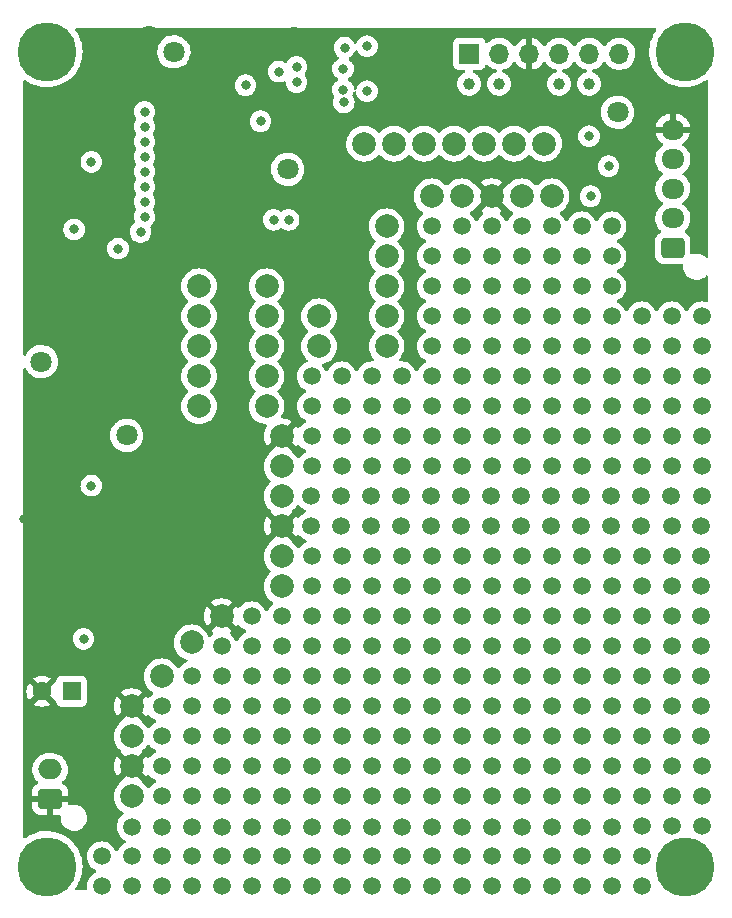
<source format=gbr>
%TF.GenerationSoftware,KiCad,Pcbnew,(6.0.1)*%
%TF.CreationDate,2023-01-01T21:05:58-08:00*%
%TF.ProjectId,ESP32 Protoboard - Small R1,45535033-3220-4507-926f-746f626f6172,rev?*%
%TF.SameCoordinates,Original*%
%TF.FileFunction,Copper,L2,Inr*%
%TF.FilePolarity,Positive*%
%FSLAX46Y46*%
G04 Gerber Fmt 4.6, Leading zero omitted, Abs format (unit mm)*
G04 Created by KiCad (PCBNEW (6.0.1)) date 2023-01-01 21:05:58*
%MOMM*%
%LPD*%
G01*
G04 APERTURE LIST*
G04 Aperture macros list*
%AMRoundRect*
0 Rectangle with rounded corners*
0 $1 Rounding radius*
0 $2 $3 $4 $5 $6 $7 $8 $9 X,Y pos of 4 corners*
0 Add a 4 corners polygon primitive as box body*
4,1,4,$2,$3,$4,$5,$6,$7,$8,$9,$2,$3,0*
0 Add four circle primitives for the rounded corners*
1,1,$1+$1,$2,$3*
1,1,$1+$1,$4,$5*
1,1,$1+$1,$6,$7*
1,1,$1+$1,$8,$9*
0 Add four rect primitives between the rounded corners*
20,1,$1+$1,$2,$3,$4,$5,0*
20,1,$1+$1,$4,$5,$6,$7,0*
20,1,$1+$1,$6,$7,$8,$9,0*
20,1,$1+$1,$8,$9,$2,$3,0*%
G04 Aperture macros list end*
%TA.AperFunction,ComponentPad*%
%ADD10C,0.800000*%
%TD*%
%TA.AperFunction,ComponentPad*%
%ADD11C,5.000000*%
%TD*%
%TA.AperFunction,ComponentPad*%
%ADD12R,1.600000X1.600000*%
%TD*%
%TA.AperFunction,ComponentPad*%
%ADD13C,1.600000*%
%TD*%
%TA.AperFunction,ComponentPad*%
%ADD14C,1.000000*%
%TD*%
%TA.AperFunction,ComponentPad*%
%ADD15RoundRect,0.250000X0.750000X-0.600000X0.750000X0.600000X-0.750000X0.600000X-0.750000X-0.600000X0*%
%TD*%
%TA.AperFunction,ComponentPad*%
%ADD16O,2.000000X1.700000*%
%TD*%
%TA.AperFunction,ComponentPad*%
%ADD17RoundRect,0.250000X0.725000X-0.600000X0.725000X0.600000X-0.725000X0.600000X-0.725000X-0.600000X0*%
%TD*%
%TA.AperFunction,ComponentPad*%
%ADD18O,1.950000X1.700000*%
%TD*%
%TA.AperFunction,ComponentPad*%
%ADD19C,1.500000*%
%TD*%
%TA.AperFunction,ComponentPad*%
%ADD20C,2.000000*%
%TD*%
%TA.AperFunction,ComponentPad*%
%ADD21R,1.700000X1.700000*%
%TD*%
%TA.AperFunction,ComponentPad*%
%ADD22O,1.700000X1.700000*%
%TD*%
%TA.AperFunction,ViaPad*%
%ADD23C,1.800000*%
%TD*%
%TA.AperFunction,ViaPad*%
%ADD24C,0.800000*%
%TD*%
%TA.AperFunction,ViaPad*%
%ADD25C,1.000000*%
%TD*%
G04 APERTURE END LIST*
D10*
%TO.N,N/C*%
%TO.C,H4*%
X55674175Y-73325825D03*
X55125000Y-72000000D03*
X55674175Y-70674175D03*
D11*
X57000000Y-72000000D03*
D10*
X58875000Y-72000000D03*
X58325825Y-73325825D03*
X58325825Y-70674175D03*
X57000000Y-70125000D03*
X57000000Y-73875000D03*
%TD*%
%TO.N,N/C*%
%TO.C,H3*%
X57000000Y-1125000D03*
X55674175Y-4325825D03*
D11*
X57000000Y-3000000D03*
D10*
X58325825Y-4325825D03*
X57000000Y-4875000D03*
X55674175Y-1674175D03*
X55125000Y-3000000D03*
X58325825Y-1674175D03*
X58875000Y-3000000D03*
%TD*%
D12*
%TO.N,VCC*%
%TO.C,C1*%
X5080000Y-57150000D03*
D13*
%TO.N,GND*%
X2580000Y-57150000D03*
%TD*%
D10*
%TO.N,N/C*%
%TO.C,H2*%
X3000000Y-70125000D03*
D11*
X3000000Y-72000000D03*
D10*
X3000000Y-73875000D03*
X4875000Y-72000000D03*
X4325825Y-70674175D03*
X1125000Y-72000000D03*
X1674175Y-73325825D03*
X4325825Y-73325825D03*
X1674175Y-70674175D03*
%TD*%
%TO.N,N/C*%
%TO.C,H1*%
X4325825Y-4325825D03*
X3000000Y-1125000D03*
X4325825Y-1674175D03*
X1674175Y-1674175D03*
D11*
X3000000Y-3000000D03*
D10*
X4875000Y-3000000D03*
X1674175Y-4325825D03*
X1125000Y-3000000D03*
X3000000Y-4875000D03*
%TD*%
D14*
%TO.N,Net-(J2-Pad5)*%
%TO.C,TP1*%
X48895000Y-5715000D03*
%TD*%
%TO.N,Net-(J2-Pad4)*%
%TO.C,TP2*%
X46355000Y-5715000D03*
%TD*%
%TO.N,Net-(J2-Pad2)*%
%TO.C,TP3*%
X41275000Y-5715000D03*
%TD*%
%TO.N,Net-(J2-Pad1)*%
%TO.C,TP4*%
X38735000Y-5715000D03*
%TD*%
D15*
%TO.N,GND*%
%TO.C,J1*%
X3268000Y-66254000D03*
D16*
%TO.N,VCC*%
X3268000Y-63754000D03*
%TD*%
D17*
%TO.N,+5V*%
%TO.C,J8*%
X55990000Y-19605000D03*
D18*
%TO.N,+3V3*%
X55990000Y-17105000D03*
%TO.N,Net-(D2-Pad2)*%
X55990000Y-14605000D03*
%TO.N,Net-(D2-Pad1)*%
X55990000Y-12105000D03*
%TO.N,GND*%
X55990000Y-9605000D03*
%TD*%
D19*
%TO.N,N/C*%
%TO.C,REF\u002A\u002A*%
X55880000Y-35560000D03*
%TD*%
%TO.N,N/C*%
%TO.C,REF\u002A\u002A*%
X38067310Y-40640000D03*
%TD*%
%TO.N,N/C*%
%TO.C,REF\u002A\u002A*%
X48260000Y-73660000D03*
%TD*%
%TO.N,N/C*%
%TO.C,REF\u002A\u002A*%
X30480000Y-66040000D03*
%TD*%
%TO.N,N/C*%
%TO.C,REF\u002A\u002A*%
X30480000Y-48260000D03*
%TD*%
%TO.N,N/C*%
%TO.C,REF\u002A\u002A*%
X15240000Y-73660000D03*
%TD*%
%TO.N,N/C*%
%TO.C,REF\u002A\u002A*%
X38100000Y-45720000D03*
%TD*%
%TO.N,N/C*%
%TO.C,REF\u002A\u002A*%
X27940000Y-73660000D03*
%TD*%
%TO.N,N/C*%
%TO.C,REF\u002A\u002A*%
X33020000Y-50800000D03*
%TD*%
%TO.N,N/C*%
%TO.C,REF\u002A\u002A*%
X45720000Y-50800000D03*
%TD*%
%TO.N,N/C*%
%TO.C,REF\u002A\u002A*%
X40640000Y-48260000D03*
%TD*%
%TO.N,N/C*%
%TO.C,REF\u002A\u002A*%
X27940000Y-71120000D03*
%TD*%
%TO.N,N/C*%
%TO.C,REF\u002A\u002A*%
X50800000Y-35560000D03*
%TD*%
%TO.N,N/C*%
%TO.C,REF\u002A\u002A*%
X22860000Y-50800000D03*
%TD*%
%TO.N,N/C*%
%TO.C,REF\u002A\u002A*%
X38100000Y-68612690D03*
%TD*%
%TO.N,N/C*%
%TO.C,REF\u002A\u002A*%
X33020000Y-38100000D03*
%TD*%
%TO.N,N/C*%
%TO.C,REF\u002A\u002A*%
X15240000Y-55880000D03*
%TD*%
%TO.N,N/C*%
%TO.C,REF\u002A\u002A*%
X25400000Y-68612690D03*
%TD*%
%TO.N,N/C*%
%TO.C,REF\u002A\u002A*%
X55880000Y-68580000D03*
%TD*%
%TO.N,N/C*%
%TO.C,REF\u002A\u002A*%
X15240000Y-68612690D03*
%TD*%
D20*
%TO.N,Net-(D2-Pad1)*%
%TO.C,IO21*%
X42545000Y-10795000D03*
%TD*%
D19*
%TO.N,N/C*%
%TO.C,REF\u002A\u002A*%
X20320000Y-73660000D03*
%TD*%
%TO.N,N/C*%
%TO.C,REF\u002A\u002A*%
X55880000Y-58420000D03*
%TD*%
D20*
%TO.N,Net-(IO17-Pad1)*%
%TO.C,IO17*%
X31750000Y-22860000D03*
%TD*%
D19*
%TO.N,N/C*%
%TO.C,REF\u002A\u002A*%
X20320000Y-71120000D03*
%TD*%
%TO.N,N/C*%
%TO.C,REF\u002A\u002A*%
X55847310Y-40640000D03*
%TD*%
%TO.N,N/C*%
%TO.C,REF\u002A\u002A*%
X30447310Y-43159141D03*
%TD*%
%TO.N,N/C*%
%TO.C,REF\u002A\u002A*%
X53307310Y-40640000D03*
%TD*%
%TO.N,N/C*%
%TO.C,REF\u002A\u002A*%
X35560000Y-33020000D03*
%TD*%
%TO.N,N/C*%
%TO.C,REF\u002A\u002A*%
X43180000Y-22860000D03*
%TD*%
%TO.N,N/C*%
%TO.C,REF\u002A\u002A*%
X43180000Y-35560000D03*
%TD*%
%TO.N,N/C*%
%TO.C,REF\u002A\u002A*%
X22860000Y-60960000D03*
%TD*%
%TO.N,N/C*%
%TO.C,REF\u002A\u002A*%
X58420000Y-38100000D03*
%TD*%
%TO.N,N/C*%
%TO.C,REF\u002A\u002A*%
X58420000Y-63500000D03*
%TD*%
%TO.N,N/C*%
%TO.C,REF\u002A\u002A*%
X32987310Y-40640000D03*
%TD*%
%TO.N,N/C*%
%TO.C,REF\u002A\u002A*%
X55880000Y-33020000D03*
%TD*%
D20*
%TO.N,Net-(IO14-Pad1)*%
%TO.C,IO14*%
X15875000Y-30480000D03*
%TD*%
D19*
%TO.N,N/C*%
%TO.C,REF\u002A\u002A*%
X40640000Y-22860000D03*
%TD*%
%TO.N,N/C*%
%TO.C,REF\u002A\u002A*%
X30480000Y-60960000D03*
%TD*%
%TO.N,N/C*%
%TO.C,REF\u002A\u002A*%
X27940000Y-45720000D03*
%TD*%
%TO.N,N/C*%
%TO.C,REF\u002A\u002A*%
X45720000Y-33020000D03*
%TD*%
%TO.N,N/C*%
%TO.C,REF\u002A\u002A*%
X27940000Y-38100000D03*
%TD*%
%TO.N,N/C*%
%TO.C,REF\u002A\u002A*%
X50800000Y-45720000D03*
%TD*%
%TO.N,N/C*%
%TO.C,REF\u002A\u002A*%
X22860000Y-68612690D03*
%TD*%
%TO.N,N/C*%
%TO.C,REF\u002A\u002A*%
X40640000Y-68612690D03*
%TD*%
%TO.N,N/C*%
%TO.C,REF\u002A\u002A*%
X48260000Y-20320000D03*
%TD*%
%TO.N,N/C*%
%TO.C,REF\u002A\u002A*%
X33020000Y-55880000D03*
%TD*%
%TO.N,N/C*%
%TO.C,REF\u002A\u002A*%
X20320000Y-53340000D03*
%TD*%
%TO.N,N/C*%
%TO.C,REF\u002A\u002A*%
X35560000Y-25400000D03*
%TD*%
%TO.N,N/C*%
%TO.C,REF\u002A\u002A*%
X35560000Y-48260000D03*
%TD*%
%TO.N,N/C*%
%TO.C,REF\u002A\u002A*%
X40640000Y-25400000D03*
%TD*%
%TO.N,N/C*%
%TO.C,REF\u002A\u002A*%
X53340000Y-71120000D03*
%TD*%
%TO.N,N/C*%
%TO.C,REF\u002A\u002A*%
X17780000Y-63500000D03*
%TD*%
%TO.N,N/C*%
%TO.C,REF\u002A\u002A*%
X7620000Y-71120000D03*
%TD*%
%TO.N,N/C*%
%TO.C,REF\u002A\u002A*%
X48260000Y-53340000D03*
%TD*%
%TO.N,N/C*%
%TO.C,REF\u002A\u002A*%
X35560000Y-63500000D03*
%TD*%
%TO.N,N/C*%
%TO.C,REF\u002A\u002A*%
X38100000Y-38100000D03*
%TD*%
%TO.N,N/C*%
%TO.C,REF\u002A\u002A*%
X35560000Y-73660000D03*
%TD*%
%TO.N,N/C*%
%TO.C,REF\u002A\u002A*%
X33020000Y-60960000D03*
%TD*%
%TO.N,N/C*%
%TO.C,REF\u002A\u002A*%
X35560000Y-17780000D03*
%TD*%
%TO.N,N/C*%
%TO.C,REF\u002A\u002A*%
X12700000Y-58420000D03*
%TD*%
%TO.N,N/C*%
%TO.C,REF\u002A\u002A*%
X20320000Y-58420000D03*
%TD*%
%TO.N,N/C*%
%TO.C,REF\u002A\u002A*%
X53340000Y-50800000D03*
%TD*%
%TO.N,N/C*%
%TO.C,REF\u002A\u002A*%
X27940000Y-68612690D03*
%TD*%
%TO.N,N/C*%
%TO.C,REF\u002A\u002A*%
X50800000Y-58420000D03*
%TD*%
%TO.N,N/C*%
%TO.C,REF\u002A\u002A*%
X58387310Y-53340000D03*
%TD*%
%TO.N,N/C*%
%TO.C,REF\u002A\u002A*%
X40640000Y-66040000D03*
%TD*%
%TO.N,N/C*%
%TO.C,REF\u002A\u002A*%
X38100000Y-66040000D03*
%TD*%
%TO.N,N/C*%
%TO.C,REF\u002A\u002A*%
X25400000Y-35560000D03*
%TD*%
%TO.N,N/C*%
%TO.C,REF\u002A\u002A*%
X35560000Y-45720000D03*
%TD*%
%TO.N,N/C*%
%TO.C,REF\u002A\u002A*%
X58420000Y-33020000D03*
%TD*%
%TO.N,N/C*%
%TO.C,REF\u002A\u002A*%
X25400000Y-63500000D03*
%TD*%
%TO.N,N/C*%
%TO.C,REF\u002A\u002A*%
X43180000Y-73660000D03*
%TD*%
D20*
%TO.N,VCC*%
%TO.C,VIN1*%
X10160000Y-66040000D03*
%TD*%
D19*
%TO.N,N/C*%
%TO.C,REF\u002A\u002A*%
X30480000Y-55880000D03*
%TD*%
%TO.N,N/C*%
%TO.C,REF\u002A\u002A*%
X40640000Y-30480000D03*
%TD*%
%TO.N,N/C*%
%TO.C,REF\u002A\u002A*%
X40640000Y-20320000D03*
%TD*%
%TO.N,N/C*%
%TO.C,REF\u002A\u002A*%
X40640000Y-58420000D03*
%TD*%
%TO.N,N/C*%
%TO.C,REF\u002A\u002A*%
X43180000Y-30480000D03*
%TD*%
%TO.N,N/C*%
%TO.C,REF\u002A\u002A*%
X58387310Y-60960000D03*
%TD*%
%TO.N,N/C*%
%TO.C,REF\u002A\u002A*%
X43180000Y-53340000D03*
%TD*%
%TO.N,N/C*%
%TO.C,REF\u002A\u002A*%
X17780000Y-58420000D03*
%TD*%
%TO.N,N/C*%
%TO.C,REF\u002A\u002A*%
X45720000Y-22860000D03*
%TD*%
%TO.N,N/C*%
%TO.C,REF\u002A\u002A*%
X17780000Y-53340000D03*
%TD*%
%TO.N,N/C*%
%TO.C,REF\u002A\u002A*%
X22860000Y-58420000D03*
%TD*%
%TO.N,N/C*%
%TO.C,REF\u002A\u002A*%
X15240000Y-58420000D03*
%TD*%
%TO.N,N/C*%
%TO.C,REF\u002A\u002A*%
X48260000Y-48260000D03*
%TD*%
%TO.N,N/C*%
%TO.C,REF\u002A\u002A*%
X40607310Y-43159141D03*
%TD*%
%TO.N,N/C*%
%TO.C,REF\u002A\u002A*%
X38100000Y-22860000D03*
%TD*%
%TO.N,N/C*%
%TO.C,REF\u002A\u002A*%
X40640000Y-71120000D03*
%TD*%
%TO.N,N/C*%
%TO.C,REF\u002A\u002A*%
X58387310Y-43159141D03*
%TD*%
%TO.N,N/C*%
%TO.C,REF\u002A\u002A*%
X58387310Y-50800000D03*
%TD*%
%TO.N,N/C*%
%TO.C,REF\u002A\u002A*%
X43180000Y-48260000D03*
%TD*%
%TO.N,N/C*%
%TO.C,REF\u002A\u002A*%
X33020000Y-58420000D03*
%TD*%
%TO.N,N/C*%
%TO.C,REF\u002A\u002A*%
X43180000Y-60960000D03*
%TD*%
%TO.N,N/C*%
%TO.C,REF\u002A\u002A*%
X33020000Y-53340000D03*
%TD*%
%TO.N,N/C*%
%TO.C,REF\u002A\u002A*%
X30480000Y-38100000D03*
%TD*%
%TO.N,N/C*%
%TO.C,REF\u002A\u002A*%
X35527310Y-40640000D03*
%TD*%
%TO.N,N/C*%
%TO.C,REF\u002A\u002A*%
X40640000Y-27940000D03*
%TD*%
D20*
%TO.N,VCC*%
%TO.C,VIN4*%
X15240000Y-52998250D03*
%TD*%
D19*
%TO.N,N/C*%
%TO.C,REF\u002A\u002A*%
X38100000Y-17780000D03*
%TD*%
%TO.N,N/C*%
%TO.C,REF\u002A\u002A*%
X22860000Y-55880000D03*
%TD*%
D20*
%TO.N,VCC*%
%TO.C,VIN2*%
X10160000Y-60960000D03*
%TD*%
D19*
%TO.N,N/C*%
%TO.C,REF\u002A\u002A*%
X50800000Y-71120000D03*
%TD*%
%TO.N,N/C*%
%TO.C,REF\u002A\u002A*%
X45720000Y-48260000D03*
%TD*%
%TO.N,N/C*%
%TO.C,REF\u002A\u002A*%
X27907310Y-40640000D03*
%TD*%
%TO.N,N/C*%
%TO.C,REF\u002A\u002A*%
X48260000Y-22860000D03*
%TD*%
%TO.N,N/C*%
%TO.C,REF\u002A\u002A*%
X53340000Y-55880000D03*
%TD*%
%TO.N,N/C*%
%TO.C,REF\u002A\u002A*%
X38100000Y-63500000D03*
%TD*%
%TO.N,N/C*%
%TO.C,REF\u002A\u002A*%
X48260000Y-68612690D03*
%TD*%
%TO.N,N/C*%
%TO.C,REF\u002A\u002A*%
X40640000Y-73660000D03*
%TD*%
%TO.N,N/C*%
%TO.C,REF\u002A\u002A*%
X15240000Y-60960000D03*
%TD*%
D20*
%TO.N,Net-(IO18-Pad1)*%
%TO.C,IO18*%
X31750000Y-17780000D03*
%TD*%
D19*
%TO.N,N/C*%
%TO.C,REF\u002A\u002A*%
X27940000Y-58420000D03*
%TD*%
%TO.N,N/C*%
%TO.C,REF\u002A\u002A*%
X22860000Y-53340000D03*
%TD*%
%TO.N,N/C*%
%TO.C,REF\u002A\u002A*%
X53340000Y-68580000D03*
%TD*%
%TO.N,N/C*%
%TO.C,REF\u002A\u002A*%
X25400000Y-66040000D03*
%TD*%
D20*
%TO.N,Net-(IO16-Pad1)*%
%TO.C,IO16*%
X31750000Y-25400000D03*
%TD*%
D19*
%TO.N,N/C*%
%TO.C,REF\u002A\u002A*%
X35560000Y-35560000D03*
%TD*%
D20*
%TO.N,Net-(D2-Pad2)*%
%TO.C,IO22*%
X45085000Y-10795000D03*
%TD*%
D19*
%TO.N,N/C*%
%TO.C,REF\u002A\u002A*%
X40640000Y-53340000D03*
%TD*%
%TO.N,N/C*%
%TO.C,REF\u002A\u002A*%
X33020000Y-63500000D03*
%TD*%
%TO.N,N/C*%
%TO.C,REF\u002A\u002A*%
X53340000Y-73660000D03*
%TD*%
D20*
%TO.N,+5V*%
%TO.C,5V03*%
X43180000Y-15240000D03*
%TD*%
D19*
%TO.N,N/C*%
%TO.C,REF\u002A\u002A*%
X53340000Y-27940000D03*
%TD*%
%TO.N,N/C*%
%TO.C,REF\u002A\u002A*%
X50800000Y-66040000D03*
%TD*%
%TO.N,N/C*%
%TO.C,REF\u002A\u002A*%
X58387310Y-45720000D03*
%TD*%
%TO.N,N/C*%
%TO.C,REF\u002A\u002A*%
X43180000Y-68612690D03*
%TD*%
D20*
%TO.N,Net-(IO5-Pad1)*%
%TO.C,IO5*%
X31750000Y-20320000D03*
%TD*%
D19*
%TO.N,N/C*%
%TO.C,REF\u002A\u002A*%
X45720000Y-53340000D03*
%TD*%
%TO.N,N/C*%
%TO.C,REF\u002A\u002A*%
X10160000Y-68612690D03*
%TD*%
%TO.N,N/C*%
%TO.C,REF\u002A\u002A*%
X53340000Y-48260000D03*
%TD*%
D20*
%TO.N,Net-(IO27-Pad1)*%
%TO.C,IO27*%
X15875000Y-33020000D03*
%TD*%
D19*
%TO.N,N/C*%
%TO.C,REF\u002A\u002A*%
X55880000Y-55880000D03*
%TD*%
%TO.N,N/C*%
%TO.C,REF\u002A\u002A*%
X40640000Y-35560000D03*
%TD*%
%TO.N,N/C*%
%TO.C,REF\u002A\u002A*%
X27940000Y-63500000D03*
%TD*%
%TO.N,N/C*%
%TO.C,REF\u002A\u002A*%
X38100000Y-25400000D03*
%TD*%
%TO.N,N/C*%
%TO.C,REF\u002A\u002A*%
X50800000Y-22860000D03*
%TD*%
%TO.N,N/C*%
%TO.C,REF\u002A\u002A*%
X30447310Y-40640000D03*
%TD*%
%TO.N,N/C*%
%TO.C,REF\u002A\u002A*%
X55880000Y-43159141D03*
%TD*%
D20*
%TO.N,+5V*%
%TO.C,5V04*%
X35560000Y-15240000D03*
%TD*%
D19*
%TO.N,N/C*%
%TO.C,REF\u002A\u002A*%
X55880000Y-60960000D03*
%TD*%
D20*
%TO.N,Net-(IO33-Pad1)*%
%TO.C,IO33*%
X21590000Y-22860000D03*
%TD*%
%TO.N,+3V3*%
%TO.C,3V34*%
X45720000Y-15240000D03*
%TD*%
D19*
%TO.N,N/C*%
%TO.C,REF\u002A\u002A*%
X48260000Y-38100000D03*
%TD*%
%TO.N,N/C*%
%TO.C,REF\u002A\u002A*%
X38100000Y-48260000D03*
%TD*%
%TO.N,N/C*%
%TO.C,REF\u002A\u002A*%
X38100000Y-55880000D03*
%TD*%
%TO.N,N/C*%
%TO.C,REF\u002A\u002A*%
X58420000Y-25400000D03*
%TD*%
%TO.N,N/C*%
%TO.C,REF\u002A\u002A*%
X43180000Y-27940000D03*
%TD*%
%TO.N,N/C*%
%TO.C,REF\u002A\u002A*%
X30480000Y-50800000D03*
%TD*%
%TO.N,N/C*%
%TO.C,REF\u002A\u002A*%
X35560000Y-58420000D03*
%TD*%
%TO.N,N/C*%
%TO.C,REF\u002A\u002A*%
X50767310Y-43159141D03*
%TD*%
%TO.N,N/C*%
%TO.C,REF\u002A\u002A*%
X40640000Y-55880000D03*
%TD*%
%TO.N,N/C*%
%TO.C,REF\u002A\u002A*%
X22860000Y-73660000D03*
%TD*%
%TO.N,N/C*%
%TO.C,REF\u002A\u002A*%
X25400000Y-60960000D03*
%TD*%
%TO.N,N/C*%
%TO.C,REF\u002A\u002A*%
X12700000Y-66040000D03*
%TD*%
%TO.N,N/C*%
%TO.C,REF\u002A\u002A*%
X35527310Y-43159141D03*
%TD*%
%TO.N,N/C*%
%TO.C,REF\u002A\u002A*%
X40640000Y-33020000D03*
%TD*%
D20*
%TO.N,Net-(IO32-Pad1)*%
%TO.C,IO32*%
X15875000Y-27940000D03*
%TD*%
D19*
%TO.N,N/C*%
%TO.C,REF\u002A\u002A*%
X50800000Y-17780000D03*
%TD*%
%TO.N,N/C*%
%TO.C,REF\u002A\u002A*%
X33020000Y-45720000D03*
%TD*%
%TO.N,N/C*%
%TO.C,REF\u002A\u002A*%
X25400000Y-45720000D03*
%TD*%
%TO.N,N/C*%
%TO.C,REF\u002A\u002A*%
X40640000Y-38100000D03*
%TD*%
%TO.N,N/C*%
%TO.C,REF\u002A\u002A*%
X53340000Y-30480000D03*
%TD*%
%TO.N,N/C*%
%TO.C,REF\u002A\u002A*%
X30480000Y-45720000D03*
%TD*%
%TO.N,N/C*%
%TO.C,REF\u002A\u002A*%
X50800000Y-27940000D03*
%TD*%
%TO.N,N/C*%
%TO.C,REF\u002A\u002A*%
X45720000Y-30480000D03*
%TD*%
%TO.N,N/C*%
%TO.C,REF\u002A\u002A*%
X48260000Y-30480000D03*
%TD*%
%TO.N,N/C*%
%TO.C,REF\u002A\u002A*%
X35560000Y-60960000D03*
%TD*%
%TO.N,N/C*%
%TO.C,REF\u002A\u002A*%
X40607310Y-40640000D03*
%TD*%
%TO.N,N/C*%
%TO.C,REF\u002A\u002A*%
X35560000Y-68612690D03*
%TD*%
%TO.N,N/C*%
%TO.C,REF\u002A\u002A*%
X35560000Y-22860000D03*
%TD*%
%TO.N,N/C*%
%TO.C,REF\u002A\u002A*%
X35560000Y-66040000D03*
%TD*%
%TO.N,N/C*%
%TO.C,REF\u002A\u002A*%
X43180000Y-38100000D03*
%TD*%
D21*
%TO.N,Net-(J2-Pad1)*%
%TO.C,J2*%
X38760000Y-3175000D03*
D22*
%TO.N,Net-(J2-Pad2)*%
X41300000Y-3175000D03*
%TO.N,GND*%
X43840000Y-3175000D03*
%TO.N,Net-(J2-Pad4)*%
X46380000Y-3175000D03*
%TO.N,Net-(J2-Pad5)*%
X48920000Y-3175000D03*
%TO.N,unconnected-(J2-Pad6)*%
X51460000Y-3175000D03*
%TD*%
D19*
%TO.N,N/C*%
%TO.C,REF\u002A\u002A*%
X53340000Y-33020000D03*
%TD*%
%TO.N,N/C*%
%TO.C,REF\u002A\u002A*%
X55880000Y-38100000D03*
%TD*%
%TO.N,N/C*%
%TO.C,REF\u002A\u002A*%
X45720000Y-17780000D03*
%TD*%
D20*
%TO.N,Net-(IO12-Pad1)*%
%TO.C,IO12*%
X15875000Y-25400000D03*
%TD*%
D19*
%TO.N,N/C*%
%TO.C,REF\u002A\u002A*%
X45720000Y-71120000D03*
%TD*%
%TO.N,N/C*%
%TO.C,REF\u002A\u002A*%
X45720000Y-20320000D03*
%TD*%
%TO.N,N/C*%
%TO.C,REF\u002A\u002A*%
X50800000Y-38100000D03*
%TD*%
%TO.N,N/C*%
%TO.C,REF\u002A\u002A*%
X53340000Y-45720000D03*
%TD*%
%TO.N,N/C*%
%TO.C,REF\u002A\u002A*%
X35560000Y-20320000D03*
%TD*%
%TO.N,N/C*%
%TO.C,REF\u002A\u002A*%
X17780000Y-55880000D03*
%TD*%
%TO.N,N/C*%
%TO.C,REF\u002A\u002A*%
X33020000Y-68612690D03*
%TD*%
%TO.N,N/C*%
%TO.C,REF\u002A\u002A*%
X12700000Y-71120000D03*
%TD*%
%TO.N,N/C*%
%TO.C,REF\u002A\u002A*%
X43180000Y-17780000D03*
%TD*%
%TO.N,N/C*%
%TO.C,REF\u002A\u002A*%
X38100000Y-33020000D03*
%TD*%
%TO.N,N/C*%
%TO.C,REF\u002A\u002A*%
X38100000Y-73660000D03*
%TD*%
D20*
%TO.N,+5V*%
%TO.C,5V02*%
X22860000Y-40640000D03*
%TD*%
D19*
%TO.N,N/C*%
%TO.C,REF\u002A\u002A*%
X48260000Y-25400000D03*
%TD*%
%TO.N,N/C*%
%TO.C,REF\u002A\u002A*%
X50800000Y-55880000D03*
%TD*%
%TO.N,N/C*%
%TO.C,REF\u002A\u002A*%
X25400000Y-55880000D03*
%TD*%
%TO.N,N/C*%
%TO.C,REF\u002A\u002A*%
X17780000Y-71120000D03*
%TD*%
%TO.N,N/C*%
%TO.C,REF\u002A\u002A*%
X50800000Y-73660000D03*
%TD*%
%TO.N,N/C*%
%TO.C,REF\u002A\u002A*%
X38100000Y-71120000D03*
%TD*%
%TO.N,N/C*%
%TO.C,REF\u002A\u002A*%
X50800000Y-33020000D03*
%TD*%
%TO.N,N/C*%
%TO.C,REF\u002A\u002A*%
X45720000Y-25400000D03*
%TD*%
%TO.N,N/C*%
%TO.C,REF\u002A\u002A*%
X32987310Y-43159141D03*
%TD*%
%TO.N,N/C*%
%TO.C,REF\u002A\u002A*%
X22860000Y-66040000D03*
%TD*%
%TO.N,N/C*%
%TO.C,REF\u002A\u002A*%
X50800000Y-48260000D03*
%TD*%
%TO.N,N/C*%
%TO.C,REF\u002A\u002A*%
X17780000Y-73660000D03*
%TD*%
%TO.N,N/C*%
%TO.C,REF\u002A\u002A*%
X25400000Y-53340000D03*
%TD*%
%TO.N,N/C*%
%TO.C,REF\u002A\u002A*%
X45720000Y-68612690D03*
%TD*%
D20*
%TO.N,Net-(IO34-Pad1)*%
%TO.C,IO34*%
X21590000Y-33020000D03*
%TD*%
D19*
%TO.N,N/C*%
%TO.C,REF\u002A\u002A*%
X45720000Y-73660000D03*
%TD*%
%TO.N,N/C*%
%TO.C,REF\u002A\u002A*%
X53340000Y-35560000D03*
%TD*%
%TO.N,N/C*%
%TO.C,REF\u002A\u002A*%
X30480000Y-73660000D03*
%TD*%
%TO.N,N/C*%
%TO.C,REF\u002A\u002A*%
X53307310Y-43159141D03*
%TD*%
%TO.N,N/C*%
%TO.C,REF\u002A\u002A*%
X27940000Y-60960000D03*
%TD*%
%TO.N,N/C*%
%TO.C,REF\u002A\u002A*%
X33020000Y-33020000D03*
%TD*%
D20*
%TO.N,/TXD*%
%TO.C,IO3*%
X40005000Y-10795000D03*
%TD*%
D19*
%TO.N,N/C*%
%TO.C,REF\u002A\u002A*%
X15240000Y-63500000D03*
%TD*%
%TO.N,N/C*%
%TO.C,REF\u002A\u002A*%
X35560000Y-53340000D03*
%TD*%
%TO.N,N/C*%
%TO.C,REF\u002A\u002A*%
X25400000Y-58420000D03*
%TD*%
%TO.N,N/C*%
%TO.C,REF\u002A\u002A*%
X43180000Y-45720000D03*
%TD*%
%TO.N,N/C*%
%TO.C,REF\u002A\u002A*%
X43180000Y-63500000D03*
%TD*%
%TO.N,N/C*%
%TO.C,REF\u002A\u002A*%
X10160000Y-71120000D03*
%TD*%
%TO.N,N/C*%
%TO.C,REF\u002A\u002A*%
X30480000Y-30480000D03*
%TD*%
%TO.N,N/C*%
%TO.C,REF\u002A\u002A*%
X50800000Y-30480000D03*
%TD*%
%TO.N,N/C*%
%TO.C,REF\u002A\u002A*%
X58420000Y-27940000D03*
%TD*%
%TO.N,N/C*%
%TO.C,REF\u002A\u002A*%
X43180000Y-71120000D03*
%TD*%
%TO.N,N/C*%
%TO.C,REF\u002A\u002A*%
X33020000Y-66040000D03*
%TD*%
%TO.N,N/C*%
%TO.C,REF\u002A\u002A*%
X40640000Y-60960000D03*
%TD*%
D20*
%TO.N,GND*%
%TO.C,G3*%
X17780000Y-50800000D03*
%TD*%
D19*
%TO.N,N/C*%
%TO.C,REF\u002A\u002A*%
X25400000Y-33020000D03*
%TD*%
%TO.N,N/C*%
%TO.C,REF\u002A\u002A*%
X53340000Y-53340000D03*
%TD*%
%TO.N,N/C*%
%TO.C,REF\u002A\u002A*%
X22860000Y-71120000D03*
%TD*%
%TO.N,N/C*%
%TO.C,REF\u002A\u002A*%
X38100000Y-53340000D03*
%TD*%
%TO.N,N/C*%
%TO.C,REF\u002A\u002A*%
X27940000Y-66040000D03*
%TD*%
%TO.N,N/C*%
%TO.C,REF\u002A\u002A*%
X55880000Y-63500000D03*
%TD*%
%TO.N,N/C*%
%TO.C,REF\u002A\u002A*%
X12700000Y-73660000D03*
%TD*%
%TO.N,N/C*%
%TO.C,REF\u002A\u002A*%
X35560000Y-27940000D03*
%TD*%
%TO.N,N/C*%
%TO.C,REF\u002A\u002A*%
X30480000Y-58420000D03*
%TD*%
%TO.N,N/C*%
%TO.C,REF\u002A\u002A*%
X17780000Y-68612690D03*
%TD*%
%TO.N,N/C*%
%TO.C,REF\u002A\u002A*%
X50800000Y-20320000D03*
%TD*%
%TO.N,N/C*%
%TO.C,REF\u002A\u002A*%
X27940000Y-33020000D03*
%TD*%
D20*
%TO.N,Net-(IO4-Pad1)*%
%TO.C,IO4*%
X31750000Y-27940000D03*
%TD*%
D19*
%TO.N,N/C*%
%TO.C,REF\u002A\u002A*%
X33020000Y-30480000D03*
%TD*%
%TO.N,N/C*%
%TO.C,REF\u002A\u002A*%
X27940000Y-50800000D03*
%TD*%
%TO.N,N/C*%
%TO.C,REF\u002A\u002A*%
X40640000Y-63500000D03*
%TD*%
%TO.N,N/C*%
%TO.C,REF\u002A\u002A*%
X53340000Y-38100000D03*
%TD*%
%TO.N,N/C*%
%TO.C,REF\u002A\u002A*%
X50800000Y-63500000D03*
%TD*%
D20*
%TO.N,GND*%
%TO.C,G5*%
X22860000Y-35560000D03*
%TD*%
D19*
%TO.N,N/C*%
%TO.C,REF\u002A\u002A*%
X48260000Y-50800000D03*
%TD*%
D20*
%TO.N,GND*%
%TO.C,G4*%
X22860000Y-43180000D03*
%TD*%
D19*
%TO.N,N/C*%
%TO.C,REF\u002A\u002A*%
X45720000Y-55880000D03*
%TD*%
%TO.N,N/C*%
%TO.C,REF\u002A\u002A*%
X45720000Y-35560000D03*
%TD*%
D20*
%TO.N,VCC*%
%TO.C,VIN3*%
X12700000Y-55880000D03*
%TD*%
D19*
%TO.N,N/C*%
%TO.C,REF\u002A\u002A*%
X20320000Y-68612690D03*
%TD*%
%TO.N,N/C*%
%TO.C,REF\u002A\u002A*%
X58420000Y-35560000D03*
%TD*%
%TO.N,N/C*%
%TO.C,REF\u002A\u002A*%
X35560000Y-55880000D03*
%TD*%
%TO.N,N/C*%
%TO.C,REF\u002A\u002A*%
X25400000Y-73660000D03*
%TD*%
%TO.N,N/C*%
%TO.C,REF\u002A\u002A*%
X48260000Y-66040000D03*
%TD*%
%TO.N,N/C*%
%TO.C,REF\u002A\u002A*%
X30480000Y-68612690D03*
%TD*%
%TO.N,N/C*%
%TO.C,REF\u002A\u002A*%
X33020000Y-48260000D03*
%TD*%
%TO.N,N/C*%
%TO.C,REF\u002A\u002A*%
X50800000Y-50800000D03*
%TD*%
%TO.N,N/C*%
%TO.C,REF\u002A\u002A*%
X53340000Y-25400000D03*
%TD*%
%TO.N,N/C*%
%TO.C,REF\u002A\u002A*%
X48260000Y-33020000D03*
%TD*%
%TO.N,N/C*%
%TO.C,REF\u002A\u002A*%
X25367310Y-43159141D03*
%TD*%
D20*
%TO.N,Net-(IO2-Pad1)*%
%TO.C,IO2*%
X26035000Y-27940000D03*
%TD*%
D19*
%TO.N,N/C*%
%TO.C,REF\u002A\u002A*%
X20320000Y-50800000D03*
%TD*%
%TO.N,N/C*%
%TO.C,REF\u002A\u002A*%
X43147310Y-43159141D03*
%TD*%
%TO.N,N/C*%
%TO.C,REF\u002A\u002A*%
X45720000Y-45720000D03*
%TD*%
%TO.N,N/C*%
%TO.C,REF\u002A\u002A*%
X43180000Y-66040000D03*
%TD*%
%TO.N,N/C*%
%TO.C,REF\u002A\u002A*%
X25400000Y-50800000D03*
%TD*%
%TO.N,N/C*%
%TO.C,REF\u002A\u002A*%
X43180000Y-20320000D03*
%TD*%
%TO.N,N/C*%
%TO.C,REF\u002A\u002A*%
X40640000Y-45720000D03*
%TD*%
D20*
%TO.N,GND*%
%TO.C,G1*%
X10160000Y-63500000D03*
%TD*%
D19*
%TO.N,N/C*%
%TO.C,REF\u002A\u002A*%
X30480000Y-35560000D03*
%TD*%
%TO.N,N/C*%
%TO.C,REF\u002A\u002A*%
X45720000Y-66040000D03*
%TD*%
D20*
%TO.N,Net-(IO35-Pad1)*%
%TO.C,IO35*%
X21590000Y-30480000D03*
%TD*%
D19*
%TO.N,N/C*%
%TO.C,REF\u002A\u002A*%
X58420000Y-30480000D03*
%TD*%
D20*
%TO.N,Net-(IO23-Pad1)*%
%TO.C,IO23*%
X32385000Y-10795000D03*
%TD*%
D19*
%TO.N,N/C*%
%TO.C,REF\u002A\u002A*%
X27940000Y-35560000D03*
%TD*%
D20*
%TO.N,/PROG*%
%TO.C,IO0*%
X34925000Y-10795000D03*
%TD*%
D19*
%TO.N,N/C*%
%TO.C,REF\u002A\u002A*%
X35560000Y-38100000D03*
%TD*%
%TO.N,N/C*%
%TO.C,REF\u002A\u002A*%
X12700000Y-60960000D03*
%TD*%
%TO.N,N/C*%
%TO.C,REF\u002A\u002A*%
X50800000Y-60960000D03*
%TD*%
%TO.N,N/C*%
%TO.C,REF\u002A\u002A*%
X17780000Y-60960000D03*
%TD*%
%TO.N,N/C*%
%TO.C,REF\u002A\u002A*%
X55880000Y-50800000D03*
%TD*%
%TO.N,N/C*%
%TO.C,REF\u002A\u002A*%
X38100000Y-27940000D03*
%TD*%
%TO.N,N/C*%
%TO.C,REF\u002A\u002A*%
X50767310Y-40640000D03*
%TD*%
%TO.N,N/C*%
%TO.C,REF\u002A\u002A*%
X45720000Y-58420000D03*
%TD*%
%TO.N,N/C*%
%TO.C,REF\u002A\u002A*%
X55880000Y-27940000D03*
%TD*%
%TO.N,N/C*%
%TO.C,REF\u002A\u002A*%
X45720000Y-63500000D03*
%TD*%
%TO.N,N/C*%
%TO.C,REF\u002A\u002A*%
X45687310Y-40640000D03*
%TD*%
%TO.N,N/C*%
%TO.C,REF\u002A\u002A*%
X48260000Y-58420000D03*
%TD*%
%TO.N,N/C*%
%TO.C,REF\u002A\u002A*%
X58420000Y-68580000D03*
%TD*%
%TO.N,N/C*%
%TO.C,REF\u002A\u002A*%
X25367310Y-40640000D03*
%TD*%
%TO.N,N/C*%
%TO.C,REF\u002A\u002A*%
X35560000Y-71120000D03*
%TD*%
%TO.N,N/C*%
%TO.C,REF\u002A\u002A*%
X27940000Y-55880000D03*
%TD*%
%TO.N,N/C*%
%TO.C,REF\u002A\u002A*%
X35560000Y-50800000D03*
%TD*%
%TO.N,N/C*%
%TO.C,REF\u002A\u002A*%
X48260000Y-17780000D03*
%TD*%
%TO.N,N/C*%
%TO.C,REF\u002A\u002A*%
X38100000Y-60960000D03*
%TD*%
D20*
%TO.N,+3V3*%
%TO.C,3V32*%
X22860000Y-38100000D03*
%TD*%
D19*
%TO.N,N/C*%
%TO.C,REF\u002A\u002A*%
X43147310Y-40640000D03*
%TD*%
%TO.N,N/C*%
%TO.C,REF\u002A\u002A*%
X27940000Y-48260000D03*
%TD*%
%TO.N,N/C*%
%TO.C,REF\u002A\u002A*%
X40640000Y-50800000D03*
%TD*%
%TO.N,N/C*%
%TO.C,REF\u002A\u002A*%
X35560000Y-30480000D03*
%TD*%
%TO.N,N/C*%
%TO.C,REF\u002A\u002A*%
X48260000Y-45720000D03*
%TD*%
%TO.N,N/C*%
%TO.C,REF\u002A\u002A*%
X58387310Y-48260000D03*
%TD*%
%TO.N,N/C*%
%TO.C,REF\u002A\u002A*%
X48227310Y-43159141D03*
%TD*%
%TO.N,N/C*%
%TO.C,REF\u002A\u002A*%
X55880000Y-45720000D03*
%TD*%
%TO.N,N/C*%
%TO.C,REF\u002A\u002A*%
X50800000Y-68612690D03*
%TD*%
%TO.N,N/C*%
%TO.C,REF\u002A\u002A*%
X20320000Y-66040000D03*
%TD*%
%TO.N,N/C*%
%TO.C,REF\u002A\u002A*%
X38100000Y-58420000D03*
%TD*%
D20*
%TO.N,GND*%
%TO.C,G6*%
X40640000Y-15240000D03*
%TD*%
D19*
%TO.N,N/C*%
%TO.C,REF\u002A\u002A*%
X12700000Y-63500000D03*
%TD*%
%TO.N,N/C*%
%TO.C,REF\u002A\u002A*%
X17780000Y-66040000D03*
%TD*%
%TO.N,N/C*%
%TO.C,REF\u002A\u002A*%
X30480000Y-33020000D03*
%TD*%
%TO.N,N/C*%
%TO.C,REF\u002A\u002A*%
X45720000Y-27940000D03*
%TD*%
%TO.N,N/C*%
%TO.C,REF\u002A\u002A*%
X53340000Y-60960000D03*
%TD*%
%TO.N,N/C*%
%TO.C,REF\u002A\u002A*%
X30480000Y-63500000D03*
%TD*%
%TO.N,N/C*%
%TO.C,REF\u002A\u002A*%
X25400000Y-38100000D03*
%TD*%
%TO.N,N/C*%
%TO.C,REF\u002A\u002A*%
X30480000Y-53340000D03*
%TD*%
%TO.N,N/C*%
%TO.C,REF\u002A\u002A*%
X43180000Y-55880000D03*
%TD*%
D20*
%TO.N,GND*%
%TO.C,G2*%
X10160000Y-58420000D03*
%TD*%
D19*
%TO.N,N/C*%
%TO.C,REF\u002A\u002A*%
X20320000Y-60960000D03*
%TD*%
%TO.N,N/C*%
%TO.C,REF\u002A\u002A*%
X58387310Y-55880000D03*
%TD*%
%TO.N,N/C*%
%TO.C,REF\u002A\u002A*%
X55880000Y-30480000D03*
%TD*%
%TO.N,N/C*%
%TO.C,REF\u002A\u002A*%
X55880000Y-53340000D03*
%TD*%
%TO.N,N/C*%
%TO.C,REF\u002A\u002A*%
X48260000Y-27940000D03*
%TD*%
%TO.N,N/C*%
%TO.C,REF\u002A\u002A*%
X33020000Y-73660000D03*
%TD*%
%TO.N,N/C*%
%TO.C,REF\u002A\u002A*%
X22860000Y-63500000D03*
%TD*%
%TO.N,N/C*%
%TO.C,REF\u002A\u002A*%
X30480000Y-71120000D03*
%TD*%
%TO.N,N/C*%
%TO.C,REF\u002A\u002A*%
X25400000Y-48260000D03*
%TD*%
%TO.N,N/C*%
%TO.C,REF\u002A\u002A*%
X7620000Y-73660000D03*
%TD*%
%TO.N,N/C*%
%TO.C,REF\u002A\u002A*%
X58420000Y-40640000D03*
%TD*%
%TO.N,N/C*%
%TO.C,REF\u002A\u002A*%
X45720000Y-60960000D03*
%TD*%
%TO.N,N/C*%
%TO.C,REF\u002A\u002A*%
X20320000Y-63500000D03*
%TD*%
%TO.N,N/C*%
%TO.C,REF\u002A\u002A*%
X43180000Y-25400000D03*
%TD*%
%TO.N,N/C*%
%TO.C,REF\u002A\u002A*%
X48260000Y-35560000D03*
%TD*%
D20*
%TO.N,Net-(IO25-Pad1)*%
%TO.C,IO25*%
X21590000Y-25400000D03*
%TD*%
D19*
%TO.N,N/C*%
%TO.C,REF\u002A\u002A*%
X50800000Y-53340000D03*
%TD*%
%TO.N,N/C*%
%TO.C,REF\u002A\u002A*%
X25400000Y-30480000D03*
%TD*%
%TO.N,N/C*%
%TO.C,REF\u002A\u002A*%
X55880000Y-66040000D03*
%TD*%
%TO.N,N/C*%
%TO.C,REF\u002A\u002A*%
X33020000Y-35560000D03*
%TD*%
%TO.N,N/C*%
%TO.C,REF\u002A\u002A*%
X38100000Y-30480000D03*
%TD*%
%TO.N,N/C*%
%TO.C,REF\u002A\u002A*%
X58387310Y-58420000D03*
%TD*%
%TO.N,N/C*%
%TO.C,REF\u002A\u002A*%
X38100000Y-50800000D03*
%TD*%
%TO.N,N/C*%
%TO.C,REF\u002A\u002A*%
X53340000Y-63500000D03*
%TD*%
%TO.N,N/C*%
%TO.C,REF\u002A\u002A*%
X33020000Y-71120000D03*
%TD*%
%TO.N,N/C*%
%TO.C,REF\u002A\u002A*%
X48260000Y-63500000D03*
%TD*%
%TO.N,N/C*%
%TO.C,REF\u002A\u002A*%
X55880000Y-48260000D03*
%TD*%
%TO.N,N/C*%
%TO.C,REF\u002A\u002A*%
X43180000Y-58420000D03*
%TD*%
D20*
%TO.N,+3V3*%
%TO.C,3V31*%
X22860000Y-45720000D03*
%TD*%
D19*
%TO.N,N/C*%
%TO.C,REF\u002A\u002A*%
X38100000Y-20320000D03*
%TD*%
%TO.N,N/C*%
%TO.C,REF\u002A\u002A*%
X43180000Y-50800000D03*
%TD*%
%TO.N,N/C*%
%TO.C,REF\u002A\u002A*%
X27940000Y-53340000D03*
%TD*%
D20*
%TO.N,Net-(IO13-Pad1)*%
%TO.C,IO13*%
X15875000Y-22860000D03*
%TD*%
D19*
%TO.N,N/C*%
%TO.C,REF\u002A\u002A*%
X48227310Y-40640000D03*
%TD*%
%TO.N,N/C*%
%TO.C,REF\u002A\u002A*%
X50800000Y-25400000D03*
%TD*%
%TO.N,N/C*%
%TO.C,REF\u002A\u002A*%
X48260000Y-71120000D03*
%TD*%
%TO.N,N/C*%
%TO.C,REF\u002A\u002A*%
X27940000Y-30480000D03*
%TD*%
%TO.N,N/C*%
%TO.C,REF\u002A\u002A*%
X38067310Y-43159141D03*
%TD*%
%TO.N,N/C*%
%TO.C,REF\u002A\u002A*%
X15240000Y-66040000D03*
%TD*%
%TO.N,N/C*%
%TO.C,REF\u002A\u002A*%
X53340000Y-66040000D03*
%TD*%
D20*
%TO.N,Net-(IO26-Pad1)*%
%TO.C,IO26*%
X21590000Y-27940000D03*
%TD*%
%TO.N,+3V3*%
%TO.C,3V33*%
X38100000Y-15240000D03*
%TD*%
%TO.N,Net-(IO19-Pad1)*%
%TO.C,IO19*%
X29845000Y-10795000D03*
%TD*%
D19*
%TO.N,N/C*%
%TO.C,REF\u002A\u002A*%
X53340000Y-58420000D03*
%TD*%
%TO.N,N/C*%
%TO.C,REF\u002A\u002A*%
X15240000Y-71120000D03*
%TD*%
%TO.N,N/C*%
%TO.C,REF\u002A\u002A*%
X12700000Y-68612690D03*
%TD*%
%TO.N,N/C*%
%TO.C,REF\u002A\u002A*%
X43180000Y-33020000D03*
%TD*%
%TO.N,N/C*%
%TO.C,REF\u002A\u002A*%
X45720000Y-38100000D03*
%TD*%
D20*
%TO.N,/RXD*%
%TO.C,IO1*%
X37465000Y-10795000D03*
%TD*%
D19*
%TO.N,N/C*%
%TO.C,REF\u002A\u002A*%
X27907310Y-43159141D03*
%TD*%
%TO.N,N/C*%
%TO.C,REF\u002A\u002A*%
X10160000Y-73660000D03*
%TD*%
%TO.N,N/C*%
%TO.C,REF\u002A\u002A*%
X20320000Y-55880000D03*
%TD*%
%TO.N,N/C*%
%TO.C,REF\u002A\u002A*%
X38100000Y-35560000D03*
%TD*%
%TO.N,N/C*%
%TO.C,REF\u002A\u002A*%
X40640000Y-17780000D03*
%TD*%
%TO.N,N/C*%
%TO.C,REF\u002A\u002A*%
X48260000Y-55880000D03*
%TD*%
%TO.N,N/C*%
%TO.C,REF\u002A\u002A*%
X55880000Y-25400000D03*
%TD*%
D20*
%TO.N,+5V*%
%TO.C,5V01*%
X22860000Y-48260000D03*
%TD*%
%TO.N,Net-(IO15-Pad1)*%
%TO.C,IO15*%
X26035000Y-25400000D03*
%TD*%
D19*
%TO.N,N/C*%
%TO.C,REF\u002A\u002A*%
X45687310Y-43159141D03*
%TD*%
%TO.N,N/C*%
%TO.C,REF\u002A\u002A*%
X58420000Y-66040000D03*
%TD*%
%TO.N,N/C*%
%TO.C,REF\u002A\u002A*%
X25400000Y-71120000D03*
%TD*%
%TO.N,N/C*%
%TO.C,REF\u002A\u002A*%
X48260000Y-60960000D03*
%TD*%
D23*
%TO.N,GND*%
X11049000Y-22352000D03*
X23875000Y-1745000D03*
X17750000Y-8000000D03*
X5826000Y-37992000D03*
X15750000Y-8000000D03*
X17750000Y-10000000D03*
X15750000Y-10000000D03*
D24*
X27432000Y-21500000D03*
X5207000Y-12331500D03*
D25*
X13081000Y-35941000D03*
D24*
X2159000Y-12685000D03*
X8242000Y-24118000D03*
X2159000Y-22464000D03*
X1016000Y-42550500D03*
D23*
X4953000Y-32336500D03*
X11637324Y-1664990D03*
X15221000Y-48638000D03*
D25*
X11176000Y-24257000D03*
D23*
X7112000Y-30099000D03*
D24*
X6960000Y-18034000D03*
D23*
%TO.N,+5V*%
X9751000Y-35492000D03*
D24*
X6751000Y-39742000D03*
X6096000Y-52712000D03*
D23*
X51308000Y-8128000D03*
X23368000Y-12954000D03*
D24*
%TO.N,/RESET*%
X28133000Y-7300000D03*
X19812000Y-5842000D03*
D23*
%TO.N,+3V3*%
X13749000Y-3015000D03*
D24*
X50546000Y-12700000D03*
X48895000Y-10160000D03*
X30099000Y-6350000D03*
D23*
X2526000Y-29247500D03*
D24*
X30099000Y-2540000D03*
X49022000Y-15240000D03*
X5296500Y-18046500D03*
%TO.N,/TXD*%
X28194000Y-2667000D03*
X24130000Y-5588000D03*
%TO.N,/RXD*%
X28067000Y-4445000D03*
%TO.N,Net-(IO2-Pad1)*%
X23465000Y-17235000D03*
%TO.N,/PROG*%
X28067000Y-6223000D03*
X6756500Y-12332000D03*
X22606000Y-4699000D03*
%TO.N,Net-(IO12-Pad1)*%
X10922000Y-18255000D03*
%TO.N,Net-(IO14-Pad1)*%
X11270000Y-16985000D03*
%TO.N,Net-(IO15-Pad1)*%
X22195000Y-17235000D03*
%TO.N,Net-(D2-Pad2)*%
X24130000Y-4285000D03*
%TO.N,Net-(IO23-Pad1)*%
X21082000Y-8890000D03*
%TO.N,Net-(IO25-Pad1)*%
X11270000Y-13175000D03*
%TO.N,Net-(IO26-Pad1)*%
X11270000Y-14445000D03*
%TO.N,Net-(IO27-Pad1)*%
X11270000Y-15715000D03*
%TO.N,Net-(IO32-Pad1)*%
X11270000Y-10635000D03*
X9017000Y-19685000D03*
%TO.N,Net-(IO33-Pad1)*%
X11270000Y-11905000D03*
%TO.N,Net-(IO34-Pad1)*%
X11270000Y-8095000D03*
%TO.N,Net-(IO35-Pad1)*%
X11270000Y-9365000D03*
%TD*%
%TA.AperFunction,Conductor*%
%TO.N,GND*%
G36*
X54554220Y-1020002D02*
G01*
X54600713Y-1073658D01*
X54610817Y-1143932D01*
X54585253Y-1203746D01*
X54525386Y-1280098D01*
X54523493Y-1283187D01*
X54523491Y-1283190D01*
X54477233Y-1358676D01*
X54344105Y-1575921D01*
X54342580Y-1579206D01*
X54342578Y-1579210D01*
X54274498Y-1725876D01*
X54198027Y-1890620D01*
X54160842Y-2003056D01*
X54090853Y-2214684D01*
X54089087Y-2220023D01*
X54088351Y-2223578D01*
X54088350Y-2223581D01*
X54019465Y-2556214D01*
X54018730Y-2559764D01*
X53987888Y-2905341D01*
X53987983Y-2908971D01*
X53987983Y-2908972D01*
X53996605Y-3238240D01*
X53996970Y-3252171D01*
X54045856Y-3595660D01*
X54133897Y-3931253D01*
X54259927Y-4254503D01*
X54261624Y-4257708D01*
X54405137Y-4528757D01*
X54422275Y-4561126D01*
X54424325Y-4564109D01*
X54424327Y-4564112D01*
X54616733Y-4844064D01*
X54616739Y-4844071D01*
X54618790Y-4847056D01*
X54655317Y-4888928D01*
X54818754Y-5076279D01*
X54846866Y-5108505D01*
X54891840Y-5149428D01*
X55081117Y-5321656D01*
X55103481Y-5342006D01*
X55385233Y-5544466D01*
X55688388Y-5713200D01*
X56008928Y-5845972D01*
X56012422Y-5846967D01*
X56012424Y-5846968D01*
X56339103Y-5940025D01*
X56339108Y-5940026D01*
X56342604Y-5941022D01*
X56539304Y-5973233D01*
X56681412Y-5996504D01*
X56681419Y-5996505D01*
X56684993Y-5997090D01*
X56858276Y-6005262D01*
X57027931Y-6013263D01*
X57027932Y-6013263D01*
X57031558Y-6013434D01*
X57040415Y-6012830D01*
X57374073Y-5990084D01*
X57374081Y-5990083D01*
X57377704Y-5989836D01*
X57381279Y-5989173D01*
X57381282Y-5989173D01*
X57715279Y-5927270D01*
X57715283Y-5927269D01*
X57718844Y-5926609D01*
X58050456Y-5824592D01*
X58368145Y-5685136D01*
X58383703Y-5676045D01*
X58664560Y-5511926D01*
X58664562Y-5511925D01*
X58667700Y-5510091D01*
X58675405Y-5504306D01*
X58798347Y-5411999D01*
X58864832Y-5387093D01*
X58934228Y-5402085D01*
X58984501Y-5452216D01*
X59000000Y-5512759D01*
X59000000Y-20342262D01*
X58979998Y-20410383D01*
X58926342Y-20456876D01*
X58856068Y-20466980D01*
X58786869Y-20433280D01*
X58684480Y-20335264D01*
X58680150Y-20331119D01*
X58502452Y-20216380D01*
X58442354Y-20192160D01*
X58311832Y-20139558D01*
X58311829Y-20139557D01*
X58306263Y-20137314D01*
X58098663Y-20096772D01*
X58093101Y-20096500D01*
X57937154Y-20096500D01*
X57779434Y-20111548D01*
X57773678Y-20113237D01*
X57773676Y-20113237D01*
X57634969Y-20153929D01*
X57563973Y-20153912D01*
X57504256Y-20115514D01*
X57474778Y-20050926D01*
X57473500Y-20033024D01*
X57473500Y-18954600D01*
X57467200Y-18893882D01*
X57463238Y-18855692D01*
X57463237Y-18855688D01*
X57462526Y-18848834D01*
X57451641Y-18816206D01*
X57408868Y-18688002D01*
X57406550Y-18681054D01*
X57313478Y-18530652D01*
X57188303Y-18405695D01*
X57042660Y-18315919D01*
X56995168Y-18263148D01*
X56983744Y-18193076D01*
X57012018Y-18127952D01*
X57021805Y-18117490D01*
X57121655Y-18022237D01*
X57136135Y-18008424D01*
X57273754Y-17823458D01*
X57292027Y-17787519D01*
X57352920Y-17667749D01*
X57378240Y-17617949D01*
X57383730Y-17600271D01*
X57445024Y-17402871D01*
X57446607Y-17397773D01*
X57455052Y-17334054D01*
X57476198Y-17174511D01*
X57476198Y-17174506D01*
X57476898Y-17169226D01*
X57476302Y-17153334D01*
X57469735Y-16978435D01*
X57468249Y-16938842D01*
X57420907Y-16713209D01*
X57414923Y-16698056D01*
X57338185Y-16503744D01*
X57338184Y-16503742D01*
X57336224Y-16498779D01*
X57316798Y-16466765D01*
X57219390Y-16306243D01*
X57216623Y-16301683D01*
X57185389Y-16265689D01*
X57069023Y-16131588D01*
X57069021Y-16131586D01*
X57065523Y-16127555D01*
X57007856Y-16080271D01*
X56891373Y-15984760D01*
X56891367Y-15984756D01*
X56887245Y-15981376D01*
X56855750Y-15963448D01*
X56806445Y-15912368D01*
X56792583Y-15842738D01*
X56818566Y-15776667D01*
X56847716Y-15749427D01*
X56903060Y-15712167D01*
X56969319Y-15667559D01*
X57034614Y-15605271D01*
X57062769Y-15578412D01*
X57136135Y-15508424D01*
X57273754Y-15323458D01*
X57311316Y-15249580D01*
X57354668Y-15164311D01*
X57378240Y-15117949D01*
X57383720Y-15100303D01*
X57445024Y-14902871D01*
X57446607Y-14897773D01*
X57462585Y-14777218D01*
X57476198Y-14674511D01*
X57476198Y-14674506D01*
X57476898Y-14669226D01*
X57468249Y-14438842D01*
X57453310Y-14367640D01*
X57422002Y-14218428D01*
X57420907Y-14213209D01*
X57418948Y-14208248D01*
X57338185Y-14003744D01*
X57338184Y-14003742D01*
X57336224Y-13998779D01*
X57314989Y-13963784D01*
X57219390Y-13806243D01*
X57216623Y-13801683D01*
X57206222Y-13789697D01*
X57069023Y-13631588D01*
X57069021Y-13631586D01*
X57065523Y-13627555D01*
X56990584Y-13566109D01*
X56891373Y-13484760D01*
X56891367Y-13484756D01*
X56887245Y-13481376D01*
X56855750Y-13463448D01*
X56806445Y-13412368D01*
X56792583Y-13342738D01*
X56818566Y-13276667D01*
X56847716Y-13249427D01*
X56958266Y-13175000D01*
X56969319Y-13167559D01*
X56992413Y-13145529D01*
X57062769Y-13078412D01*
X57136135Y-13008424D01*
X57273754Y-12823458D01*
X57280735Y-12809729D01*
X57330818Y-12711221D01*
X57378240Y-12617949D01*
X57410094Y-12515365D01*
X57445024Y-12402871D01*
X57446607Y-12397773D01*
X57454963Y-12334729D01*
X57476198Y-12174511D01*
X57476198Y-12174506D01*
X57476898Y-12169226D01*
X57476667Y-12163056D01*
X57468449Y-11944173D01*
X57468249Y-11938842D01*
X57461400Y-11906197D01*
X57422002Y-11718428D01*
X57420907Y-11713209D01*
X57407872Y-11680202D01*
X57338185Y-11503744D01*
X57338184Y-11503742D01*
X57336224Y-11498779D01*
X57216623Y-11301683D01*
X57186672Y-11267167D01*
X57069023Y-11131588D01*
X57069021Y-11131586D01*
X57065523Y-11127555D01*
X57023970Y-11093484D01*
X56891373Y-10984760D01*
X56891367Y-10984756D01*
X56887245Y-10981376D01*
X56882602Y-10978733D01*
X56855265Y-10963171D01*
X56805959Y-10912088D01*
X56792098Y-10842458D01*
X56818082Y-10776387D01*
X56847232Y-10749149D01*
X56964578Y-10670148D01*
X56972870Y-10663481D01*
X57131900Y-10511772D01*
X57138941Y-10503814D01*
X57270141Y-10327475D01*
X57275745Y-10318438D01*
X57375357Y-10122516D01*
X57379357Y-10112665D01*
X57444534Y-9902760D01*
X57446817Y-9892376D01*
X57448861Y-9876957D01*
X57446665Y-9862793D01*
X57433478Y-9859000D01*
X54548808Y-9859000D01*
X54535277Y-9862973D01*
X54533752Y-9873580D01*
X54558477Y-9991421D01*
X54561537Y-10001617D01*
X54642263Y-10206029D01*
X54646994Y-10215561D01*
X54761016Y-10403462D01*
X54767280Y-10412052D01*
X54911327Y-10578052D01*
X54918958Y-10585472D01*
X55088911Y-10724826D01*
X55097674Y-10730848D01*
X55124711Y-10746238D01*
X55174018Y-10797320D01*
X55187880Y-10866951D01*
X55161897Y-10933022D01*
X55132747Y-10960261D01*
X55128425Y-10963171D01*
X55010681Y-11042441D01*
X54843865Y-11201576D01*
X54706246Y-11386542D01*
X54703830Y-11391293D01*
X54703828Y-11391297D01*
X54686758Y-11424872D01*
X54601760Y-11592051D01*
X54600178Y-11597145D01*
X54600177Y-11597148D01*
X54561523Y-11721635D01*
X54533393Y-11812227D01*
X54532692Y-11817516D01*
X54505965Y-12019176D01*
X54503102Y-12040774D01*
X54503302Y-12046103D01*
X54503302Y-12046105D01*
X54505135Y-12094928D01*
X54511751Y-12271158D01*
X54512846Y-12276377D01*
X54519434Y-12307777D01*
X54559093Y-12496791D01*
X54561051Y-12501750D01*
X54561052Y-12501752D01*
X54639345Y-12700000D01*
X54643776Y-12711221D01*
X54646543Y-12715780D01*
X54646544Y-12715783D01*
X54699738Y-12803444D01*
X54763377Y-12908317D01*
X54766874Y-12912347D01*
X54855734Y-13014749D01*
X54914477Y-13082445D01*
X54918608Y-13085832D01*
X55088627Y-13225240D01*
X55088633Y-13225244D01*
X55092755Y-13228624D01*
X55124250Y-13246552D01*
X55173555Y-13297632D01*
X55187417Y-13367262D01*
X55161434Y-13433333D01*
X55132284Y-13460573D01*
X55010681Y-13542441D01*
X55006824Y-13546120D01*
X55006822Y-13546122D01*
X54937464Y-13612287D01*
X54843865Y-13701576D01*
X54840682Y-13705854D01*
X54811499Y-13745077D01*
X54706246Y-13886542D01*
X54703830Y-13891293D01*
X54703828Y-13891297D01*
X54666974Y-13963784D01*
X54601760Y-14092051D01*
X54600178Y-14097145D01*
X54600177Y-14097148D01*
X54559365Y-14228584D01*
X54533393Y-14312227D01*
X54532692Y-14317516D01*
X54514767Y-14452763D01*
X54503102Y-14540774D01*
X54503302Y-14546103D01*
X54503302Y-14546105D01*
X54503734Y-14557611D01*
X54511751Y-14771158D01*
X54512846Y-14776377D01*
X54519958Y-14810271D01*
X54559093Y-14996791D01*
X54561051Y-15001750D01*
X54561052Y-15001752D01*
X54632937Y-15183774D01*
X54643776Y-15211221D01*
X54646543Y-15215780D01*
X54646544Y-15215783D01*
X54661926Y-15241132D01*
X54763377Y-15408317D01*
X54766874Y-15412347D01*
X54859244Y-15518794D01*
X54914477Y-15582445D01*
X54918608Y-15585832D01*
X55088627Y-15725240D01*
X55088633Y-15725244D01*
X55092755Y-15728624D01*
X55124250Y-15746552D01*
X55173555Y-15797632D01*
X55187417Y-15867262D01*
X55161434Y-15933333D01*
X55132284Y-15960573D01*
X55010681Y-16042441D01*
X54843865Y-16201576D01*
X54706246Y-16386542D01*
X54703830Y-16391293D01*
X54703828Y-16391297D01*
X54662741Y-16472110D01*
X54601760Y-16592051D01*
X54600178Y-16597145D01*
X54600177Y-16597148D01*
X54556107Y-16739075D01*
X54533393Y-16812227D01*
X54532692Y-16817516D01*
X54513269Y-16964065D01*
X54503102Y-17040774D01*
X54511751Y-17271158D01*
X54559093Y-17496791D01*
X54561051Y-17501750D01*
X54561052Y-17501752D01*
X54631932Y-17681229D01*
X54643776Y-17711221D01*
X54646543Y-17715780D01*
X54646544Y-17715783D01*
X54690075Y-17787519D01*
X54763377Y-17908317D01*
X54766874Y-17912347D01*
X54905097Y-18071635D01*
X54914477Y-18082445D01*
X54950120Y-18111670D01*
X54990114Y-18170329D01*
X54992046Y-18241299D01*
X54955302Y-18302048D01*
X54936532Y-18316248D01*
X54805579Y-18397285D01*
X54790652Y-18406522D01*
X54665695Y-18531697D01*
X54661855Y-18537927D01*
X54661854Y-18537928D01*
X54633798Y-18583444D01*
X54572885Y-18682262D01*
X54517203Y-18850139D01*
X54506500Y-18954600D01*
X54506500Y-20255400D01*
X54506837Y-20258646D01*
X54506837Y-20258650D01*
X54515513Y-20342262D01*
X54517474Y-20361166D01*
X54573450Y-20528946D01*
X54666522Y-20679348D01*
X54791697Y-20804305D01*
X54942262Y-20897115D01*
X55022005Y-20923564D01*
X55103611Y-20950632D01*
X55103613Y-20950632D01*
X55110139Y-20952797D01*
X55116975Y-20953497D01*
X55116978Y-20953498D01*
X55160031Y-20957909D01*
X55214600Y-20963500D01*
X56759329Y-20963500D01*
X56827450Y-20983502D01*
X56873943Y-21037158D01*
X56884025Y-21107580D01*
X56877787Y-21150604D01*
X56887567Y-21361899D01*
X56888971Y-21367724D01*
X56888971Y-21367725D01*
X56934193Y-21555366D01*
X56937125Y-21567534D01*
X56939607Y-21572992D01*
X56939608Y-21572996D01*
X56947794Y-21590999D01*
X57024674Y-21760087D01*
X57147054Y-21932611D01*
X57186721Y-21970584D01*
X57267552Y-22047962D01*
X57299850Y-22078881D01*
X57477548Y-22193620D01*
X57483114Y-22195863D01*
X57668168Y-22270442D01*
X57668171Y-22270443D01*
X57673737Y-22272686D01*
X57881337Y-22313228D01*
X57886899Y-22313500D01*
X58042846Y-22313500D01*
X58200566Y-22298452D01*
X58403534Y-22238908D01*
X58414357Y-22233334D01*
X58586249Y-22144804D01*
X58586252Y-22144802D01*
X58591580Y-22142058D01*
X58757920Y-22011396D01*
X58778836Y-21987292D01*
X58838589Y-21948952D01*
X58909586Y-21949004D01*
X58969284Y-21987430D01*
X58998730Y-22052032D01*
X59000000Y-22069874D01*
X59000000Y-24088309D01*
X58979998Y-24156430D01*
X58926342Y-24202923D01*
X58856068Y-24213027D01*
X58841388Y-24210016D01*
X58761303Y-24188557D01*
X58639371Y-24155885D01*
X58420000Y-24136693D01*
X58200629Y-24155885D01*
X57987924Y-24212880D01*
X57920769Y-24244195D01*
X57793334Y-24303618D01*
X57793329Y-24303621D01*
X57788347Y-24305944D01*
X57783840Y-24309100D01*
X57783838Y-24309101D01*
X57612473Y-24429092D01*
X57612470Y-24429094D01*
X57607962Y-24432251D01*
X57452251Y-24587962D01*
X57449094Y-24592470D01*
X57449092Y-24592473D01*
X57329101Y-24763838D01*
X57325944Y-24768347D01*
X57323621Y-24773329D01*
X57323618Y-24773334D01*
X57264195Y-24900769D01*
X57217278Y-24954054D01*
X57149001Y-24973515D01*
X57081041Y-24952973D01*
X57035805Y-24900769D01*
X56976382Y-24773334D01*
X56976379Y-24773329D01*
X56974056Y-24768347D01*
X56970899Y-24763838D01*
X56850908Y-24592473D01*
X56850906Y-24592470D01*
X56847749Y-24587962D01*
X56692038Y-24432251D01*
X56511654Y-24305944D01*
X56312076Y-24212880D01*
X56099371Y-24155885D01*
X55880000Y-24136693D01*
X55660629Y-24155885D01*
X55447924Y-24212880D01*
X55380769Y-24244195D01*
X55253334Y-24303618D01*
X55253329Y-24303621D01*
X55248347Y-24305944D01*
X55243840Y-24309100D01*
X55243838Y-24309101D01*
X55072473Y-24429092D01*
X55072470Y-24429094D01*
X55067962Y-24432251D01*
X54912251Y-24587962D01*
X54909094Y-24592470D01*
X54909092Y-24592473D01*
X54789101Y-24763838D01*
X54785944Y-24768347D01*
X54783621Y-24773329D01*
X54783618Y-24773334D01*
X54724195Y-24900769D01*
X54677278Y-24954054D01*
X54609001Y-24973515D01*
X54541041Y-24952973D01*
X54495805Y-24900769D01*
X54436382Y-24773334D01*
X54436379Y-24773329D01*
X54434056Y-24768347D01*
X54430899Y-24763838D01*
X54310908Y-24592473D01*
X54310906Y-24592470D01*
X54307749Y-24587962D01*
X54152038Y-24432251D01*
X53971654Y-24305944D01*
X53772076Y-24212880D01*
X53559371Y-24155885D01*
X53340000Y-24136693D01*
X53120629Y-24155885D01*
X52907924Y-24212880D01*
X52840769Y-24244195D01*
X52713334Y-24303618D01*
X52713329Y-24303621D01*
X52708347Y-24305944D01*
X52703840Y-24309100D01*
X52703838Y-24309101D01*
X52532473Y-24429092D01*
X52532470Y-24429094D01*
X52527962Y-24432251D01*
X52372251Y-24587962D01*
X52369094Y-24592470D01*
X52369092Y-24592473D01*
X52249101Y-24763838D01*
X52245944Y-24768347D01*
X52243621Y-24773329D01*
X52243618Y-24773334D01*
X52184195Y-24900769D01*
X52137278Y-24954054D01*
X52069001Y-24973515D01*
X52001041Y-24952973D01*
X51955805Y-24900769D01*
X51896382Y-24773334D01*
X51896379Y-24773329D01*
X51894056Y-24768347D01*
X51890899Y-24763838D01*
X51770908Y-24592473D01*
X51770906Y-24592470D01*
X51767749Y-24587962D01*
X51612038Y-24432251D01*
X51431654Y-24305944D01*
X51426672Y-24303621D01*
X51426667Y-24303618D01*
X51299232Y-24244195D01*
X51245947Y-24197278D01*
X51226486Y-24129001D01*
X51247028Y-24061041D01*
X51299232Y-24015805D01*
X51426667Y-23956382D01*
X51426672Y-23956379D01*
X51431654Y-23954056D01*
X51612038Y-23827749D01*
X51767749Y-23672038D01*
X51858531Y-23542389D01*
X51890899Y-23496162D01*
X51890900Y-23496160D01*
X51894056Y-23491653D01*
X51896379Y-23486671D01*
X51896382Y-23486666D01*
X51968425Y-23332167D01*
X51987120Y-23292076D01*
X52044115Y-23079371D01*
X52063307Y-22860000D01*
X52044115Y-22640629D01*
X51987120Y-22427924D01*
X51933637Y-22313228D01*
X51896382Y-22233334D01*
X51896379Y-22233329D01*
X51894056Y-22228347D01*
X51890899Y-22223838D01*
X51770908Y-22052473D01*
X51770906Y-22052470D01*
X51767749Y-22047962D01*
X51612038Y-21892251D01*
X51431654Y-21765944D01*
X51426672Y-21763621D01*
X51426667Y-21763618D01*
X51299232Y-21704195D01*
X51245947Y-21657278D01*
X51226486Y-21589001D01*
X51247028Y-21521041D01*
X51299232Y-21475805D01*
X51426667Y-21416382D01*
X51426672Y-21416379D01*
X51431654Y-21414056D01*
X51612038Y-21287749D01*
X51767749Y-21132038D01*
X51826523Y-21048101D01*
X51890899Y-20956162D01*
X51890900Y-20956160D01*
X51894056Y-20951653D01*
X51896379Y-20946671D01*
X51896382Y-20946666D01*
X51962765Y-20804305D01*
X51987120Y-20752076D01*
X52044115Y-20539371D01*
X52063307Y-20320000D01*
X52044115Y-20100629D01*
X51987120Y-19887924D01*
X51943585Y-19794562D01*
X51896382Y-19693334D01*
X51896379Y-19693329D01*
X51894056Y-19688347D01*
X51887116Y-19678435D01*
X51770908Y-19512473D01*
X51770906Y-19512470D01*
X51767749Y-19507962D01*
X51612038Y-19352251D01*
X51431654Y-19225944D01*
X51426672Y-19223621D01*
X51426667Y-19223618D01*
X51299232Y-19164195D01*
X51245947Y-19117278D01*
X51226486Y-19049001D01*
X51247028Y-18981041D01*
X51299232Y-18935805D01*
X51426667Y-18876382D01*
X51426672Y-18876379D01*
X51431654Y-18874056D01*
X51548921Y-18791944D01*
X51607527Y-18750908D01*
X51607529Y-18750906D01*
X51612038Y-18747749D01*
X51767749Y-18592038D01*
X51777771Y-18577726D01*
X51890899Y-18416162D01*
X51890900Y-18416160D01*
X51894056Y-18411653D01*
X51896379Y-18406671D01*
X51896382Y-18406666D01*
X51964043Y-18261565D01*
X51987120Y-18212076D01*
X52044115Y-17999371D01*
X52063307Y-17780000D01*
X52044115Y-17560629D01*
X51987120Y-17347924D01*
X51931402Y-17228435D01*
X51896382Y-17153334D01*
X51896379Y-17153329D01*
X51894056Y-17148347D01*
X51886811Y-17138000D01*
X51770908Y-16972473D01*
X51770906Y-16972470D01*
X51767749Y-16967962D01*
X51612038Y-16812251D01*
X51604724Y-16807129D01*
X51507532Y-16739075D01*
X51431654Y-16685944D01*
X51232076Y-16592880D01*
X51019371Y-16535885D01*
X50800000Y-16516693D01*
X50580629Y-16535885D01*
X50367924Y-16592880D01*
X50310346Y-16619729D01*
X50173334Y-16683618D01*
X50173329Y-16683621D01*
X50168347Y-16685944D01*
X50163840Y-16689100D01*
X50163838Y-16689101D01*
X49992473Y-16809092D01*
X49992470Y-16809094D01*
X49987962Y-16812251D01*
X49832251Y-16967962D01*
X49829094Y-16972470D01*
X49829092Y-16972473D01*
X49713189Y-17138000D01*
X49705944Y-17148347D01*
X49703621Y-17153329D01*
X49703618Y-17153334D01*
X49668598Y-17228435D01*
X49648677Y-17271158D01*
X49644195Y-17280769D01*
X49597278Y-17334054D01*
X49529001Y-17353515D01*
X49461041Y-17332973D01*
X49415805Y-17280769D01*
X49411324Y-17271158D01*
X49391402Y-17228435D01*
X49356382Y-17153334D01*
X49356379Y-17153329D01*
X49354056Y-17148347D01*
X49346811Y-17138000D01*
X49230908Y-16972473D01*
X49230906Y-16972470D01*
X49227749Y-16967962D01*
X49072038Y-16812251D01*
X49064724Y-16807129D01*
X48967532Y-16739075D01*
X48891654Y-16685944D01*
X48692076Y-16592880D01*
X48479371Y-16535885D01*
X48260000Y-16516693D01*
X48040629Y-16535885D01*
X47827924Y-16592880D01*
X47770346Y-16619729D01*
X47633334Y-16683618D01*
X47633329Y-16683621D01*
X47628347Y-16685944D01*
X47623840Y-16689100D01*
X47623838Y-16689101D01*
X47452473Y-16809092D01*
X47452470Y-16809094D01*
X47447962Y-16812251D01*
X47292251Y-16967962D01*
X47289094Y-16972470D01*
X47289092Y-16972473D01*
X47173189Y-17138000D01*
X47165944Y-17148347D01*
X47163621Y-17153329D01*
X47163618Y-17153334D01*
X47128598Y-17228435D01*
X47108677Y-17271158D01*
X47104195Y-17280769D01*
X47057278Y-17334054D01*
X46989001Y-17353515D01*
X46921041Y-17332973D01*
X46875805Y-17280769D01*
X46871324Y-17271158D01*
X46851402Y-17228435D01*
X46816382Y-17153334D01*
X46816379Y-17153329D01*
X46814056Y-17148347D01*
X46806811Y-17138000D01*
X46690908Y-16972473D01*
X46690906Y-16972470D01*
X46687749Y-16967962D01*
X46532038Y-16812251D01*
X46524724Y-16807129D01*
X46460481Y-16762146D01*
X46416153Y-16706689D01*
X46408844Y-16636069D01*
X46440875Y-16572709D01*
X46466917Y-16551501D01*
X46605193Y-16466765D01*
X46605203Y-16466758D01*
X46609416Y-16464176D01*
X46789969Y-16309969D01*
X46798612Y-16299850D01*
X46827788Y-16265689D01*
X46944176Y-16129416D01*
X46946755Y-16125208D01*
X46946759Y-16125202D01*
X47065654Y-15931183D01*
X47068240Y-15926963D01*
X47074286Y-15912368D01*
X47157211Y-15712167D01*
X47157212Y-15712165D01*
X47159105Y-15707594D01*
X47183878Y-15604408D01*
X47213380Y-15481524D01*
X47213381Y-15481518D01*
X47214535Y-15476711D01*
X47233165Y-15240000D01*
X48108496Y-15240000D01*
X48109186Y-15246565D01*
X48126187Y-15408317D01*
X48128458Y-15429928D01*
X48187473Y-15611556D01*
X48282960Y-15776944D01*
X48287378Y-15781851D01*
X48287379Y-15781852D01*
X48364339Y-15867325D01*
X48410747Y-15918866D01*
X48565248Y-16031118D01*
X48571276Y-16033802D01*
X48571278Y-16033803D01*
X48733681Y-16106109D01*
X48739712Y-16108794D01*
X48827975Y-16127555D01*
X48920056Y-16147128D01*
X48920061Y-16147128D01*
X48926513Y-16148500D01*
X49117487Y-16148500D01*
X49123939Y-16147128D01*
X49123944Y-16147128D01*
X49216025Y-16127555D01*
X49304288Y-16108794D01*
X49310319Y-16106109D01*
X49472722Y-16033803D01*
X49472724Y-16033802D01*
X49478752Y-16031118D01*
X49633253Y-15918866D01*
X49679661Y-15867325D01*
X49756621Y-15781852D01*
X49756622Y-15781851D01*
X49761040Y-15776944D01*
X49856527Y-15611556D01*
X49915542Y-15429928D01*
X49917814Y-15408317D01*
X49934814Y-15246565D01*
X49935504Y-15240000D01*
X49931957Y-15206256D01*
X49916232Y-15056635D01*
X49916232Y-15056633D01*
X49915542Y-15050072D01*
X49856527Y-14868444D01*
X49761040Y-14703056D01*
X49730580Y-14669226D01*
X49637675Y-14566045D01*
X49637674Y-14566044D01*
X49633253Y-14561134D01*
X49478752Y-14448882D01*
X49472724Y-14446198D01*
X49472722Y-14446197D01*
X49310319Y-14373891D01*
X49310318Y-14373891D01*
X49304288Y-14371206D01*
X49207270Y-14350584D01*
X49123944Y-14332872D01*
X49123939Y-14332872D01*
X49117487Y-14331500D01*
X48926513Y-14331500D01*
X48920061Y-14332872D01*
X48920056Y-14332872D01*
X48836730Y-14350584D01*
X48739712Y-14371206D01*
X48733682Y-14373891D01*
X48733681Y-14373891D01*
X48571278Y-14446197D01*
X48571276Y-14446198D01*
X48565248Y-14448882D01*
X48410747Y-14561134D01*
X48406326Y-14566044D01*
X48406325Y-14566045D01*
X48313421Y-14669226D01*
X48282960Y-14703056D01*
X48187473Y-14868444D01*
X48128458Y-15050072D01*
X48127768Y-15056633D01*
X48127768Y-15056635D01*
X48112043Y-15206256D01*
X48108496Y-15240000D01*
X47233165Y-15240000D01*
X47214535Y-15003289D01*
X47212711Y-14995689D01*
X47169704Y-14816556D01*
X47159105Y-14772406D01*
X47132748Y-14708774D01*
X47070135Y-14557611D01*
X47070133Y-14557607D01*
X47068240Y-14553037D01*
X47006058Y-14451565D01*
X46946759Y-14354798D01*
X46946755Y-14354792D01*
X46944176Y-14350584D01*
X46789969Y-14170031D01*
X46609416Y-14015824D01*
X46605208Y-14013245D01*
X46605202Y-14013241D01*
X46411183Y-13894346D01*
X46406963Y-13891760D01*
X46402393Y-13889867D01*
X46402389Y-13889865D01*
X46192167Y-13802789D01*
X46192165Y-13802788D01*
X46187594Y-13800895D01*
X46107391Y-13781640D01*
X45961524Y-13746620D01*
X45961518Y-13746619D01*
X45956711Y-13745465D01*
X45720000Y-13726835D01*
X45483289Y-13745465D01*
X45478482Y-13746619D01*
X45478476Y-13746620D01*
X45332609Y-13781640D01*
X45252406Y-13800895D01*
X45247835Y-13802788D01*
X45247833Y-13802789D01*
X45037611Y-13889865D01*
X45037607Y-13889867D01*
X45033037Y-13891760D01*
X45028817Y-13894346D01*
X44834798Y-14013241D01*
X44834792Y-14013245D01*
X44830584Y-14015824D01*
X44650031Y-14170031D01*
X44646823Y-14173787D01*
X44646818Y-14173792D01*
X44545811Y-14292056D01*
X44486361Y-14330866D01*
X44415366Y-14331372D01*
X44354189Y-14292056D01*
X44253182Y-14173792D01*
X44253177Y-14173787D01*
X44249969Y-14170031D01*
X44069416Y-14015824D01*
X44065208Y-14013245D01*
X44065202Y-14013241D01*
X43871183Y-13894346D01*
X43866963Y-13891760D01*
X43862393Y-13889867D01*
X43862389Y-13889865D01*
X43652167Y-13802789D01*
X43652165Y-13802788D01*
X43647594Y-13800895D01*
X43567391Y-13781640D01*
X43421524Y-13746620D01*
X43421518Y-13746619D01*
X43416711Y-13745465D01*
X43180000Y-13726835D01*
X42943289Y-13745465D01*
X42938482Y-13746619D01*
X42938476Y-13746620D01*
X42792609Y-13781640D01*
X42712406Y-13800895D01*
X42707835Y-13802788D01*
X42707833Y-13802789D01*
X42497611Y-13889865D01*
X42497607Y-13889867D01*
X42493037Y-13891760D01*
X42488817Y-13894346D01*
X42294798Y-14013241D01*
X42294792Y-14013245D01*
X42290584Y-14015824D01*
X42110031Y-14170031D01*
X42106823Y-14173787D01*
X42106818Y-14173792D01*
X41976294Y-14326616D01*
X41916844Y-14365426D01*
X41882442Y-14367640D01*
X41863333Y-14375877D01*
X41012022Y-15227188D01*
X41004408Y-15241132D01*
X41004539Y-15242965D01*
X41008790Y-15249580D01*
X41860290Y-16101080D01*
X41877102Y-16110260D01*
X41940350Y-16124020D01*
X41975775Y-16152776D01*
X42102954Y-16301683D01*
X42110031Y-16309969D01*
X42290584Y-16464176D01*
X42294797Y-16466758D01*
X42294807Y-16466765D01*
X42433083Y-16551501D01*
X42480714Y-16604148D01*
X42492321Y-16674190D01*
X42464218Y-16739387D01*
X42439519Y-16762146D01*
X42372473Y-16809092D01*
X42372470Y-16809094D01*
X42367962Y-16812251D01*
X42212251Y-16967962D01*
X42209094Y-16972470D01*
X42209092Y-16972473D01*
X42093189Y-17138000D01*
X42085944Y-17148347D01*
X42083621Y-17153329D01*
X42083618Y-17153334D01*
X42048598Y-17228435D01*
X42028677Y-17271158D01*
X42024195Y-17280769D01*
X41977278Y-17334054D01*
X41909001Y-17353515D01*
X41841041Y-17332973D01*
X41795805Y-17280769D01*
X41791324Y-17271158D01*
X41771402Y-17228435D01*
X41736382Y-17153334D01*
X41736379Y-17153329D01*
X41734056Y-17148347D01*
X41726811Y-17138000D01*
X41610908Y-16972473D01*
X41610906Y-16972470D01*
X41607749Y-16967962D01*
X41452038Y-16812251D01*
X41444724Y-16807129D01*
X41380033Y-16761832D01*
X41335705Y-16706374D01*
X41328396Y-16635755D01*
X41360427Y-16572395D01*
X41386469Y-16551186D01*
X41498447Y-16482565D01*
X41507907Y-16472110D01*
X41504124Y-16463334D01*
X40652812Y-15612022D01*
X40638868Y-15604408D01*
X40637035Y-15604539D01*
X40630420Y-15608790D01*
X39778920Y-16460290D01*
X39772160Y-16472670D01*
X39777887Y-16480320D01*
X39893531Y-16551188D01*
X39941163Y-16603836D01*
X39952769Y-16673877D01*
X39924665Y-16739075D01*
X39899966Y-16761833D01*
X39832478Y-16809088D01*
X39832472Y-16809093D01*
X39827962Y-16812251D01*
X39672251Y-16967962D01*
X39669094Y-16972470D01*
X39669092Y-16972473D01*
X39553189Y-17138000D01*
X39545944Y-17148347D01*
X39543621Y-17153329D01*
X39543618Y-17153334D01*
X39508598Y-17228435D01*
X39488677Y-17271158D01*
X39484195Y-17280769D01*
X39437278Y-17334054D01*
X39369001Y-17353515D01*
X39301041Y-17332973D01*
X39255805Y-17280769D01*
X39251324Y-17271158D01*
X39231402Y-17228435D01*
X39196382Y-17153334D01*
X39196379Y-17153329D01*
X39194056Y-17148347D01*
X39186811Y-17138000D01*
X39070908Y-16972473D01*
X39070906Y-16972470D01*
X39067749Y-16967962D01*
X38912038Y-16812251D01*
X38904724Y-16807129D01*
X38840481Y-16762146D01*
X38796153Y-16706689D01*
X38788844Y-16636069D01*
X38820875Y-16572709D01*
X38846917Y-16551501D01*
X38985193Y-16466765D01*
X38985203Y-16466758D01*
X38989416Y-16464176D01*
X39169969Y-16309969D01*
X39173177Y-16306213D01*
X39173182Y-16306208D01*
X39303706Y-16153384D01*
X39363156Y-16114574D01*
X39397558Y-16112360D01*
X39416667Y-16104123D01*
X40267978Y-15252812D01*
X40275592Y-15238868D01*
X40275461Y-15237035D01*
X40271210Y-15230420D01*
X39419710Y-14378920D01*
X39402898Y-14369740D01*
X39339650Y-14355980D01*
X39304225Y-14327224D01*
X39173177Y-14173787D01*
X39169969Y-14170031D01*
X38989416Y-14015824D01*
X38985208Y-14013245D01*
X38985202Y-14013241D01*
X38976470Y-14007890D01*
X39772093Y-14007890D01*
X39775876Y-14016666D01*
X40627188Y-14867978D01*
X40641132Y-14875592D01*
X40642965Y-14875461D01*
X40649580Y-14871210D01*
X41501080Y-14019710D01*
X41507840Y-14007330D01*
X41502113Y-13999680D01*
X41330958Y-13894795D01*
X41322163Y-13890313D01*
X41112012Y-13803266D01*
X41102627Y-13800217D01*
X40881446Y-13747115D01*
X40871699Y-13745572D01*
X40644930Y-13727725D01*
X40635070Y-13727725D01*
X40408301Y-13745572D01*
X40398554Y-13747115D01*
X40177373Y-13800217D01*
X40167988Y-13803266D01*
X39957837Y-13890313D01*
X39949042Y-13894795D01*
X39781555Y-13997432D01*
X39772093Y-14007890D01*
X38976470Y-14007890D01*
X38791183Y-13894346D01*
X38786963Y-13891760D01*
X38782393Y-13889867D01*
X38782389Y-13889865D01*
X38572167Y-13802789D01*
X38572165Y-13802788D01*
X38567594Y-13800895D01*
X38487391Y-13781640D01*
X38341524Y-13746620D01*
X38341518Y-13746619D01*
X38336711Y-13745465D01*
X38100000Y-13726835D01*
X37863289Y-13745465D01*
X37858482Y-13746619D01*
X37858476Y-13746620D01*
X37712609Y-13781640D01*
X37632406Y-13800895D01*
X37627835Y-13802788D01*
X37627833Y-13802789D01*
X37417611Y-13889865D01*
X37417607Y-13889867D01*
X37413037Y-13891760D01*
X37408817Y-13894346D01*
X37214798Y-14013241D01*
X37214792Y-14013245D01*
X37210584Y-14015824D01*
X37030031Y-14170031D01*
X37026823Y-14173787D01*
X37026818Y-14173792D01*
X36925811Y-14292056D01*
X36866361Y-14330866D01*
X36795366Y-14331372D01*
X36734189Y-14292056D01*
X36633182Y-14173792D01*
X36633177Y-14173787D01*
X36629969Y-14170031D01*
X36449416Y-14015824D01*
X36445208Y-14013245D01*
X36445202Y-14013241D01*
X36251183Y-13894346D01*
X36246963Y-13891760D01*
X36242393Y-13889867D01*
X36242389Y-13889865D01*
X36032167Y-13802789D01*
X36032165Y-13802788D01*
X36027594Y-13800895D01*
X35947391Y-13781640D01*
X35801524Y-13746620D01*
X35801518Y-13746619D01*
X35796711Y-13745465D01*
X35560000Y-13726835D01*
X35323289Y-13745465D01*
X35318482Y-13746619D01*
X35318476Y-13746620D01*
X35172609Y-13781640D01*
X35092406Y-13800895D01*
X35087835Y-13802788D01*
X35087833Y-13802789D01*
X34877611Y-13889865D01*
X34877607Y-13889867D01*
X34873037Y-13891760D01*
X34868817Y-13894346D01*
X34674798Y-14013241D01*
X34674792Y-14013245D01*
X34670584Y-14015824D01*
X34490031Y-14170031D01*
X34335824Y-14350584D01*
X34333245Y-14354792D01*
X34333241Y-14354798D01*
X34273942Y-14451565D01*
X34211760Y-14553037D01*
X34209867Y-14557607D01*
X34209865Y-14557611D01*
X34147252Y-14708774D01*
X34120895Y-14772406D01*
X34110296Y-14816556D01*
X34067290Y-14995689D01*
X34065465Y-15003289D01*
X34046835Y-15240000D01*
X34065465Y-15476711D01*
X34066619Y-15481518D01*
X34066620Y-15481524D01*
X34096122Y-15604408D01*
X34120895Y-15707594D01*
X34122788Y-15712165D01*
X34122789Y-15712167D01*
X34205715Y-15912368D01*
X34211760Y-15926963D01*
X34214346Y-15931183D01*
X34333241Y-16125202D01*
X34333245Y-16125208D01*
X34335824Y-16129416D01*
X34452212Y-16265689D01*
X34481389Y-16299850D01*
X34490031Y-16309969D01*
X34670584Y-16464176D01*
X34674797Y-16466758D01*
X34674807Y-16466765D01*
X34813083Y-16551501D01*
X34860714Y-16604148D01*
X34872321Y-16674190D01*
X34844218Y-16739387D01*
X34819519Y-16762146D01*
X34752473Y-16809092D01*
X34752470Y-16809094D01*
X34747962Y-16812251D01*
X34592251Y-16967962D01*
X34589094Y-16972470D01*
X34589092Y-16972473D01*
X34473189Y-17138000D01*
X34465944Y-17148347D01*
X34463621Y-17153329D01*
X34463618Y-17153334D01*
X34428598Y-17228435D01*
X34372880Y-17347924D01*
X34315885Y-17560629D01*
X34296693Y-17780000D01*
X34315885Y-17999371D01*
X34372880Y-18212076D01*
X34395957Y-18261565D01*
X34463618Y-18406666D01*
X34463621Y-18406671D01*
X34465944Y-18411653D01*
X34469100Y-18416160D01*
X34469101Y-18416162D01*
X34582230Y-18577726D01*
X34592251Y-18592038D01*
X34747962Y-18747749D01*
X34752471Y-18750906D01*
X34752473Y-18750908D01*
X34811079Y-18791944D01*
X34928346Y-18874056D01*
X34933328Y-18876379D01*
X34933333Y-18876382D01*
X35060768Y-18935805D01*
X35114053Y-18982722D01*
X35133514Y-19050999D01*
X35112972Y-19118959D01*
X35060768Y-19164195D01*
X34933334Y-19223618D01*
X34933329Y-19223621D01*
X34928347Y-19225944D01*
X34923840Y-19229100D01*
X34923838Y-19229101D01*
X34752473Y-19349092D01*
X34752470Y-19349094D01*
X34747962Y-19352251D01*
X34592251Y-19507962D01*
X34589094Y-19512470D01*
X34589092Y-19512473D01*
X34472884Y-19678435D01*
X34465944Y-19688347D01*
X34463621Y-19693329D01*
X34463618Y-19693334D01*
X34416415Y-19794562D01*
X34372880Y-19887924D01*
X34315885Y-20100629D01*
X34296693Y-20320000D01*
X34315885Y-20539371D01*
X34372880Y-20752076D01*
X34397235Y-20804305D01*
X34463618Y-20946666D01*
X34463621Y-20946671D01*
X34465944Y-20951653D01*
X34469100Y-20956160D01*
X34469101Y-20956162D01*
X34533478Y-21048101D01*
X34592251Y-21132038D01*
X34747962Y-21287749D01*
X34928346Y-21414056D01*
X34933328Y-21416379D01*
X34933333Y-21416382D01*
X35060768Y-21475805D01*
X35114053Y-21522722D01*
X35133514Y-21590999D01*
X35112972Y-21658959D01*
X35060768Y-21704195D01*
X34933334Y-21763618D01*
X34933329Y-21763621D01*
X34928347Y-21765944D01*
X34923840Y-21769100D01*
X34923838Y-21769101D01*
X34752473Y-21889092D01*
X34752470Y-21889094D01*
X34747962Y-21892251D01*
X34592251Y-22047962D01*
X34589094Y-22052470D01*
X34589092Y-22052473D01*
X34469101Y-22223838D01*
X34465944Y-22228347D01*
X34463621Y-22233329D01*
X34463618Y-22233334D01*
X34426363Y-22313228D01*
X34372880Y-22427924D01*
X34315885Y-22640629D01*
X34296693Y-22860000D01*
X34315885Y-23079371D01*
X34372880Y-23292076D01*
X34391575Y-23332167D01*
X34463618Y-23486666D01*
X34463621Y-23486671D01*
X34465944Y-23491653D01*
X34469100Y-23496160D01*
X34469101Y-23496162D01*
X34501470Y-23542389D01*
X34592251Y-23672038D01*
X34747962Y-23827749D01*
X34928346Y-23954056D01*
X34933328Y-23956379D01*
X34933333Y-23956382D01*
X35060768Y-24015805D01*
X35114053Y-24062722D01*
X35133514Y-24130999D01*
X35112972Y-24198959D01*
X35060768Y-24244195D01*
X34933334Y-24303618D01*
X34933329Y-24303621D01*
X34928347Y-24305944D01*
X34923840Y-24309100D01*
X34923838Y-24309101D01*
X34752473Y-24429092D01*
X34752470Y-24429094D01*
X34747962Y-24432251D01*
X34592251Y-24587962D01*
X34589094Y-24592470D01*
X34589092Y-24592473D01*
X34469101Y-24763838D01*
X34465944Y-24768347D01*
X34463621Y-24773329D01*
X34463618Y-24773334D01*
X34416415Y-24874562D01*
X34372880Y-24967924D01*
X34315885Y-25180629D01*
X34296693Y-25400000D01*
X34315885Y-25619371D01*
X34372880Y-25832076D01*
X34391575Y-25872167D01*
X34463618Y-26026666D01*
X34463621Y-26026671D01*
X34465944Y-26031653D01*
X34469100Y-26036160D01*
X34469101Y-26036162D01*
X34501470Y-26082389D01*
X34592251Y-26212038D01*
X34747962Y-26367749D01*
X34928346Y-26494056D01*
X34933328Y-26496379D01*
X34933333Y-26496382D01*
X35060768Y-26555805D01*
X35114053Y-26602722D01*
X35133514Y-26670999D01*
X35112972Y-26738959D01*
X35060768Y-26784195D01*
X34933334Y-26843618D01*
X34933329Y-26843621D01*
X34928347Y-26845944D01*
X34923840Y-26849100D01*
X34923838Y-26849101D01*
X34752473Y-26969092D01*
X34752470Y-26969094D01*
X34747962Y-26972251D01*
X34592251Y-27127962D01*
X34589094Y-27132470D01*
X34589092Y-27132473D01*
X34469101Y-27303838D01*
X34465944Y-27308347D01*
X34463621Y-27313329D01*
X34463618Y-27313334D01*
X34416415Y-27414562D01*
X34372880Y-27507924D01*
X34315885Y-27720629D01*
X34296693Y-27940000D01*
X34315885Y-28159371D01*
X34372880Y-28372076D01*
X34391575Y-28412167D01*
X34463618Y-28566666D01*
X34463621Y-28566671D01*
X34465944Y-28571653D01*
X34469100Y-28576160D01*
X34469101Y-28576162D01*
X34573457Y-28725197D01*
X34592251Y-28752038D01*
X34747962Y-28907749D01*
X34928346Y-29034056D01*
X34933328Y-29036379D01*
X34933333Y-29036382D01*
X35060768Y-29095805D01*
X35114053Y-29142722D01*
X35133514Y-29210999D01*
X35112972Y-29278959D01*
X35060768Y-29324195D01*
X34933334Y-29383618D01*
X34933329Y-29383621D01*
X34928347Y-29385944D01*
X34923840Y-29389100D01*
X34923838Y-29389101D01*
X34752473Y-29509092D01*
X34752470Y-29509094D01*
X34747962Y-29512251D01*
X34592251Y-29667962D01*
X34589094Y-29672470D01*
X34589092Y-29672473D01*
X34492460Y-29810478D01*
X34465944Y-29848347D01*
X34463621Y-29853329D01*
X34463618Y-29853334D01*
X34420728Y-29945313D01*
X34404733Y-29979616D01*
X34404195Y-29980769D01*
X34357278Y-30034054D01*
X34289001Y-30053515D01*
X34221041Y-30032973D01*
X34175805Y-29980769D01*
X34175268Y-29979616D01*
X34159272Y-29945313D01*
X34116382Y-29853334D01*
X34116379Y-29853329D01*
X34114056Y-29848347D01*
X34087540Y-29810478D01*
X33990908Y-29672473D01*
X33990906Y-29672470D01*
X33987749Y-29667962D01*
X33832038Y-29512251D01*
X33814874Y-29500232D01*
X33743690Y-29450389D01*
X33651654Y-29385944D01*
X33452076Y-29292880D01*
X33239371Y-29235885D01*
X33020000Y-29216693D01*
X32918510Y-29225572D01*
X32848906Y-29211583D01*
X32797913Y-29162183D01*
X32781723Y-29093057D01*
X32805476Y-29026152D01*
X32817417Y-29012149D01*
X32819969Y-29009969D01*
X32974176Y-28829416D01*
X32976755Y-28825208D01*
X32976759Y-28825202D01*
X33095654Y-28631183D01*
X33098240Y-28626963D01*
X33101630Y-28618780D01*
X33187211Y-28412167D01*
X33187212Y-28412165D01*
X33189105Y-28407594D01*
X33236386Y-28210655D01*
X33243380Y-28181524D01*
X33243381Y-28181518D01*
X33244535Y-28176711D01*
X33263165Y-27940000D01*
X33244535Y-27703289D01*
X33189105Y-27472406D01*
X33121150Y-27308347D01*
X33100135Y-27257611D01*
X33100133Y-27257607D01*
X33098240Y-27253037D01*
X33021594Y-27127962D01*
X32976759Y-27054798D01*
X32976755Y-27054792D01*
X32974176Y-27050584D01*
X32819969Y-26870031D01*
X32816213Y-26866823D01*
X32816208Y-26866818D01*
X32697944Y-26765811D01*
X32659134Y-26706361D01*
X32658628Y-26635366D01*
X32697944Y-26574189D01*
X32816208Y-26473182D01*
X32816213Y-26473177D01*
X32819969Y-26469969D01*
X32974176Y-26289416D01*
X32976755Y-26285208D01*
X32976759Y-26285202D01*
X33095654Y-26091183D01*
X33098240Y-26086963D01*
X33119283Y-26036162D01*
X33187211Y-25872167D01*
X33187212Y-25872165D01*
X33189105Y-25867594D01*
X33244535Y-25636711D01*
X33263165Y-25400000D01*
X33244535Y-25163289D01*
X33189105Y-24932406D01*
X33121150Y-24768347D01*
X33100135Y-24717611D01*
X33100133Y-24717607D01*
X33098240Y-24713037D01*
X33021594Y-24587962D01*
X32976759Y-24514798D01*
X32976755Y-24514792D01*
X32974176Y-24510584D01*
X32819969Y-24330031D01*
X32816213Y-24326823D01*
X32816208Y-24326818D01*
X32697944Y-24225811D01*
X32659134Y-24166361D01*
X32658628Y-24095366D01*
X32697944Y-24034189D01*
X32816208Y-23933182D01*
X32816213Y-23933177D01*
X32819969Y-23929969D01*
X32974176Y-23749416D01*
X32976755Y-23745208D01*
X32976759Y-23745202D01*
X33095654Y-23551183D01*
X33098240Y-23546963D01*
X33119283Y-23496162D01*
X33187211Y-23332167D01*
X33187212Y-23332165D01*
X33189105Y-23327594D01*
X33244535Y-23096711D01*
X33263165Y-22860000D01*
X33244535Y-22623289D01*
X33189105Y-22392406D01*
X33176001Y-22360769D01*
X33100135Y-22177611D01*
X33100133Y-22177607D01*
X33098240Y-22173037D01*
X33038001Y-22074736D01*
X32976759Y-21974798D01*
X32976755Y-21974792D01*
X32974176Y-21970584D01*
X32819969Y-21790031D01*
X32816213Y-21786823D01*
X32816208Y-21786818D01*
X32697944Y-21685811D01*
X32659134Y-21626361D01*
X32658628Y-21555366D01*
X32697944Y-21494189D01*
X32816208Y-21393182D01*
X32816213Y-21393177D01*
X32819969Y-21389969D01*
X32974176Y-21209416D01*
X32976755Y-21205208D01*
X32976759Y-21205202D01*
X33095654Y-21011183D01*
X33098240Y-21006963D01*
X33119283Y-20956162D01*
X33187211Y-20792167D01*
X33187212Y-20792165D01*
X33189105Y-20787594D01*
X33235703Y-20593500D01*
X33243380Y-20561524D01*
X33243381Y-20561518D01*
X33244535Y-20556711D01*
X33263165Y-20320000D01*
X33244535Y-20083289D01*
X33236766Y-20050926D01*
X33194302Y-19874054D01*
X33189105Y-19852406D01*
X33119764Y-19685000D01*
X33100135Y-19637611D01*
X33100133Y-19637607D01*
X33098240Y-19633037D01*
X33021594Y-19507962D01*
X32976759Y-19434798D01*
X32976755Y-19434792D01*
X32974176Y-19430584D01*
X32819969Y-19250031D01*
X32816213Y-19246823D01*
X32816208Y-19246818D01*
X32697944Y-19145811D01*
X32659134Y-19086361D01*
X32658628Y-19015366D01*
X32697944Y-18954189D01*
X32816208Y-18853182D01*
X32816213Y-18853177D01*
X32819969Y-18849969D01*
X32974176Y-18669416D01*
X32976755Y-18665208D01*
X32976759Y-18665202D01*
X33095654Y-18471183D01*
X33098240Y-18466963D01*
X33107368Y-18444928D01*
X33187211Y-18252167D01*
X33187212Y-18252165D01*
X33189105Y-18247594D01*
X33214425Y-18142128D01*
X33243380Y-18021524D01*
X33243381Y-18021518D01*
X33244535Y-18016711D01*
X33263165Y-17780000D01*
X33244535Y-17543289D01*
X33237810Y-17515274D01*
X33198907Y-17353235D01*
X33189105Y-17312406D01*
X33176001Y-17280769D01*
X33100135Y-17097611D01*
X33100133Y-17097607D01*
X33098240Y-17093037D01*
X33065000Y-17038794D01*
X32976759Y-16894798D01*
X32976755Y-16894792D01*
X32974176Y-16890584D01*
X32819969Y-16710031D01*
X32639416Y-16555824D01*
X32635208Y-16553245D01*
X32635202Y-16553241D01*
X32441183Y-16434346D01*
X32436963Y-16431760D01*
X32432393Y-16429867D01*
X32432389Y-16429865D01*
X32222167Y-16342789D01*
X32222165Y-16342788D01*
X32217594Y-16340895D01*
X32137391Y-16321640D01*
X31991524Y-16286620D01*
X31991518Y-16286619D01*
X31986711Y-16285465D01*
X31750000Y-16266835D01*
X31513289Y-16285465D01*
X31508482Y-16286619D01*
X31508476Y-16286620D01*
X31362609Y-16321640D01*
X31282406Y-16340895D01*
X31277835Y-16342788D01*
X31277833Y-16342789D01*
X31067611Y-16429865D01*
X31067607Y-16429867D01*
X31063037Y-16431760D01*
X31058817Y-16434346D01*
X30864798Y-16553241D01*
X30864792Y-16553245D01*
X30860584Y-16555824D01*
X30680031Y-16710031D01*
X30525824Y-16890584D01*
X30523245Y-16894792D01*
X30523241Y-16894798D01*
X30435000Y-17038794D01*
X30401760Y-17093037D01*
X30399867Y-17097607D01*
X30399865Y-17097611D01*
X30323999Y-17280769D01*
X30310895Y-17312406D01*
X30301093Y-17353235D01*
X30262191Y-17515274D01*
X30255465Y-17543289D01*
X30236835Y-17780000D01*
X30255465Y-18016711D01*
X30256619Y-18021518D01*
X30256620Y-18021524D01*
X30285575Y-18142128D01*
X30310895Y-18247594D01*
X30312788Y-18252165D01*
X30312789Y-18252167D01*
X30392633Y-18444928D01*
X30401760Y-18466963D01*
X30404346Y-18471183D01*
X30523241Y-18665202D01*
X30523245Y-18665208D01*
X30525824Y-18669416D01*
X30680031Y-18849969D01*
X30683787Y-18853177D01*
X30683792Y-18853182D01*
X30802056Y-18954189D01*
X30840866Y-19013639D01*
X30841372Y-19084634D01*
X30802056Y-19145811D01*
X30683792Y-19246818D01*
X30683787Y-19246823D01*
X30680031Y-19250031D01*
X30525824Y-19430584D01*
X30523245Y-19434792D01*
X30523241Y-19434798D01*
X30478406Y-19507962D01*
X30401760Y-19633037D01*
X30399867Y-19637607D01*
X30399865Y-19637611D01*
X30380236Y-19685000D01*
X30310895Y-19852406D01*
X30305698Y-19874054D01*
X30263235Y-20050926D01*
X30255465Y-20083289D01*
X30236835Y-20320000D01*
X30255465Y-20556711D01*
X30256619Y-20561518D01*
X30256620Y-20561524D01*
X30264297Y-20593500D01*
X30310895Y-20787594D01*
X30312788Y-20792165D01*
X30312789Y-20792167D01*
X30380718Y-20956162D01*
X30401760Y-21006963D01*
X30404346Y-21011183D01*
X30523241Y-21205202D01*
X30523245Y-21205208D01*
X30525824Y-21209416D01*
X30680031Y-21389969D01*
X30683787Y-21393177D01*
X30683792Y-21393182D01*
X30802056Y-21494189D01*
X30840866Y-21553639D01*
X30841372Y-21624634D01*
X30802056Y-21685811D01*
X30683792Y-21786818D01*
X30683787Y-21786823D01*
X30680031Y-21790031D01*
X30525824Y-21970584D01*
X30523245Y-21974792D01*
X30523241Y-21974798D01*
X30461999Y-22074736D01*
X30401760Y-22173037D01*
X30399867Y-22177607D01*
X30399865Y-22177611D01*
X30323999Y-22360769D01*
X30310895Y-22392406D01*
X30255465Y-22623289D01*
X30236835Y-22860000D01*
X30255465Y-23096711D01*
X30310895Y-23327594D01*
X30312788Y-23332165D01*
X30312789Y-23332167D01*
X30380718Y-23496162D01*
X30401760Y-23546963D01*
X30404346Y-23551183D01*
X30523241Y-23745202D01*
X30523245Y-23745208D01*
X30525824Y-23749416D01*
X30680031Y-23929969D01*
X30683787Y-23933177D01*
X30683792Y-23933182D01*
X30802056Y-24034189D01*
X30840866Y-24093639D01*
X30841372Y-24164634D01*
X30802056Y-24225811D01*
X30683792Y-24326818D01*
X30683787Y-24326823D01*
X30680031Y-24330031D01*
X30525824Y-24510584D01*
X30523245Y-24514792D01*
X30523241Y-24514798D01*
X30478406Y-24587962D01*
X30401760Y-24713037D01*
X30399867Y-24717607D01*
X30399865Y-24717611D01*
X30378850Y-24768347D01*
X30310895Y-24932406D01*
X30255465Y-25163289D01*
X30236835Y-25400000D01*
X30255465Y-25636711D01*
X30310895Y-25867594D01*
X30312788Y-25872165D01*
X30312789Y-25872167D01*
X30380718Y-26036162D01*
X30401760Y-26086963D01*
X30404346Y-26091183D01*
X30523241Y-26285202D01*
X30523245Y-26285208D01*
X30525824Y-26289416D01*
X30680031Y-26469969D01*
X30683787Y-26473177D01*
X30683792Y-26473182D01*
X30802056Y-26574189D01*
X30840866Y-26633639D01*
X30841372Y-26704634D01*
X30802056Y-26765811D01*
X30683792Y-26866818D01*
X30683787Y-26866823D01*
X30680031Y-26870031D01*
X30525824Y-27050584D01*
X30523245Y-27054792D01*
X30523241Y-27054798D01*
X30478406Y-27127962D01*
X30401760Y-27253037D01*
X30399867Y-27257607D01*
X30399865Y-27257611D01*
X30378850Y-27308347D01*
X30310895Y-27472406D01*
X30255465Y-27703289D01*
X30236835Y-27940000D01*
X30255465Y-28176711D01*
X30256619Y-28181518D01*
X30256620Y-28181524D01*
X30263614Y-28210655D01*
X30310895Y-28407594D01*
X30312788Y-28412165D01*
X30312789Y-28412167D01*
X30398371Y-28618780D01*
X30401760Y-28626963D01*
X30404346Y-28631183D01*
X30523241Y-28825202D01*
X30523245Y-28825208D01*
X30525824Y-28829416D01*
X30680031Y-29009969D01*
X30681898Y-29011563D01*
X30715592Y-29073268D01*
X30710527Y-29144083D01*
X30667980Y-29200919D01*
X30601460Y-29225730D01*
X30581490Y-29225572D01*
X30485475Y-29217172D01*
X30480000Y-29216693D01*
X30260629Y-29235885D01*
X30047924Y-29292880D01*
X29980769Y-29324195D01*
X29853334Y-29383618D01*
X29853329Y-29383621D01*
X29848347Y-29385944D01*
X29843840Y-29389100D01*
X29843838Y-29389101D01*
X29672473Y-29509092D01*
X29672470Y-29509094D01*
X29667962Y-29512251D01*
X29512251Y-29667962D01*
X29509094Y-29672470D01*
X29509092Y-29672473D01*
X29412460Y-29810478D01*
X29385944Y-29848347D01*
X29383621Y-29853329D01*
X29383618Y-29853334D01*
X29340728Y-29945313D01*
X29324733Y-29979616D01*
X29324195Y-29980769D01*
X29277278Y-30034054D01*
X29209001Y-30053515D01*
X29141041Y-30032973D01*
X29095805Y-29980769D01*
X29095268Y-29979616D01*
X29079272Y-29945313D01*
X29036382Y-29853334D01*
X29036379Y-29853329D01*
X29034056Y-29848347D01*
X29007540Y-29810478D01*
X28910908Y-29672473D01*
X28910906Y-29672470D01*
X28907749Y-29667962D01*
X28752038Y-29512251D01*
X28734874Y-29500232D01*
X28663690Y-29450389D01*
X28571654Y-29385944D01*
X28372076Y-29292880D01*
X28159371Y-29235885D01*
X27940000Y-29216693D01*
X27720629Y-29235885D01*
X27507924Y-29292880D01*
X27440769Y-29324195D01*
X27313334Y-29383618D01*
X27313329Y-29383621D01*
X27308347Y-29385944D01*
X27303840Y-29389100D01*
X27303838Y-29389101D01*
X27132473Y-29509092D01*
X27132470Y-29509094D01*
X27127962Y-29512251D01*
X26972251Y-29667962D01*
X26969094Y-29672470D01*
X26969092Y-29672473D01*
X26872460Y-29810478D01*
X26845944Y-29848347D01*
X26843621Y-29853329D01*
X26843618Y-29853334D01*
X26800728Y-29945313D01*
X26784733Y-29979616D01*
X26784195Y-29980769D01*
X26737278Y-30034054D01*
X26669001Y-30053515D01*
X26601041Y-30032973D01*
X26555805Y-29980769D01*
X26555268Y-29979616D01*
X26539272Y-29945313D01*
X26496382Y-29853334D01*
X26496379Y-29853329D01*
X26494056Y-29848347D01*
X26467540Y-29810478D01*
X26370908Y-29672473D01*
X26370906Y-29672470D01*
X26367749Y-29667962D01*
X26320012Y-29620225D01*
X26285986Y-29557913D01*
X26291051Y-29487098D01*
X26333598Y-29430262D01*
X26379693Y-29408611D01*
X26420550Y-29398802D01*
X26502594Y-29379105D01*
X26507167Y-29377211D01*
X26717389Y-29290135D01*
X26717393Y-29290133D01*
X26721963Y-29288240D01*
X26782953Y-29250865D01*
X26920202Y-29166759D01*
X26920208Y-29166755D01*
X26924416Y-29164176D01*
X27104969Y-29009969D01*
X27259176Y-28829416D01*
X27261755Y-28825208D01*
X27261759Y-28825202D01*
X27380654Y-28631183D01*
X27383240Y-28626963D01*
X27386630Y-28618780D01*
X27472211Y-28412167D01*
X27472212Y-28412165D01*
X27474105Y-28407594D01*
X27521386Y-28210655D01*
X27528380Y-28181524D01*
X27528381Y-28181518D01*
X27529535Y-28176711D01*
X27548165Y-27940000D01*
X27529535Y-27703289D01*
X27474105Y-27472406D01*
X27406150Y-27308347D01*
X27385135Y-27257611D01*
X27385133Y-27257607D01*
X27383240Y-27253037D01*
X27306594Y-27127962D01*
X27261759Y-27054798D01*
X27261755Y-27054792D01*
X27259176Y-27050584D01*
X27104969Y-26870031D01*
X27101213Y-26866823D01*
X27101208Y-26866818D01*
X26982944Y-26765811D01*
X26944134Y-26706361D01*
X26943628Y-26635366D01*
X26982944Y-26574189D01*
X27101208Y-26473182D01*
X27101213Y-26473177D01*
X27104969Y-26469969D01*
X27259176Y-26289416D01*
X27261755Y-26285208D01*
X27261759Y-26285202D01*
X27380654Y-26091183D01*
X27383240Y-26086963D01*
X27404283Y-26036162D01*
X27472211Y-25872167D01*
X27472212Y-25872165D01*
X27474105Y-25867594D01*
X27529535Y-25636711D01*
X27548165Y-25400000D01*
X27529535Y-25163289D01*
X27474105Y-24932406D01*
X27406150Y-24768347D01*
X27385135Y-24717611D01*
X27385133Y-24717607D01*
X27383240Y-24713037D01*
X27306594Y-24587962D01*
X27261759Y-24514798D01*
X27261755Y-24514792D01*
X27259176Y-24510584D01*
X27104969Y-24330031D01*
X26924416Y-24175824D01*
X26920208Y-24173245D01*
X26920202Y-24173241D01*
X26726183Y-24054346D01*
X26721963Y-24051760D01*
X26717393Y-24049867D01*
X26717389Y-24049865D01*
X26507167Y-23962789D01*
X26507165Y-23962788D01*
X26502594Y-23960895D01*
X26373778Y-23929969D01*
X26276524Y-23906620D01*
X26276518Y-23906619D01*
X26271711Y-23905465D01*
X26035000Y-23886835D01*
X25798289Y-23905465D01*
X25793482Y-23906619D01*
X25793476Y-23906620D01*
X25696222Y-23929969D01*
X25567406Y-23960895D01*
X25562835Y-23962788D01*
X25562833Y-23962789D01*
X25352611Y-24049865D01*
X25352607Y-24049867D01*
X25348037Y-24051760D01*
X25343817Y-24054346D01*
X25149798Y-24173241D01*
X25149792Y-24173245D01*
X25145584Y-24175824D01*
X24965031Y-24330031D01*
X24810824Y-24510584D01*
X24808245Y-24514792D01*
X24808241Y-24514798D01*
X24763406Y-24587962D01*
X24686760Y-24713037D01*
X24684867Y-24717607D01*
X24684865Y-24717611D01*
X24663850Y-24768347D01*
X24595895Y-24932406D01*
X24540465Y-25163289D01*
X24521835Y-25400000D01*
X24540465Y-25636711D01*
X24595895Y-25867594D01*
X24597788Y-25872165D01*
X24597789Y-25872167D01*
X24665718Y-26036162D01*
X24686760Y-26086963D01*
X24689346Y-26091183D01*
X24808241Y-26285202D01*
X24808245Y-26285208D01*
X24810824Y-26289416D01*
X24965031Y-26469969D01*
X24968787Y-26473177D01*
X24968792Y-26473182D01*
X25087056Y-26574189D01*
X25125866Y-26633639D01*
X25126372Y-26704634D01*
X25087056Y-26765811D01*
X24968792Y-26866818D01*
X24968787Y-26866823D01*
X24965031Y-26870031D01*
X24810824Y-27050584D01*
X24808245Y-27054792D01*
X24808241Y-27054798D01*
X24763406Y-27127962D01*
X24686760Y-27253037D01*
X24684867Y-27257607D01*
X24684865Y-27257611D01*
X24663850Y-27308347D01*
X24595895Y-27472406D01*
X24540465Y-27703289D01*
X24521835Y-27940000D01*
X24540465Y-28176711D01*
X24541619Y-28181518D01*
X24541620Y-28181524D01*
X24548614Y-28210655D01*
X24595895Y-28407594D01*
X24597788Y-28412165D01*
X24597789Y-28412167D01*
X24683371Y-28618780D01*
X24686760Y-28626963D01*
X24689346Y-28631183D01*
X24808241Y-28825202D01*
X24808245Y-28825208D01*
X24810824Y-28829416D01*
X24965031Y-29009969D01*
X25035757Y-29070375D01*
X25074565Y-29129824D01*
X25075073Y-29200819D01*
X25037117Y-29260817D01*
X24986540Y-29287891D01*
X24973241Y-29291455D01*
X24973238Y-29291456D01*
X24967924Y-29292880D01*
X24900769Y-29324195D01*
X24773334Y-29383618D01*
X24773329Y-29383621D01*
X24768347Y-29385944D01*
X24763840Y-29389100D01*
X24763838Y-29389101D01*
X24592473Y-29509092D01*
X24592470Y-29509094D01*
X24587962Y-29512251D01*
X24432251Y-29667962D01*
X24429094Y-29672470D01*
X24429092Y-29672473D01*
X24332460Y-29810478D01*
X24305944Y-29848347D01*
X24303621Y-29853329D01*
X24303618Y-29853334D01*
X24256415Y-29954562D01*
X24212880Y-30047924D01*
X24155885Y-30260629D01*
X24136693Y-30480000D01*
X24155885Y-30699371D01*
X24212880Y-30912076D01*
X24231575Y-30952167D01*
X24303618Y-31106666D01*
X24303621Y-31106671D01*
X24305944Y-31111653D01*
X24309100Y-31116160D01*
X24309101Y-31116162D01*
X24341470Y-31162389D01*
X24432251Y-31292038D01*
X24587962Y-31447749D01*
X24768346Y-31574056D01*
X24773328Y-31576379D01*
X24773333Y-31576382D01*
X24900768Y-31635805D01*
X24954053Y-31682722D01*
X24973514Y-31750999D01*
X24952972Y-31818959D01*
X24900768Y-31864195D01*
X24773334Y-31923618D01*
X24773329Y-31923621D01*
X24768347Y-31925944D01*
X24763840Y-31929100D01*
X24763838Y-31929101D01*
X24592473Y-32049092D01*
X24592470Y-32049094D01*
X24587962Y-32052251D01*
X24432251Y-32207962D01*
X24429094Y-32212470D01*
X24429092Y-32212473D01*
X24309101Y-32383838D01*
X24305944Y-32388347D01*
X24303621Y-32393329D01*
X24303618Y-32393334D01*
X24256415Y-32494562D01*
X24212880Y-32587924D01*
X24155885Y-32800629D01*
X24136693Y-33020000D01*
X24155885Y-33239371D01*
X24212880Y-33452076D01*
X24231575Y-33492167D01*
X24303618Y-33646666D01*
X24303621Y-33646671D01*
X24305944Y-33651653D01*
X24309100Y-33656160D01*
X24309101Y-33656162D01*
X24341470Y-33702389D01*
X24432251Y-33832038D01*
X24587962Y-33987749D01*
X24768346Y-34114056D01*
X24773328Y-34116379D01*
X24773333Y-34116382D01*
X24900768Y-34175805D01*
X24954053Y-34222722D01*
X24973514Y-34290999D01*
X24952972Y-34358959D01*
X24900768Y-34404195D01*
X24773334Y-34463618D01*
X24773329Y-34463621D01*
X24768347Y-34465944D01*
X24763840Y-34469100D01*
X24763838Y-34469101D01*
X24592473Y-34589092D01*
X24592470Y-34589094D01*
X24587962Y-34592251D01*
X24432251Y-34747962D01*
X24429093Y-34752472D01*
X24429088Y-34752478D01*
X24381833Y-34819966D01*
X24326376Y-34864295D01*
X24255757Y-34871604D01*
X24192397Y-34839574D01*
X24171188Y-34813531D01*
X24102568Y-34701555D01*
X24092110Y-34692093D01*
X24083334Y-34695876D01*
X23232022Y-35547188D01*
X23224408Y-35561132D01*
X23224539Y-35562965D01*
X23228790Y-35569580D01*
X24080290Y-36421080D01*
X24092670Y-36427840D01*
X24100320Y-36422113D01*
X24171188Y-36306469D01*
X24223836Y-36258837D01*
X24293877Y-36247231D01*
X24359075Y-36275335D01*
X24381833Y-36300034D01*
X24429088Y-36367522D01*
X24429092Y-36367527D01*
X24432251Y-36372038D01*
X24587962Y-36527749D01*
X24592471Y-36530906D01*
X24592473Y-36530908D01*
X24667241Y-36583261D01*
X24768346Y-36654056D01*
X24773328Y-36656379D01*
X24773333Y-36656382D01*
X24900768Y-36715805D01*
X24954053Y-36762722D01*
X24973514Y-36830999D01*
X24952972Y-36898959D01*
X24900768Y-36944195D01*
X24773334Y-37003618D01*
X24773329Y-37003621D01*
X24768347Y-37005944D01*
X24763840Y-37009100D01*
X24763838Y-37009101D01*
X24592473Y-37129092D01*
X24592470Y-37129094D01*
X24587962Y-37132251D01*
X24432251Y-37287962D01*
X24429094Y-37292470D01*
X24429092Y-37292473D01*
X24382146Y-37359519D01*
X24326689Y-37403847D01*
X24256069Y-37411156D01*
X24192709Y-37379125D01*
X24171501Y-37353083D01*
X24086765Y-37214807D01*
X24086758Y-37214797D01*
X24084176Y-37210584D01*
X23929969Y-37030031D01*
X23926213Y-37026823D01*
X23926208Y-37026818D01*
X23773384Y-36896294D01*
X23734574Y-36836844D01*
X23732360Y-36802442D01*
X23724123Y-36783333D01*
X22872812Y-35932022D01*
X22858868Y-35924408D01*
X22857035Y-35924539D01*
X22850420Y-35928790D01*
X21998920Y-36780290D01*
X21989740Y-36797102D01*
X21975980Y-36860350D01*
X21947224Y-36895775D01*
X21818233Y-37005944D01*
X21790031Y-37030031D01*
X21635824Y-37210584D01*
X21633245Y-37214792D01*
X21633241Y-37214798D01*
X21588406Y-37287962D01*
X21511760Y-37413037D01*
X21509867Y-37417607D01*
X21509865Y-37417611D01*
X21433999Y-37600769D01*
X21420895Y-37632406D01*
X21365465Y-37863289D01*
X21346835Y-38100000D01*
X21365465Y-38336711D01*
X21420895Y-38567594D01*
X21422788Y-38572165D01*
X21422789Y-38572167D01*
X21490718Y-38736162D01*
X21511760Y-38786963D01*
X21514346Y-38791183D01*
X21633241Y-38985202D01*
X21633245Y-38985208D01*
X21635824Y-38989416D01*
X21790031Y-39169969D01*
X21793787Y-39173177D01*
X21793792Y-39173182D01*
X21912056Y-39274189D01*
X21950866Y-39333639D01*
X21951372Y-39404634D01*
X21912056Y-39465811D01*
X21793792Y-39566818D01*
X21793787Y-39566823D01*
X21790031Y-39570031D01*
X21635824Y-39750584D01*
X21633245Y-39754792D01*
X21633241Y-39754798D01*
X21528170Y-39926259D01*
X21511760Y-39953037D01*
X21509867Y-39957607D01*
X21509865Y-39957611D01*
X21445271Y-40113556D01*
X21420895Y-40172406D01*
X21415698Y-40194054D01*
X21395318Y-40278944D01*
X21365465Y-40403289D01*
X21346835Y-40640000D01*
X21365465Y-40876711D01*
X21420895Y-41107594D01*
X21422788Y-41112165D01*
X21422789Y-41112167D01*
X21490718Y-41276162D01*
X21511760Y-41326963D01*
X21514346Y-41331183D01*
X21633241Y-41525202D01*
X21633245Y-41525208D01*
X21635824Y-41529416D01*
X21790031Y-41709969D01*
X21793787Y-41713177D01*
X21793792Y-41713182D01*
X21946616Y-41843706D01*
X21985426Y-41903156D01*
X21987640Y-41937558D01*
X21995877Y-41956667D01*
X22847188Y-42807978D01*
X22861132Y-42815592D01*
X22862965Y-42815461D01*
X22869580Y-42811210D01*
X23721080Y-41959710D01*
X23730260Y-41942898D01*
X23744020Y-41879650D01*
X23772776Y-41844225D01*
X23926213Y-41713177D01*
X23929969Y-41709969D01*
X24084176Y-41529416D01*
X24086758Y-41525202D01*
X24086765Y-41525193D01*
X24156244Y-41411814D01*
X24208891Y-41364183D01*
X24278933Y-41352576D01*
X24344130Y-41380679D01*
X24366889Y-41405378D01*
X24399561Y-41452038D01*
X24555272Y-41607749D01*
X24735656Y-41734056D01*
X24740638Y-41736379D01*
X24740643Y-41736382D01*
X24845712Y-41785376D01*
X24898997Y-41832293D01*
X24918458Y-41900571D01*
X24897916Y-41968531D01*
X24845711Y-42013766D01*
X24740648Y-42062757D01*
X24740645Y-42062759D01*
X24735657Y-42065085D01*
X24731150Y-42068241D01*
X24731148Y-42068242D01*
X24559783Y-42188233D01*
X24559780Y-42188235D01*
X24555272Y-42191392D01*
X24399561Y-42347103D01*
X24396404Y-42351611D01*
X24396402Y-42351614D01*
X24359759Y-42403946D01*
X24304302Y-42448274D01*
X24233682Y-42455583D01*
X24170322Y-42423552D01*
X24149114Y-42397510D01*
X24102568Y-42321555D01*
X24092110Y-42312093D01*
X24083334Y-42315876D01*
X23232022Y-43167188D01*
X23224408Y-43181132D01*
X23224539Y-43182965D01*
X23228790Y-43189580D01*
X24080290Y-44041080D01*
X24092670Y-44047840D01*
X24100318Y-44042115D01*
X24162746Y-43940242D01*
X24215394Y-43892611D01*
X24285435Y-43881004D01*
X24350633Y-43909107D01*
X24373392Y-43933806D01*
X24377899Y-43940242D01*
X24399561Y-43971179D01*
X24555272Y-44126890D01*
X24735656Y-44253197D01*
X24740641Y-44255521D01*
X24740647Y-44255525D01*
X24906789Y-44332997D01*
X24960075Y-44379914D01*
X24979536Y-44448191D01*
X24958995Y-44516151D01*
X24906790Y-44561387D01*
X24773334Y-44623618D01*
X24773329Y-44623621D01*
X24768347Y-44625944D01*
X24763840Y-44629100D01*
X24763838Y-44629101D01*
X24592473Y-44749092D01*
X24592470Y-44749094D01*
X24587962Y-44752251D01*
X24432251Y-44907962D01*
X24429094Y-44912470D01*
X24429092Y-44912473D01*
X24382146Y-44979519D01*
X24326689Y-45023847D01*
X24256069Y-45031156D01*
X24192709Y-44999125D01*
X24171501Y-44973083D01*
X24086765Y-44834807D01*
X24086758Y-44834797D01*
X24084176Y-44830584D01*
X23929969Y-44650031D01*
X23926213Y-44646823D01*
X23926208Y-44646818D01*
X23773384Y-44516294D01*
X23734574Y-44456844D01*
X23732360Y-44422442D01*
X23724123Y-44403333D01*
X22872812Y-43552022D01*
X22858868Y-43544408D01*
X22857035Y-43544539D01*
X22850420Y-43548790D01*
X21998920Y-44400290D01*
X21989740Y-44417102D01*
X21975980Y-44480350D01*
X21947224Y-44515775D01*
X21818233Y-44625944D01*
X21790031Y-44650031D01*
X21635824Y-44830584D01*
X21633245Y-44834792D01*
X21633241Y-44834798D01*
X21588406Y-44907962D01*
X21511760Y-45033037D01*
X21509867Y-45037607D01*
X21509865Y-45037611D01*
X21433999Y-45220769D01*
X21420895Y-45252406D01*
X21365465Y-45483289D01*
X21346835Y-45720000D01*
X21365465Y-45956711D01*
X21420895Y-46187594D01*
X21422788Y-46192165D01*
X21422789Y-46192167D01*
X21490718Y-46356162D01*
X21511760Y-46406963D01*
X21514346Y-46411183D01*
X21633241Y-46605202D01*
X21633245Y-46605208D01*
X21635824Y-46609416D01*
X21790031Y-46789969D01*
X21793787Y-46793177D01*
X21793792Y-46793182D01*
X21912056Y-46894189D01*
X21950866Y-46953639D01*
X21951372Y-47024634D01*
X21912056Y-47085811D01*
X21793792Y-47186818D01*
X21793787Y-47186823D01*
X21790031Y-47190031D01*
X21635824Y-47370584D01*
X21633245Y-47374792D01*
X21633241Y-47374798D01*
X21588406Y-47447962D01*
X21511760Y-47573037D01*
X21509867Y-47577607D01*
X21509865Y-47577611D01*
X21433999Y-47760769D01*
X21420895Y-47792406D01*
X21365465Y-48023289D01*
X21346835Y-48260000D01*
X21365465Y-48496711D01*
X21420895Y-48727594D01*
X21422788Y-48732165D01*
X21422789Y-48732167D01*
X21490718Y-48896162D01*
X21511760Y-48946963D01*
X21514346Y-48951183D01*
X21633241Y-49145202D01*
X21633245Y-49145208D01*
X21635824Y-49149416D01*
X21790031Y-49329969D01*
X21970584Y-49484176D01*
X21974797Y-49486758D01*
X21974807Y-49486765D01*
X22113083Y-49571501D01*
X22160714Y-49624148D01*
X22172321Y-49694190D01*
X22144218Y-49759387D01*
X22119519Y-49782146D01*
X22052473Y-49829092D01*
X22052470Y-49829094D01*
X22047962Y-49832251D01*
X21892251Y-49987962D01*
X21889094Y-49992470D01*
X21889092Y-49992473D01*
X21769101Y-50163838D01*
X21765944Y-50168347D01*
X21763621Y-50173329D01*
X21763618Y-50173334D01*
X21704195Y-50300769D01*
X21657278Y-50354054D01*
X21589001Y-50373515D01*
X21521041Y-50352973D01*
X21475805Y-50300769D01*
X21416382Y-50173334D01*
X21416379Y-50173329D01*
X21414056Y-50168347D01*
X21410899Y-50163838D01*
X21290908Y-49992473D01*
X21290906Y-49992470D01*
X21287749Y-49987962D01*
X21132038Y-49832251D01*
X20951654Y-49705944D01*
X20752076Y-49612880D01*
X20539371Y-49555885D01*
X20320000Y-49536693D01*
X20100629Y-49555885D01*
X19887924Y-49612880D01*
X19863760Y-49624148D01*
X19693334Y-49703618D01*
X19693329Y-49703621D01*
X19688347Y-49705944D01*
X19683840Y-49709100D01*
X19683838Y-49709101D01*
X19512473Y-49829092D01*
X19512470Y-49829094D01*
X19507962Y-49832251D01*
X19352251Y-49987962D01*
X19349093Y-49992472D01*
X19349088Y-49992478D01*
X19301833Y-50059966D01*
X19246376Y-50104295D01*
X19175757Y-50111604D01*
X19112397Y-50079574D01*
X19091188Y-50053531D01*
X19022568Y-49941555D01*
X19012110Y-49932093D01*
X19003334Y-49935876D01*
X18152022Y-50787188D01*
X18144408Y-50801132D01*
X18144539Y-50802965D01*
X18148790Y-50809580D01*
X19000290Y-51661080D01*
X19012670Y-51667840D01*
X19020320Y-51662113D01*
X19091188Y-51546469D01*
X19143836Y-51498837D01*
X19213877Y-51487231D01*
X19279075Y-51515335D01*
X19301833Y-51540034D01*
X19349088Y-51607522D01*
X19349092Y-51607527D01*
X19352251Y-51612038D01*
X19507962Y-51767749D01*
X19512471Y-51770906D01*
X19512473Y-51770908D01*
X19559019Y-51803500D01*
X19688346Y-51894056D01*
X19693328Y-51896379D01*
X19693333Y-51896382D01*
X19820768Y-51955805D01*
X19874053Y-52002722D01*
X19893514Y-52070999D01*
X19872972Y-52138959D01*
X19820768Y-52184195D01*
X19693334Y-52243618D01*
X19693329Y-52243621D01*
X19688347Y-52245944D01*
X19683840Y-52249100D01*
X19683838Y-52249101D01*
X19512473Y-52369092D01*
X19512470Y-52369094D01*
X19507962Y-52372251D01*
X19352251Y-52527962D01*
X19225944Y-52708347D01*
X19223621Y-52713329D01*
X19223618Y-52713334D01*
X19164195Y-52840769D01*
X19117278Y-52894054D01*
X19049001Y-52913515D01*
X18981041Y-52892973D01*
X18935805Y-52840769D01*
X18876382Y-52713334D01*
X18876379Y-52713329D01*
X18874056Y-52708347D01*
X18747749Y-52527962D01*
X18592038Y-52372251D01*
X18546614Y-52340444D01*
X18520033Y-52321832D01*
X18475705Y-52266374D01*
X18468396Y-52195755D01*
X18500427Y-52132395D01*
X18526469Y-52111186D01*
X18638447Y-52042565D01*
X18647907Y-52032110D01*
X18644124Y-52023334D01*
X17792812Y-51172022D01*
X17778868Y-51164408D01*
X17777035Y-51164539D01*
X17770420Y-51168790D01*
X16918920Y-52020290D01*
X16912160Y-52032670D01*
X16917887Y-52040320D01*
X17033531Y-52111188D01*
X17081163Y-52163836D01*
X17092769Y-52233877D01*
X17064665Y-52299075D01*
X17039966Y-52321833D01*
X16972478Y-52369088D01*
X16972472Y-52369093D01*
X16967962Y-52372251D01*
X16850654Y-52489559D01*
X16788342Y-52523585D01*
X16717527Y-52518520D01*
X16660691Y-52475973D01*
X16645150Y-52448681D01*
X16590137Y-52315865D01*
X16590133Y-52315857D01*
X16588240Y-52311287D01*
X16510358Y-52184195D01*
X16466759Y-52113048D01*
X16466755Y-52113042D01*
X16464176Y-52108834D01*
X16309969Y-51928281D01*
X16129416Y-51774074D01*
X16125208Y-51771495D01*
X16125202Y-51771491D01*
X15931183Y-51652596D01*
X15926963Y-51650010D01*
X15922393Y-51648117D01*
X15922389Y-51648115D01*
X15712167Y-51561039D01*
X15712165Y-51561038D01*
X15707594Y-51559145D01*
X15627391Y-51539890D01*
X15481524Y-51504870D01*
X15481518Y-51504869D01*
X15476711Y-51503715D01*
X15240000Y-51485085D01*
X15003289Y-51503715D01*
X14998482Y-51504869D01*
X14998476Y-51504870D01*
X14852609Y-51539890D01*
X14772406Y-51559145D01*
X14767835Y-51561038D01*
X14767833Y-51561039D01*
X14557611Y-51648115D01*
X14557607Y-51648117D01*
X14553037Y-51650010D01*
X14548817Y-51652596D01*
X14354798Y-51771491D01*
X14354792Y-51771495D01*
X14350584Y-51774074D01*
X14170031Y-51928281D01*
X14015824Y-52108834D01*
X14013245Y-52113042D01*
X14013241Y-52113048D01*
X13969642Y-52184195D01*
X13891760Y-52311287D01*
X13889867Y-52315857D01*
X13889865Y-52315861D01*
X13803824Y-52523585D01*
X13800895Y-52530656D01*
X13799740Y-52535468D01*
X13759318Y-52703838D01*
X13745465Y-52761539D01*
X13726835Y-52998250D01*
X13745465Y-53234961D01*
X13746619Y-53239768D01*
X13746620Y-53239774D01*
X13781640Y-53385641D01*
X13800895Y-53465844D01*
X13802788Y-53470415D01*
X13802789Y-53470417D01*
X13848509Y-53580794D01*
X13891760Y-53685213D01*
X13894346Y-53689433D01*
X14013241Y-53883452D01*
X14013245Y-53883458D01*
X14015824Y-53887666D01*
X14170031Y-54068219D01*
X14350584Y-54222426D01*
X14354792Y-54225005D01*
X14354798Y-54225009D01*
X14548817Y-54343904D01*
X14553037Y-54346490D01*
X14557607Y-54348383D01*
X14557611Y-54348385D01*
X14764441Y-54434056D01*
X14772406Y-54437355D01*
X14806698Y-54445588D01*
X14811693Y-54446787D01*
X14873262Y-54482139D01*
X14905945Y-54545166D01*
X14899364Y-54615857D01*
X14855610Y-54671768D01*
X14818339Y-54689383D01*
X14818408Y-54689574D01*
X14816353Y-54690322D01*
X14814893Y-54691012D01*
X14813241Y-54691455D01*
X14813238Y-54691456D01*
X14807924Y-54692880D01*
X14740769Y-54724195D01*
X14613334Y-54783618D01*
X14613329Y-54783621D01*
X14608347Y-54785944D01*
X14603840Y-54789100D01*
X14603838Y-54789101D01*
X14432473Y-54909092D01*
X14432470Y-54909094D01*
X14427962Y-54912251D01*
X14272251Y-55067962D01*
X14269094Y-55072470D01*
X14269092Y-55072473D01*
X14222146Y-55139519D01*
X14166689Y-55183847D01*
X14096069Y-55191156D01*
X14032709Y-55159125D01*
X14011501Y-55133083D01*
X13926765Y-54994807D01*
X13926758Y-54994797D01*
X13924176Y-54990584D01*
X13769969Y-54810031D01*
X13589416Y-54655824D01*
X13585208Y-54653245D01*
X13585202Y-54653241D01*
X13391183Y-54534346D01*
X13386963Y-54531760D01*
X13382393Y-54529867D01*
X13382389Y-54529865D01*
X13172167Y-54442789D01*
X13172165Y-54442788D01*
X13167594Y-54440895D01*
X13087391Y-54421640D01*
X12941524Y-54386620D01*
X12941518Y-54386619D01*
X12936711Y-54385465D01*
X12700000Y-54366835D01*
X12463289Y-54385465D01*
X12458482Y-54386619D01*
X12458476Y-54386620D01*
X12312609Y-54421640D01*
X12232406Y-54440895D01*
X12227835Y-54442788D01*
X12227833Y-54442789D01*
X12017611Y-54529865D01*
X12017607Y-54529867D01*
X12013037Y-54531760D01*
X12008817Y-54534346D01*
X11814798Y-54653241D01*
X11814792Y-54653245D01*
X11810584Y-54655824D01*
X11630031Y-54810031D01*
X11475824Y-54990584D01*
X11473245Y-54994792D01*
X11473241Y-54994798D01*
X11428406Y-55067962D01*
X11351760Y-55193037D01*
X11349867Y-55197607D01*
X11349865Y-55197611D01*
X11273999Y-55380769D01*
X11260895Y-55412406D01*
X11205465Y-55643289D01*
X11186835Y-55880000D01*
X11205465Y-56116711D01*
X11260895Y-56347594D01*
X11262788Y-56352165D01*
X11262789Y-56352167D01*
X11330718Y-56516162D01*
X11351760Y-56566963D01*
X11354346Y-56571183D01*
X11473241Y-56765202D01*
X11473245Y-56765208D01*
X11475824Y-56769416D01*
X11630031Y-56949969D01*
X11810584Y-57104176D01*
X11814797Y-57106758D01*
X11814807Y-57106765D01*
X11953083Y-57191501D01*
X12000714Y-57244148D01*
X12012321Y-57314190D01*
X11984218Y-57379387D01*
X11959519Y-57402146D01*
X11892473Y-57449092D01*
X11892470Y-57449094D01*
X11887962Y-57452251D01*
X11732251Y-57607962D01*
X11729093Y-57612472D01*
X11729088Y-57612478D01*
X11681833Y-57679966D01*
X11626376Y-57724295D01*
X11555757Y-57731604D01*
X11492397Y-57699574D01*
X11471188Y-57673531D01*
X11402568Y-57561555D01*
X11392110Y-57552093D01*
X11383334Y-57555876D01*
X10532022Y-58407188D01*
X10524408Y-58421132D01*
X10524539Y-58422965D01*
X10528790Y-58429580D01*
X11380290Y-59281080D01*
X11392670Y-59287840D01*
X11400320Y-59282113D01*
X11471188Y-59166469D01*
X11523836Y-59118837D01*
X11593877Y-59107231D01*
X11659075Y-59135335D01*
X11681833Y-59160034D01*
X11729088Y-59227522D01*
X11729092Y-59227527D01*
X11732251Y-59232038D01*
X11887962Y-59387749D01*
X12068346Y-59514056D01*
X12073328Y-59516379D01*
X12073333Y-59516382D01*
X12200768Y-59575805D01*
X12254053Y-59622722D01*
X12273514Y-59690999D01*
X12252972Y-59758959D01*
X12200768Y-59804195D01*
X12073334Y-59863618D01*
X12073329Y-59863621D01*
X12068347Y-59865944D01*
X12063840Y-59869100D01*
X12063838Y-59869101D01*
X11892473Y-59989092D01*
X11892470Y-59989094D01*
X11887962Y-59992251D01*
X11732251Y-60147962D01*
X11729094Y-60152470D01*
X11729092Y-60152473D01*
X11682146Y-60219519D01*
X11626689Y-60263847D01*
X11556069Y-60271156D01*
X11492709Y-60239125D01*
X11471501Y-60213083D01*
X11386765Y-60074807D01*
X11386758Y-60074797D01*
X11384176Y-60070584D01*
X11229969Y-59890031D01*
X11226213Y-59886823D01*
X11226208Y-59886818D01*
X11073384Y-59756294D01*
X11034574Y-59696844D01*
X11032360Y-59662442D01*
X11024123Y-59643333D01*
X10172812Y-58792022D01*
X10158868Y-58784408D01*
X10157035Y-58784539D01*
X10150420Y-58788790D01*
X9298920Y-59640290D01*
X9289740Y-59657102D01*
X9275980Y-59720350D01*
X9247224Y-59755775D01*
X9118233Y-59865944D01*
X9090031Y-59890031D01*
X8935824Y-60070584D01*
X8933245Y-60074792D01*
X8933241Y-60074798D01*
X8888406Y-60147962D01*
X8811760Y-60273037D01*
X8809867Y-60277607D01*
X8809865Y-60277611D01*
X8733999Y-60460769D01*
X8720895Y-60492406D01*
X8665465Y-60723289D01*
X8646835Y-60960000D01*
X8665465Y-61196711D01*
X8720895Y-61427594D01*
X8722788Y-61432165D01*
X8722789Y-61432167D01*
X8790718Y-61596162D01*
X8811760Y-61646963D01*
X8814346Y-61651183D01*
X8933241Y-61845202D01*
X8933245Y-61845208D01*
X8935824Y-61849416D01*
X9090031Y-62029969D01*
X9093787Y-62033177D01*
X9093792Y-62033182D01*
X9246616Y-62163706D01*
X9285426Y-62223156D01*
X9287640Y-62257558D01*
X9295877Y-62276667D01*
X10147188Y-63127978D01*
X10161132Y-63135592D01*
X10162965Y-63135461D01*
X10169580Y-63131210D01*
X11021080Y-62279710D01*
X11030260Y-62262898D01*
X11044020Y-62199650D01*
X11072776Y-62164225D01*
X11226213Y-62033177D01*
X11229969Y-62029969D01*
X11384176Y-61849416D01*
X11386758Y-61845202D01*
X11386765Y-61845193D01*
X11471501Y-61706917D01*
X11524148Y-61659286D01*
X11594190Y-61647679D01*
X11659387Y-61675782D01*
X11682146Y-61700481D01*
X11732251Y-61772038D01*
X11887962Y-61927749D01*
X12068346Y-62054056D01*
X12073328Y-62056379D01*
X12073333Y-62056382D01*
X12200768Y-62115805D01*
X12254053Y-62162722D01*
X12273514Y-62230999D01*
X12252972Y-62298959D01*
X12200768Y-62344195D01*
X12073334Y-62403618D01*
X12073329Y-62403621D01*
X12068347Y-62405944D01*
X12063840Y-62409100D01*
X12063838Y-62409101D01*
X11892473Y-62529092D01*
X11892470Y-62529094D01*
X11887962Y-62532251D01*
X11732251Y-62687962D01*
X11729093Y-62692472D01*
X11729088Y-62692478D01*
X11681833Y-62759966D01*
X11626376Y-62804295D01*
X11555757Y-62811604D01*
X11492397Y-62779574D01*
X11471188Y-62753531D01*
X11402568Y-62641555D01*
X11392110Y-62632093D01*
X11383334Y-62635876D01*
X10532022Y-63487188D01*
X10524408Y-63501132D01*
X10524539Y-63502965D01*
X10528790Y-63509580D01*
X11380290Y-64361080D01*
X11392670Y-64367840D01*
X11400320Y-64362113D01*
X11471188Y-64246469D01*
X11523836Y-64198837D01*
X11593877Y-64187231D01*
X11659075Y-64215335D01*
X11681833Y-64240034D01*
X11729088Y-64307522D01*
X11729092Y-64307527D01*
X11732251Y-64312038D01*
X11887962Y-64467749D01*
X12068346Y-64594056D01*
X12073328Y-64596379D01*
X12073333Y-64596382D01*
X12200768Y-64655805D01*
X12254053Y-64702722D01*
X12273514Y-64770999D01*
X12252972Y-64838959D01*
X12200768Y-64884195D01*
X12073334Y-64943618D01*
X12073329Y-64943621D01*
X12068347Y-64945944D01*
X12063840Y-64949100D01*
X12063838Y-64949101D01*
X11892473Y-65069092D01*
X11892470Y-65069094D01*
X11887962Y-65072251D01*
X11732251Y-65227962D01*
X11729094Y-65232470D01*
X11729092Y-65232473D01*
X11682146Y-65299519D01*
X11626689Y-65343847D01*
X11556069Y-65351156D01*
X11492709Y-65319125D01*
X11471501Y-65293083D01*
X11386765Y-65154807D01*
X11386758Y-65154797D01*
X11384176Y-65150584D01*
X11229969Y-64970031D01*
X11226213Y-64966823D01*
X11226208Y-64966818D01*
X11073384Y-64836294D01*
X11034574Y-64776844D01*
X11032360Y-64742442D01*
X11024123Y-64723333D01*
X10172812Y-63872022D01*
X10158868Y-63864408D01*
X10157035Y-63864539D01*
X10150420Y-63868790D01*
X9298920Y-64720290D01*
X9289740Y-64737102D01*
X9275980Y-64800350D01*
X9247224Y-64835775D01*
X9118973Y-64945312D01*
X9090031Y-64970031D01*
X8935824Y-65150584D01*
X8933245Y-65154792D01*
X8933241Y-65154798D01*
X8888406Y-65227962D01*
X8811760Y-65353037D01*
X8809867Y-65357607D01*
X8809865Y-65357611D01*
X8748365Y-65506086D01*
X8720895Y-65572406D01*
X8665465Y-65803289D01*
X8646835Y-66040000D01*
X8665465Y-66276711D01*
X8720895Y-66507594D01*
X8722788Y-66512165D01*
X8722789Y-66512167D01*
X8790718Y-66676162D01*
X8811760Y-66726963D01*
X8814346Y-66731183D01*
X8933241Y-66925202D01*
X8933245Y-66925208D01*
X8935824Y-66929416D01*
X9090031Y-67109969D01*
X9270584Y-67264176D01*
X9274797Y-67266758D01*
X9274807Y-67266765D01*
X9437980Y-67366758D01*
X9485611Y-67419405D01*
X9497218Y-67489447D01*
X9469115Y-67554644D01*
X9444416Y-67577403D01*
X9352473Y-67641782D01*
X9352470Y-67641784D01*
X9347962Y-67644941D01*
X9192251Y-67800652D01*
X9189094Y-67805160D01*
X9189092Y-67805163D01*
X9091991Y-67943838D01*
X9065944Y-67981037D01*
X9063621Y-67986019D01*
X9063618Y-67986024D01*
X9054812Y-68004909D01*
X8972880Y-68180614D01*
X8915885Y-68393319D01*
X8896693Y-68612690D01*
X8915885Y-68832061D01*
X8972880Y-69044766D01*
X8997070Y-69096641D01*
X9063618Y-69239356D01*
X9063621Y-69239361D01*
X9065944Y-69244343D01*
X9069100Y-69248850D01*
X9069101Y-69248852D01*
X9180600Y-69408088D01*
X9192251Y-69424728D01*
X9347962Y-69580439D01*
X9352471Y-69583596D01*
X9352473Y-69583598D01*
X9372413Y-69597560D01*
X9528346Y-69706746D01*
X9590664Y-69735805D01*
X9625716Y-69752150D01*
X9679001Y-69799067D01*
X9698462Y-69867344D01*
X9677920Y-69935304D01*
X9625716Y-69980540D01*
X9533334Y-70023618D01*
X9533329Y-70023621D01*
X9528347Y-70025944D01*
X9523840Y-70029100D01*
X9523838Y-70029101D01*
X9352473Y-70149092D01*
X9352470Y-70149094D01*
X9347962Y-70152251D01*
X9192251Y-70307962D01*
X9189094Y-70312470D01*
X9189092Y-70312473D01*
X9154542Y-70361816D01*
X9065944Y-70488347D01*
X9063621Y-70493329D01*
X9063618Y-70493334D01*
X9004195Y-70620769D01*
X8957278Y-70674054D01*
X8889001Y-70693515D01*
X8821041Y-70672973D01*
X8775805Y-70620769D01*
X8716382Y-70493334D01*
X8716379Y-70493329D01*
X8714056Y-70488347D01*
X8625458Y-70361816D01*
X8590908Y-70312473D01*
X8590906Y-70312470D01*
X8587749Y-70307962D01*
X8432038Y-70152251D01*
X8251654Y-70025944D01*
X8052076Y-69932880D01*
X7839371Y-69875885D01*
X7620000Y-69856693D01*
X7400629Y-69875885D01*
X7187924Y-69932880D01*
X7120769Y-69964195D01*
X6993334Y-70023618D01*
X6993329Y-70023621D01*
X6988347Y-70025944D01*
X6983840Y-70029100D01*
X6983838Y-70029101D01*
X6812473Y-70149092D01*
X6812470Y-70149094D01*
X6807962Y-70152251D01*
X6652251Y-70307962D01*
X6649094Y-70312470D01*
X6649092Y-70312473D01*
X6614542Y-70361816D01*
X6525944Y-70488347D01*
X6523621Y-70493329D01*
X6523618Y-70493334D01*
X6485108Y-70575921D01*
X6432880Y-70687924D01*
X6375885Y-70900629D01*
X6356693Y-71120000D01*
X6375885Y-71339371D01*
X6432880Y-71552076D01*
X6435205Y-71557061D01*
X6523618Y-71746666D01*
X6523621Y-71746671D01*
X6525944Y-71751653D01*
X6529100Y-71756160D01*
X6529101Y-71756162D01*
X6633558Y-71905341D01*
X6652251Y-71932038D01*
X6807962Y-72087749D01*
X6988346Y-72214056D01*
X6993328Y-72216379D01*
X6993333Y-72216382D01*
X7120768Y-72275805D01*
X7174053Y-72322722D01*
X7193514Y-72390999D01*
X7172972Y-72458959D01*
X7120768Y-72504195D01*
X6993334Y-72563618D01*
X6993329Y-72563621D01*
X6988347Y-72565944D01*
X6983840Y-72569100D01*
X6983838Y-72569101D01*
X6812473Y-72689092D01*
X6812470Y-72689094D01*
X6807962Y-72692251D01*
X6652251Y-72847962D01*
X6525944Y-73028347D01*
X6523621Y-73033329D01*
X6523618Y-73033334D01*
X6476415Y-73134562D01*
X6432880Y-73227924D01*
X6375885Y-73440629D01*
X6356693Y-73660000D01*
X6372622Y-73842068D01*
X6373230Y-73849018D01*
X6359241Y-73918623D01*
X6309841Y-73969616D01*
X6247709Y-73986000D01*
X5528597Y-73986000D01*
X5460476Y-73965998D01*
X5413983Y-73912342D01*
X5403879Y-73842068D01*
X5423285Y-73790823D01*
X5509219Y-73660000D01*
X5609853Y-73506799D01*
X5736745Y-73254503D01*
X5764117Y-73200080D01*
X5764120Y-73200072D01*
X5765744Y-73196844D01*
X5778946Y-73160769D01*
X5883729Y-72874437D01*
X5883730Y-72874433D01*
X5884977Y-72871026D01*
X5885822Y-72867504D01*
X5885825Y-72867496D01*
X5965124Y-72537191D01*
X5965125Y-72537187D01*
X5965971Y-72533662D01*
X5969537Y-72504195D01*
X6007316Y-72192004D01*
X6007316Y-72191997D01*
X6007652Y-72189225D01*
X6013599Y-72000000D01*
X6009905Y-71935935D01*
X5993836Y-71657246D01*
X5993835Y-71657241D01*
X5993627Y-71653626D01*
X5974928Y-71546485D01*
X5934600Y-71315415D01*
X5934598Y-71315408D01*
X5933976Y-71311842D01*
X5835437Y-70979180D01*
X5834013Y-70975841D01*
X5700740Y-70663386D01*
X5700738Y-70663383D01*
X5699316Y-70660048D01*
X5527417Y-70358676D01*
X5493478Y-70312473D01*
X5375782Y-70152251D01*
X5322018Y-70079060D01*
X5085842Y-69824904D01*
X4822019Y-69599578D01*
X4534047Y-69406069D01*
X4225741Y-69246940D01*
X3901189Y-69124302D01*
X3897668Y-69123418D01*
X3897663Y-69123416D01*
X3721753Y-69079231D01*
X3564692Y-69039780D01*
X3542476Y-69036855D01*
X3224315Y-68994968D01*
X3224307Y-68994967D01*
X3220711Y-68994494D01*
X3072464Y-68992165D01*
X2877446Y-68989101D01*
X2877442Y-68989101D01*
X2873804Y-68989044D01*
X2870190Y-68989405D01*
X2870184Y-68989405D01*
X2643053Y-69012076D01*
X2528569Y-69023503D01*
X2189583Y-69097414D01*
X2186156Y-69098587D01*
X2186150Y-69098589D01*
X2107296Y-69125587D01*
X1861339Y-69209797D01*
X1548188Y-69359163D01*
X1254279Y-69543532D01*
X1213076Y-69576542D01*
X1204780Y-69583188D01*
X1139111Y-69610170D01*
X1069278Y-69597365D01*
X1017455Y-69548838D01*
X1000000Y-69484854D01*
X1000000Y-66901095D01*
X1760001Y-66901095D01*
X1760338Y-66907614D01*
X1770257Y-67003206D01*
X1773149Y-67016600D01*
X1824588Y-67170784D01*
X1830761Y-67183962D01*
X1916063Y-67321807D01*
X1925099Y-67333208D01*
X2039829Y-67447739D01*
X2051240Y-67456751D01*
X2189243Y-67541816D01*
X2202424Y-67547963D01*
X2356710Y-67599138D01*
X2370086Y-67602005D01*
X2464438Y-67611672D01*
X2470854Y-67612000D01*
X2995885Y-67612000D01*
X3011124Y-67607525D01*
X3012329Y-67606135D01*
X3014000Y-67598452D01*
X3014000Y-67593884D01*
X3522000Y-67593884D01*
X3526475Y-67609123D01*
X3527865Y-67610328D01*
X3535548Y-67611999D01*
X4037402Y-67611999D01*
X4105523Y-67632001D01*
X4152016Y-67685657D01*
X4162098Y-67756079D01*
X4155787Y-67799604D01*
X4165567Y-68010899D01*
X4166971Y-68016724D01*
X4166971Y-68016725D01*
X4207816Y-68186205D01*
X4215125Y-68216534D01*
X4217607Y-68221992D01*
X4217608Y-68221996D01*
X4261053Y-68317546D01*
X4302674Y-68409087D01*
X4425054Y-68581611D01*
X4577850Y-68727881D01*
X4755548Y-68842620D01*
X4761114Y-68844863D01*
X4946168Y-68919442D01*
X4946171Y-68919443D01*
X4951737Y-68921686D01*
X5159337Y-68962228D01*
X5164899Y-68962500D01*
X5320846Y-68962500D01*
X5478566Y-68947452D01*
X5681534Y-68887908D01*
X5765111Y-68844863D01*
X5864249Y-68793804D01*
X5864252Y-68793802D01*
X5869580Y-68791058D01*
X6035920Y-68660396D01*
X6039852Y-68655865D01*
X6039855Y-68655862D01*
X6170621Y-68505167D01*
X6174552Y-68500637D01*
X6177552Y-68495451D01*
X6177555Y-68495447D01*
X6277467Y-68322742D01*
X6280473Y-68317546D01*
X6349861Y-68117729D01*
X6368957Y-67986028D01*
X6379352Y-67914336D01*
X6379352Y-67914333D01*
X6380213Y-67908396D01*
X6370433Y-67697101D01*
X6328183Y-67521791D01*
X6322281Y-67497299D01*
X6322280Y-67497297D01*
X6320875Y-67491466D01*
X6318365Y-67485944D01*
X6235806Y-67304368D01*
X6233326Y-67298913D01*
X6110946Y-67126389D01*
X5958150Y-66980119D01*
X5780452Y-66865380D01*
X5720354Y-66841160D01*
X5589832Y-66788558D01*
X5589829Y-66788557D01*
X5584263Y-66786314D01*
X5376663Y-66745772D01*
X5371101Y-66745500D01*
X5215154Y-66745500D01*
X5057434Y-66760548D01*
X4937468Y-66795742D01*
X4866473Y-66795725D01*
X4806756Y-66757327D01*
X4777278Y-66692739D01*
X4776000Y-66674837D01*
X4776000Y-66526115D01*
X4771525Y-66510876D01*
X4770135Y-66509671D01*
X4762452Y-66508000D01*
X3540115Y-66508000D01*
X3524876Y-66512475D01*
X3523671Y-66513865D01*
X3522000Y-66521548D01*
X3522000Y-67593884D01*
X3014000Y-67593884D01*
X3014000Y-66526115D01*
X3009525Y-66510876D01*
X3008135Y-66509671D01*
X3000452Y-66508000D01*
X1778116Y-66508000D01*
X1762877Y-66512475D01*
X1761672Y-66513865D01*
X1760001Y-66521548D01*
X1760001Y-66901095D01*
X1000000Y-66901095D01*
X1000000Y-63689774D01*
X1756102Y-63689774D01*
X1764751Y-63920158D01*
X1765846Y-63925377D01*
X1767252Y-63932076D01*
X1812093Y-64145791D01*
X1814051Y-64150750D01*
X1814052Y-64150752D01*
X1879287Y-64315935D01*
X1896776Y-64360221D01*
X2016377Y-64557317D01*
X2019874Y-64561347D01*
X2160438Y-64723333D01*
X2167477Y-64731445D01*
X2171608Y-64734832D01*
X2203529Y-64761006D01*
X2243524Y-64819666D01*
X2245455Y-64890636D01*
X2208710Y-64951384D01*
X2189941Y-64965584D01*
X2050193Y-65052063D01*
X2038792Y-65061099D01*
X1924261Y-65175829D01*
X1915249Y-65187240D01*
X1830184Y-65325243D01*
X1824037Y-65338424D01*
X1772862Y-65492710D01*
X1769995Y-65506086D01*
X1760328Y-65600438D01*
X1760000Y-65606855D01*
X1760000Y-65981885D01*
X1764475Y-65997124D01*
X1765865Y-65998329D01*
X1773548Y-66000000D01*
X4757884Y-66000000D01*
X4773123Y-65995525D01*
X4774328Y-65994135D01*
X4775999Y-65986452D01*
X4775999Y-65606905D01*
X4775662Y-65600386D01*
X4765743Y-65504794D01*
X4762851Y-65491400D01*
X4711412Y-65337216D01*
X4705239Y-65324038D01*
X4619937Y-65186193D01*
X4610901Y-65174792D01*
X4496171Y-65060261D01*
X4484757Y-65051247D01*
X4345287Y-64965277D01*
X4297793Y-64912505D01*
X4286369Y-64842434D01*
X4314643Y-64777310D01*
X4324430Y-64766847D01*
X4348260Y-64744115D01*
X4439135Y-64657424D01*
X4576754Y-64472458D01*
X4681240Y-64266949D01*
X4687600Y-64246469D01*
X4748024Y-64051871D01*
X4749607Y-64046773D01*
X4759516Y-63972012D01*
X4779198Y-63823511D01*
X4779198Y-63823506D01*
X4779898Y-63818226D01*
X4771249Y-63587842D01*
X4753853Y-63504930D01*
X8647725Y-63504930D01*
X8665572Y-63731699D01*
X8667115Y-63741446D01*
X8720217Y-63962627D01*
X8723266Y-63972012D01*
X8810313Y-64182163D01*
X8814795Y-64190958D01*
X8917432Y-64358445D01*
X8927890Y-64367907D01*
X8936666Y-64364124D01*
X9787978Y-63512812D01*
X9795592Y-63498868D01*
X9795461Y-63497035D01*
X9791210Y-63490420D01*
X8939710Y-62638920D01*
X8927330Y-62632160D01*
X8919680Y-62637887D01*
X8814795Y-62809042D01*
X8810313Y-62817837D01*
X8723266Y-63027988D01*
X8720217Y-63037373D01*
X8667115Y-63258554D01*
X8665572Y-63268301D01*
X8647725Y-63495070D01*
X8647725Y-63504930D01*
X4753853Y-63504930D01*
X4723907Y-63362209D01*
X4721948Y-63357248D01*
X4641185Y-63152744D01*
X4641184Y-63152742D01*
X4639224Y-63147779D01*
X4631750Y-63135461D01*
X4522390Y-62955243D01*
X4519623Y-62950683D01*
X4432755Y-62850576D01*
X4372023Y-62780588D01*
X4372021Y-62780586D01*
X4368523Y-62776555D01*
X4326970Y-62742484D01*
X4194373Y-62633760D01*
X4194367Y-62633756D01*
X4190245Y-62630376D01*
X4185609Y-62627737D01*
X4185606Y-62627735D01*
X3994529Y-62518968D01*
X3989886Y-62516325D01*
X3773175Y-62437663D01*
X3767926Y-62436714D01*
X3767923Y-62436713D01*
X3550392Y-62397377D01*
X3550385Y-62397376D01*
X3546308Y-62396639D01*
X3528586Y-62395803D01*
X3523644Y-62395570D01*
X3523637Y-62395570D01*
X3522156Y-62395500D01*
X3060110Y-62395500D01*
X2993191Y-62401178D01*
X2893591Y-62409629D01*
X2893587Y-62409630D01*
X2888280Y-62410080D01*
X2883125Y-62411418D01*
X2883119Y-62411419D01*
X2670297Y-62466657D01*
X2670293Y-62466658D01*
X2665128Y-62467999D01*
X2660262Y-62470191D01*
X2660259Y-62470192D01*
X2551980Y-62518968D01*
X2454925Y-62562688D01*
X2263681Y-62691441D01*
X2096865Y-62850576D01*
X2093682Y-62854854D01*
X2037790Y-62929975D01*
X1959246Y-63035542D01*
X1956830Y-63040293D01*
X1956828Y-63040297D01*
X1912249Y-63127978D01*
X1854760Y-63241051D01*
X1853178Y-63246145D01*
X1853177Y-63246148D01*
X1791115Y-63446020D01*
X1786393Y-63461227D01*
X1785692Y-63466516D01*
X1770304Y-63582623D01*
X1756102Y-63689774D01*
X1000000Y-63689774D01*
X1000000Y-58236062D01*
X1858493Y-58236062D01*
X1867789Y-58248077D01*
X1918994Y-58283931D01*
X1928489Y-58289414D01*
X2125947Y-58381490D01*
X2136239Y-58385236D01*
X2346688Y-58441625D01*
X2357481Y-58443528D01*
X2574525Y-58462517D01*
X2585475Y-58462517D01*
X2802519Y-58443528D01*
X2813312Y-58441625D01*
X3023761Y-58385236D01*
X3034053Y-58381490D01*
X3231511Y-58289414D01*
X3241006Y-58283931D01*
X3293048Y-58247491D01*
X3301424Y-58237012D01*
X3294356Y-58223566D01*
X2592812Y-57522022D01*
X2578868Y-57514408D01*
X2577035Y-57514539D01*
X2570420Y-57518790D01*
X1864923Y-58224287D01*
X1858493Y-58236062D01*
X1000000Y-58236062D01*
X1000000Y-57155475D01*
X1267483Y-57155475D01*
X1286472Y-57372519D01*
X1288375Y-57383312D01*
X1344764Y-57593761D01*
X1348510Y-57604053D01*
X1440586Y-57801511D01*
X1446069Y-57811006D01*
X1482509Y-57863048D01*
X1492988Y-57871424D01*
X1506434Y-57864356D01*
X2207978Y-57162812D01*
X2214356Y-57151132D01*
X2944408Y-57151132D01*
X2944539Y-57152965D01*
X2948790Y-57159580D01*
X3654287Y-57865077D01*
X3696029Y-57887871D01*
X3706029Y-57890047D01*
X3756227Y-57940253D01*
X3771451Y-57993814D01*
X3771500Y-57994717D01*
X3771500Y-57998134D01*
X3778255Y-58060316D01*
X3829385Y-58196705D01*
X3916739Y-58313261D01*
X4033295Y-58400615D01*
X4169684Y-58451745D01*
X4231866Y-58458500D01*
X5928134Y-58458500D01*
X5990316Y-58451745D01*
X6061845Y-58424930D01*
X8647725Y-58424930D01*
X8665572Y-58651699D01*
X8667115Y-58661446D01*
X8720217Y-58882627D01*
X8723266Y-58892012D01*
X8810313Y-59102163D01*
X8814795Y-59110958D01*
X8917432Y-59278445D01*
X8927890Y-59287907D01*
X8936666Y-59284124D01*
X9787978Y-58432812D01*
X9795592Y-58418868D01*
X9795461Y-58417035D01*
X9791210Y-58410420D01*
X8939710Y-57558920D01*
X8927330Y-57552160D01*
X8919680Y-57557887D01*
X8814795Y-57729042D01*
X8810313Y-57737837D01*
X8723266Y-57947988D01*
X8720217Y-57957373D01*
X8667115Y-58178554D01*
X8665572Y-58188301D01*
X8647725Y-58415070D01*
X8647725Y-58424930D01*
X6061845Y-58424930D01*
X6126705Y-58400615D01*
X6243261Y-58313261D01*
X6330615Y-58196705D01*
X6381745Y-58060316D01*
X6388500Y-57998134D01*
X6388500Y-57187890D01*
X9292093Y-57187890D01*
X9295876Y-57196666D01*
X10147188Y-58047978D01*
X10161132Y-58055592D01*
X10162965Y-58055461D01*
X10169580Y-58051210D01*
X11021080Y-57199710D01*
X11027840Y-57187330D01*
X11022113Y-57179680D01*
X10850958Y-57074795D01*
X10842163Y-57070313D01*
X10632012Y-56983266D01*
X10622627Y-56980217D01*
X10401446Y-56927115D01*
X10391699Y-56925572D01*
X10164930Y-56907725D01*
X10155070Y-56907725D01*
X9928301Y-56925572D01*
X9918554Y-56927115D01*
X9697373Y-56980217D01*
X9687988Y-56983266D01*
X9477837Y-57070313D01*
X9469042Y-57074795D01*
X9301555Y-57177432D01*
X9292093Y-57187890D01*
X6388500Y-57187890D01*
X6388500Y-56301866D01*
X6381745Y-56239684D01*
X6330615Y-56103295D01*
X6243261Y-55986739D01*
X6126705Y-55899385D01*
X5990316Y-55848255D01*
X5928134Y-55841500D01*
X4231866Y-55841500D01*
X4169684Y-55848255D01*
X4033295Y-55899385D01*
X3916739Y-55986739D01*
X3829385Y-56103295D01*
X3778255Y-56239684D01*
X3771500Y-56301866D01*
X3771500Y-56305185D01*
X3747847Y-56372110D01*
X3701844Y-56407804D01*
X3702859Y-56409734D01*
X3692000Y-56415442D01*
X3691755Y-56415632D01*
X3691597Y-56415653D01*
X3653566Y-56435644D01*
X2952022Y-57137188D01*
X2944408Y-57151132D01*
X2214356Y-57151132D01*
X2215592Y-57148868D01*
X2215461Y-57147035D01*
X2211210Y-57140420D01*
X1505713Y-56434923D01*
X1493938Y-56428493D01*
X1481923Y-56437789D01*
X1446069Y-56488994D01*
X1440586Y-56498489D01*
X1348510Y-56695947D01*
X1344764Y-56706239D01*
X1288375Y-56916688D01*
X1286472Y-56927481D01*
X1267483Y-57144525D01*
X1267483Y-57155475D01*
X1000000Y-57155475D01*
X1000000Y-56062988D01*
X1858576Y-56062988D01*
X1865644Y-56076434D01*
X2567188Y-56777978D01*
X2581132Y-56785592D01*
X2582965Y-56785461D01*
X2589580Y-56781210D01*
X3295077Y-56075713D01*
X3301507Y-56063938D01*
X3292211Y-56051923D01*
X3241006Y-56016069D01*
X3231511Y-56010586D01*
X3034053Y-55918510D01*
X3023761Y-55914764D01*
X2813312Y-55858375D01*
X2802519Y-55856472D01*
X2585475Y-55837483D01*
X2574525Y-55837483D01*
X2357481Y-55856472D01*
X2346688Y-55858375D01*
X2136239Y-55914764D01*
X2125947Y-55918510D01*
X1928489Y-56010586D01*
X1918994Y-56016069D01*
X1866952Y-56052509D01*
X1858576Y-56062988D01*
X1000000Y-56062988D01*
X1000000Y-52712000D01*
X5182496Y-52712000D01*
X5183186Y-52718565D01*
X5199992Y-52878462D01*
X5202458Y-52901928D01*
X5261473Y-53083556D01*
X5356960Y-53248944D01*
X5484747Y-53390866D01*
X5639248Y-53503118D01*
X5645276Y-53505802D01*
X5645278Y-53505803D01*
X5807681Y-53578109D01*
X5813712Y-53580794D01*
X5907113Y-53600647D01*
X5994056Y-53619128D01*
X5994061Y-53619128D01*
X6000513Y-53620500D01*
X6191487Y-53620500D01*
X6197939Y-53619128D01*
X6197944Y-53619128D01*
X6284887Y-53600647D01*
X6378288Y-53580794D01*
X6384319Y-53578109D01*
X6546722Y-53505803D01*
X6546724Y-53505802D01*
X6552752Y-53503118D01*
X6707253Y-53390866D01*
X6835040Y-53248944D01*
X6930527Y-53083556D01*
X6989542Y-52901928D01*
X6992009Y-52878462D01*
X7008814Y-52718565D01*
X7009504Y-52712000D01*
X6989542Y-52522072D01*
X6930527Y-52340444D01*
X6835040Y-52175056D01*
X6824938Y-52163836D01*
X6711675Y-52038045D01*
X6711674Y-52038044D01*
X6707253Y-52033134D01*
X6600819Y-51955805D01*
X6558094Y-51924763D01*
X6558093Y-51924762D01*
X6552752Y-51920882D01*
X6546724Y-51918198D01*
X6546722Y-51918197D01*
X6384319Y-51845891D01*
X6384318Y-51845891D01*
X6378288Y-51843206D01*
X6284887Y-51823353D01*
X6197944Y-51804872D01*
X6197939Y-51804872D01*
X6191487Y-51803500D01*
X6000513Y-51803500D01*
X5994061Y-51804872D01*
X5994056Y-51804872D01*
X5907113Y-51823353D01*
X5813712Y-51843206D01*
X5807682Y-51845891D01*
X5807681Y-51845891D01*
X5645278Y-51918197D01*
X5645276Y-51918198D01*
X5639248Y-51920882D01*
X5633907Y-51924762D01*
X5633906Y-51924763D01*
X5591181Y-51955805D01*
X5484747Y-52033134D01*
X5480326Y-52038044D01*
X5480325Y-52038045D01*
X5367063Y-52163836D01*
X5356960Y-52175056D01*
X5261473Y-52340444D01*
X5202458Y-52522072D01*
X5182496Y-52712000D01*
X1000000Y-52712000D01*
X1000000Y-50804930D01*
X16267725Y-50804930D01*
X16285572Y-51031699D01*
X16287115Y-51041446D01*
X16340217Y-51262627D01*
X16343266Y-51272012D01*
X16430313Y-51482163D01*
X16434795Y-51490958D01*
X16537432Y-51658445D01*
X16547890Y-51667907D01*
X16556666Y-51664124D01*
X17407978Y-50812812D01*
X17415592Y-50798868D01*
X17415461Y-50797035D01*
X17411210Y-50790420D01*
X16559710Y-49938920D01*
X16547330Y-49932160D01*
X16539680Y-49937887D01*
X16434795Y-50109042D01*
X16430313Y-50117837D01*
X16343266Y-50327988D01*
X16340217Y-50337373D01*
X16287115Y-50558554D01*
X16285572Y-50568301D01*
X16267725Y-50795070D01*
X16267725Y-50804930D01*
X1000000Y-50804930D01*
X1000000Y-49567890D01*
X16912093Y-49567890D01*
X16915876Y-49576666D01*
X17767188Y-50427978D01*
X17781132Y-50435592D01*
X17782965Y-50435461D01*
X17789580Y-50431210D01*
X18641080Y-49579710D01*
X18647840Y-49567330D01*
X18642113Y-49559680D01*
X18470958Y-49454795D01*
X18462163Y-49450313D01*
X18252012Y-49363266D01*
X18242627Y-49360217D01*
X18021446Y-49307115D01*
X18011699Y-49305572D01*
X17784930Y-49287725D01*
X17775070Y-49287725D01*
X17548301Y-49305572D01*
X17538554Y-49307115D01*
X17317373Y-49360217D01*
X17307988Y-49363266D01*
X17097837Y-49450313D01*
X17089042Y-49454795D01*
X16921555Y-49557432D01*
X16912093Y-49567890D01*
X1000000Y-49567890D01*
X1000000Y-43184930D01*
X21347725Y-43184930D01*
X21365572Y-43411699D01*
X21367115Y-43421446D01*
X21420217Y-43642627D01*
X21423266Y-43652012D01*
X21510313Y-43862163D01*
X21514795Y-43870958D01*
X21617432Y-44038445D01*
X21627890Y-44047907D01*
X21636666Y-44044124D01*
X22487978Y-43192812D01*
X22495592Y-43178868D01*
X22495461Y-43177035D01*
X22491210Y-43170420D01*
X21639710Y-42318920D01*
X21627330Y-42312160D01*
X21619680Y-42317887D01*
X21514795Y-42489042D01*
X21510313Y-42497837D01*
X21423266Y-42707988D01*
X21420217Y-42717373D01*
X21367115Y-42938554D01*
X21365572Y-42948301D01*
X21347725Y-43175070D01*
X21347725Y-43184930D01*
X1000000Y-43184930D01*
X1000000Y-39742000D01*
X5837496Y-39742000D01*
X5838186Y-39748565D01*
X5853496Y-39894228D01*
X5857458Y-39931928D01*
X5916473Y-40113556D01*
X6011960Y-40278944D01*
X6016378Y-40283851D01*
X6016379Y-40283852D01*
X6128363Y-40408223D01*
X6139747Y-40420866D01*
X6294248Y-40533118D01*
X6300276Y-40535802D01*
X6300278Y-40535803D01*
X6462681Y-40608109D01*
X6468712Y-40610794D01*
X6562113Y-40630647D01*
X6649056Y-40649128D01*
X6649061Y-40649128D01*
X6655513Y-40650500D01*
X6846487Y-40650500D01*
X6852939Y-40649128D01*
X6852944Y-40649128D01*
X6939887Y-40630647D01*
X7033288Y-40610794D01*
X7039319Y-40608109D01*
X7201722Y-40535803D01*
X7201724Y-40535802D01*
X7207752Y-40533118D01*
X7362253Y-40420866D01*
X7373637Y-40408223D01*
X7485621Y-40283852D01*
X7485622Y-40283851D01*
X7490040Y-40278944D01*
X7585527Y-40113556D01*
X7644542Y-39931928D01*
X7648505Y-39894228D01*
X7663814Y-39748565D01*
X7664504Y-39742000D01*
X7656841Y-39669092D01*
X7645232Y-39558635D01*
X7645232Y-39558633D01*
X7644542Y-39552072D01*
X7585527Y-39370444D01*
X7581407Y-39363307D01*
X7529954Y-39274189D01*
X7490040Y-39205056D01*
X7362253Y-39063134D01*
X7207752Y-38950882D01*
X7201724Y-38948198D01*
X7201722Y-38948197D01*
X7039319Y-38875891D01*
X7039318Y-38875891D01*
X7033288Y-38873206D01*
X6909609Y-38846917D01*
X6852944Y-38834872D01*
X6852939Y-38834872D01*
X6846487Y-38833500D01*
X6655513Y-38833500D01*
X6649061Y-38834872D01*
X6649056Y-38834872D01*
X6592391Y-38846917D01*
X6468712Y-38873206D01*
X6462682Y-38875891D01*
X6462681Y-38875891D01*
X6300278Y-38948197D01*
X6300276Y-38948198D01*
X6294248Y-38950882D01*
X6139747Y-39063134D01*
X6011960Y-39205056D01*
X5972046Y-39274189D01*
X5920594Y-39363307D01*
X5916473Y-39370444D01*
X5857458Y-39552072D01*
X5856768Y-39558633D01*
X5856768Y-39558635D01*
X5845159Y-39669092D01*
X5837496Y-39742000D01*
X1000000Y-39742000D01*
X1000000Y-35457469D01*
X8338095Y-35457469D01*
X8338392Y-35462622D01*
X8338392Y-35462625D01*
X8344258Y-35564359D01*
X8351427Y-35688697D01*
X8352564Y-35693743D01*
X8352565Y-35693749D01*
X8376836Y-35801446D01*
X8402346Y-35914642D01*
X8404288Y-35919424D01*
X8404289Y-35919428D01*
X8487540Y-36124450D01*
X8489484Y-36129237D01*
X8610501Y-36326719D01*
X8762147Y-36501784D01*
X8940349Y-36649730D01*
X9140322Y-36766584D01*
X9356694Y-36849209D01*
X9361760Y-36850240D01*
X9361761Y-36850240D01*
X9411454Y-36860350D01*
X9583656Y-36895385D01*
X9714324Y-36900176D01*
X9809949Y-36903683D01*
X9809953Y-36903683D01*
X9815113Y-36903872D01*
X9820233Y-36903216D01*
X9820235Y-36903216D01*
X9893270Y-36893860D01*
X10044847Y-36874442D01*
X10049795Y-36872957D01*
X10049802Y-36872956D01*
X10261747Y-36809369D01*
X10266690Y-36807886D01*
X10347236Y-36768427D01*
X10470049Y-36708262D01*
X10470052Y-36708260D01*
X10474684Y-36705991D01*
X10663243Y-36571494D01*
X10827303Y-36408005D01*
X10962458Y-36219917D01*
X10974199Y-36196162D01*
X11062784Y-36016922D01*
X11062785Y-36016920D01*
X11065078Y-36012280D01*
X11132408Y-35790671D01*
X11162640Y-35561041D01*
X11162786Y-35555070D01*
X11164245Y-35495365D01*
X11164245Y-35495361D01*
X11164327Y-35492000D01*
X11151882Y-35340629D01*
X11145773Y-35266318D01*
X11145772Y-35266312D01*
X11145349Y-35261167D01*
X11088925Y-35036533D01*
X11086866Y-35031797D01*
X10998630Y-34828868D01*
X10998628Y-34828865D01*
X10996570Y-34824131D01*
X10870764Y-34629665D01*
X10833846Y-34589092D01*
X10782603Y-34532777D01*
X10714887Y-34458358D01*
X10710836Y-34455159D01*
X10710832Y-34455155D01*
X10537177Y-34318011D01*
X10537172Y-34318008D01*
X10533123Y-34314810D01*
X10528607Y-34312317D01*
X10528604Y-34312315D01*
X10334879Y-34205373D01*
X10334875Y-34205371D01*
X10330355Y-34202876D01*
X10325486Y-34201152D01*
X10325482Y-34201150D01*
X10116903Y-34127288D01*
X10116899Y-34127287D01*
X10112028Y-34125562D01*
X10106935Y-34124655D01*
X10106932Y-34124654D01*
X9889095Y-34085851D01*
X9889089Y-34085850D01*
X9884006Y-34084945D01*
X9811096Y-34084054D01*
X9657581Y-34082179D01*
X9657579Y-34082179D01*
X9652411Y-34082116D01*
X9423464Y-34117150D01*
X9203314Y-34189106D01*
X9198726Y-34191494D01*
X9198722Y-34191496D01*
X9002461Y-34293663D01*
X8997872Y-34296052D01*
X8993739Y-34299155D01*
X8993736Y-34299157D01*
X8853839Y-34404195D01*
X8812655Y-34435117D01*
X8790445Y-34458358D01*
X8725003Y-34526840D01*
X8652639Y-34602564D01*
X8649725Y-34606836D01*
X8649724Y-34606837D01*
X8634152Y-34629665D01*
X8522119Y-34793899D01*
X8424602Y-35003981D01*
X8362707Y-35227169D01*
X8338095Y-35457469D01*
X1000000Y-35457469D01*
X1000000Y-33020000D01*
X14361835Y-33020000D01*
X14380465Y-33256711D01*
X14435895Y-33487594D01*
X14437788Y-33492165D01*
X14437789Y-33492167D01*
X14505718Y-33656162D01*
X14526760Y-33706963D01*
X14529346Y-33711183D01*
X14648241Y-33905202D01*
X14648245Y-33905208D01*
X14650824Y-33909416D01*
X14805031Y-34089969D01*
X14985584Y-34244176D01*
X14989792Y-34246755D01*
X14989798Y-34246759D01*
X15170149Y-34357278D01*
X15188037Y-34368240D01*
X15192607Y-34370133D01*
X15192611Y-34370135D01*
X15402833Y-34457211D01*
X15407406Y-34459105D01*
X15487609Y-34478360D01*
X15633476Y-34513380D01*
X15633482Y-34513381D01*
X15638289Y-34514535D01*
X15875000Y-34533165D01*
X16111711Y-34514535D01*
X16116518Y-34513381D01*
X16116524Y-34513380D01*
X16262391Y-34478360D01*
X16342594Y-34459105D01*
X16347167Y-34457211D01*
X16557389Y-34370135D01*
X16557393Y-34370133D01*
X16561963Y-34368240D01*
X16579851Y-34357278D01*
X16760202Y-34246759D01*
X16760208Y-34246755D01*
X16764416Y-34244176D01*
X16944969Y-34089969D01*
X17099176Y-33909416D01*
X17101755Y-33905208D01*
X17101759Y-33905202D01*
X17220654Y-33711183D01*
X17223240Y-33706963D01*
X17244283Y-33656162D01*
X17312211Y-33492167D01*
X17312212Y-33492165D01*
X17314105Y-33487594D01*
X17369535Y-33256711D01*
X17388165Y-33020000D01*
X20076835Y-33020000D01*
X20095465Y-33256711D01*
X20150895Y-33487594D01*
X20152788Y-33492165D01*
X20152789Y-33492167D01*
X20220718Y-33656162D01*
X20241760Y-33706963D01*
X20244346Y-33711183D01*
X20363241Y-33905202D01*
X20363245Y-33905208D01*
X20365824Y-33909416D01*
X20520031Y-34089969D01*
X20700584Y-34244176D01*
X20704792Y-34246755D01*
X20704798Y-34246759D01*
X20885149Y-34357278D01*
X20903037Y-34368240D01*
X20907607Y-34370133D01*
X20907611Y-34370135D01*
X21117833Y-34457211D01*
X21122406Y-34459105D01*
X21202609Y-34478360D01*
X21348476Y-34513380D01*
X21348482Y-34513381D01*
X21353289Y-34514535D01*
X21443879Y-34521665D01*
X21509632Y-34526840D01*
X21575974Y-34552126D01*
X21618113Y-34609264D01*
X21622672Y-34680114D01*
X21607179Y-34718287D01*
X21514790Y-34869052D01*
X21510313Y-34877837D01*
X21423266Y-35087988D01*
X21420217Y-35097373D01*
X21367115Y-35318554D01*
X21365572Y-35328301D01*
X21347725Y-35555070D01*
X21347725Y-35564930D01*
X21365572Y-35791699D01*
X21367115Y-35801446D01*
X21420217Y-36022627D01*
X21423266Y-36032012D01*
X21510313Y-36242163D01*
X21514795Y-36250958D01*
X21617432Y-36418445D01*
X21627890Y-36427907D01*
X21636666Y-36424124D01*
X23721080Y-34339710D01*
X23727840Y-34327330D01*
X23722113Y-34319680D01*
X23550958Y-34214795D01*
X23542163Y-34210313D01*
X23332012Y-34123266D01*
X23322627Y-34120217D01*
X23101446Y-34067115D01*
X23091699Y-34065572D01*
X22940635Y-34053683D01*
X22874294Y-34028398D01*
X22832154Y-33971260D01*
X22827595Y-33900410D01*
X22843089Y-33862236D01*
X22935649Y-33711193D01*
X22935655Y-33711182D01*
X22938240Y-33706963D01*
X22959283Y-33656162D01*
X23027211Y-33492167D01*
X23027212Y-33492165D01*
X23029105Y-33487594D01*
X23084535Y-33256711D01*
X23103165Y-33020000D01*
X23084535Y-32783289D01*
X23029105Y-32552406D01*
X22961150Y-32388347D01*
X22940135Y-32337611D01*
X22940133Y-32337607D01*
X22938240Y-32333037D01*
X22861594Y-32207962D01*
X22816759Y-32134798D01*
X22816755Y-32134792D01*
X22814176Y-32130584D01*
X22659969Y-31950031D01*
X22656213Y-31946823D01*
X22656208Y-31946818D01*
X22537944Y-31845811D01*
X22499134Y-31786361D01*
X22498628Y-31715366D01*
X22537944Y-31654189D01*
X22656208Y-31553182D01*
X22656213Y-31553177D01*
X22659969Y-31549969D01*
X22814176Y-31369416D01*
X22816755Y-31365208D01*
X22816759Y-31365202D01*
X22935654Y-31171183D01*
X22938240Y-31166963D01*
X22959283Y-31116162D01*
X23027211Y-30952167D01*
X23027212Y-30952165D01*
X23029105Y-30947594D01*
X23084535Y-30716711D01*
X23103165Y-30480000D01*
X23084535Y-30243289D01*
X23066257Y-30167153D01*
X23034302Y-30034054D01*
X23029105Y-30012406D01*
X23011862Y-29970778D01*
X22940135Y-29797611D01*
X22940133Y-29797607D01*
X22938240Y-29793037D01*
X22925607Y-29772422D01*
X22816759Y-29594798D01*
X22816755Y-29594792D01*
X22814176Y-29590584D01*
X22659969Y-29410031D01*
X22656213Y-29406823D01*
X22656208Y-29406818D01*
X22537944Y-29305811D01*
X22499134Y-29246361D01*
X22498628Y-29175366D01*
X22537944Y-29114189D01*
X22656208Y-29013182D01*
X22656215Y-29013175D01*
X22659969Y-29009969D01*
X22814176Y-28829416D01*
X22816755Y-28825208D01*
X22816759Y-28825202D01*
X22935654Y-28631183D01*
X22938240Y-28626963D01*
X22941630Y-28618780D01*
X23027211Y-28412167D01*
X23027212Y-28412165D01*
X23029105Y-28407594D01*
X23076386Y-28210655D01*
X23083380Y-28181524D01*
X23083381Y-28181518D01*
X23084535Y-28176711D01*
X23103165Y-27940000D01*
X23084535Y-27703289D01*
X23029105Y-27472406D01*
X22961150Y-27308347D01*
X22940135Y-27257611D01*
X22940133Y-27257607D01*
X22938240Y-27253037D01*
X22861594Y-27127962D01*
X22816759Y-27054798D01*
X22816755Y-27054792D01*
X22814176Y-27050584D01*
X22659969Y-26870031D01*
X22656213Y-26866823D01*
X22656208Y-26866818D01*
X22537944Y-26765811D01*
X22499134Y-26706361D01*
X22498628Y-26635366D01*
X22537944Y-26574189D01*
X22656208Y-26473182D01*
X22656213Y-26473177D01*
X22659969Y-26469969D01*
X22814176Y-26289416D01*
X22816755Y-26285208D01*
X22816759Y-26285202D01*
X22935654Y-26091183D01*
X22938240Y-26086963D01*
X22959283Y-26036162D01*
X23027211Y-25872167D01*
X23027212Y-25872165D01*
X23029105Y-25867594D01*
X23084535Y-25636711D01*
X23103165Y-25400000D01*
X23084535Y-25163289D01*
X23029105Y-24932406D01*
X22961150Y-24768347D01*
X22940135Y-24717611D01*
X22940133Y-24717607D01*
X22938240Y-24713037D01*
X22861594Y-24587962D01*
X22816759Y-24514798D01*
X22816755Y-24514792D01*
X22814176Y-24510584D01*
X22659969Y-24330031D01*
X22656213Y-24326823D01*
X22656208Y-24326818D01*
X22537944Y-24225811D01*
X22499134Y-24166361D01*
X22498628Y-24095366D01*
X22537944Y-24034189D01*
X22656208Y-23933182D01*
X22656213Y-23933177D01*
X22659969Y-23929969D01*
X22814176Y-23749416D01*
X22816755Y-23745208D01*
X22816759Y-23745202D01*
X22935654Y-23551183D01*
X22938240Y-23546963D01*
X22959283Y-23496162D01*
X23027211Y-23332167D01*
X23027212Y-23332165D01*
X23029105Y-23327594D01*
X23084535Y-23096711D01*
X23103165Y-22860000D01*
X23084535Y-22623289D01*
X23029105Y-22392406D01*
X23016001Y-22360769D01*
X22940135Y-22177611D01*
X22940133Y-22177607D01*
X22938240Y-22173037D01*
X22878001Y-22074736D01*
X22816759Y-21974798D01*
X22816755Y-21974792D01*
X22814176Y-21970584D01*
X22659969Y-21790031D01*
X22479416Y-21635824D01*
X22475208Y-21633245D01*
X22475202Y-21633241D01*
X22281183Y-21514346D01*
X22276963Y-21511760D01*
X22272393Y-21509867D01*
X22272389Y-21509865D01*
X22062167Y-21422789D01*
X22062165Y-21422788D01*
X22057594Y-21420895D01*
X21928778Y-21389969D01*
X21831524Y-21366620D01*
X21831518Y-21366619D01*
X21826711Y-21365465D01*
X21590000Y-21346835D01*
X21353289Y-21365465D01*
X21348482Y-21366619D01*
X21348476Y-21366620D01*
X21251222Y-21389969D01*
X21122406Y-21420895D01*
X21117835Y-21422788D01*
X21117833Y-21422789D01*
X20907611Y-21509865D01*
X20907607Y-21509867D01*
X20903037Y-21511760D01*
X20898817Y-21514346D01*
X20704798Y-21633241D01*
X20704792Y-21633245D01*
X20700584Y-21635824D01*
X20520031Y-21790031D01*
X20365824Y-21970584D01*
X20363245Y-21974792D01*
X20363241Y-21974798D01*
X20301999Y-22074736D01*
X20241760Y-22173037D01*
X20239867Y-22177607D01*
X20239865Y-22177611D01*
X20163999Y-22360769D01*
X20150895Y-22392406D01*
X20095465Y-22623289D01*
X20076835Y-22860000D01*
X20095465Y-23096711D01*
X20150895Y-23327594D01*
X20152788Y-23332165D01*
X20152789Y-23332167D01*
X20220718Y-23496162D01*
X20241760Y-23546963D01*
X20244346Y-23551183D01*
X20363241Y-23745202D01*
X20363245Y-23745208D01*
X20365824Y-23749416D01*
X20520031Y-23929969D01*
X20523787Y-23933177D01*
X20523792Y-23933182D01*
X20642056Y-24034189D01*
X20680866Y-24093639D01*
X20681372Y-24164634D01*
X20642056Y-24225811D01*
X20523792Y-24326818D01*
X20523787Y-24326823D01*
X20520031Y-24330031D01*
X20365824Y-24510584D01*
X20363245Y-24514792D01*
X20363241Y-24514798D01*
X20318406Y-24587962D01*
X20241760Y-24713037D01*
X20239867Y-24717607D01*
X20239865Y-24717611D01*
X20218850Y-24768347D01*
X20150895Y-24932406D01*
X20095465Y-25163289D01*
X20076835Y-25400000D01*
X20095465Y-25636711D01*
X20150895Y-25867594D01*
X20152788Y-25872165D01*
X20152789Y-25872167D01*
X20220718Y-26036162D01*
X20241760Y-26086963D01*
X20244346Y-26091183D01*
X20363241Y-26285202D01*
X20363245Y-26285208D01*
X20365824Y-26289416D01*
X20520031Y-26469969D01*
X20523787Y-26473177D01*
X20523792Y-26473182D01*
X20642056Y-26574189D01*
X20680866Y-26633639D01*
X20681372Y-26704634D01*
X20642056Y-26765811D01*
X20523792Y-26866818D01*
X20523787Y-26866823D01*
X20520031Y-26870031D01*
X20365824Y-27050584D01*
X20363245Y-27054792D01*
X20363241Y-27054798D01*
X20318406Y-27127962D01*
X20241760Y-27253037D01*
X20239867Y-27257607D01*
X20239865Y-27257611D01*
X20218850Y-27308347D01*
X20150895Y-27472406D01*
X20095465Y-27703289D01*
X20076835Y-27940000D01*
X20095465Y-28176711D01*
X20096619Y-28181518D01*
X20096620Y-28181524D01*
X20103614Y-28210655D01*
X20150895Y-28407594D01*
X20152788Y-28412165D01*
X20152789Y-28412167D01*
X20238371Y-28618780D01*
X20241760Y-28626963D01*
X20244346Y-28631183D01*
X20363241Y-28825202D01*
X20363245Y-28825208D01*
X20365824Y-28829416D01*
X20520031Y-29009969D01*
X20523785Y-29013175D01*
X20523792Y-29013182D01*
X20642056Y-29114189D01*
X20680866Y-29173639D01*
X20681372Y-29244634D01*
X20642056Y-29305811D01*
X20523792Y-29406818D01*
X20523787Y-29406823D01*
X20520031Y-29410031D01*
X20365824Y-29590584D01*
X20363245Y-29594792D01*
X20363241Y-29594798D01*
X20254393Y-29772422D01*
X20241760Y-29793037D01*
X20239867Y-29797607D01*
X20239865Y-29797611D01*
X20168138Y-29970778D01*
X20150895Y-30012406D01*
X20145698Y-30034054D01*
X20113744Y-30167153D01*
X20095465Y-30243289D01*
X20076835Y-30480000D01*
X20095465Y-30716711D01*
X20150895Y-30947594D01*
X20152788Y-30952165D01*
X20152789Y-30952167D01*
X20220718Y-31116162D01*
X20241760Y-31166963D01*
X20244346Y-31171183D01*
X20363241Y-31365202D01*
X20363245Y-31365208D01*
X20365824Y-31369416D01*
X20520031Y-31549969D01*
X20523787Y-31553177D01*
X20523792Y-31553182D01*
X20642056Y-31654189D01*
X20680866Y-31713639D01*
X20681372Y-31784634D01*
X20642056Y-31845811D01*
X20523792Y-31946818D01*
X20523787Y-31946823D01*
X20520031Y-31950031D01*
X20365824Y-32130584D01*
X20363245Y-32134792D01*
X20363241Y-32134798D01*
X20318406Y-32207962D01*
X20241760Y-32333037D01*
X20239867Y-32337607D01*
X20239865Y-32337611D01*
X20218850Y-32388347D01*
X20150895Y-32552406D01*
X20095465Y-32783289D01*
X20076835Y-33020000D01*
X17388165Y-33020000D01*
X17369535Y-32783289D01*
X17314105Y-32552406D01*
X17246150Y-32388347D01*
X17225135Y-32337611D01*
X17225133Y-32337607D01*
X17223240Y-32333037D01*
X17146594Y-32207962D01*
X17101759Y-32134798D01*
X17101755Y-32134792D01*
X17099176Y-32130584D01*
X16944969Y-31950031D01*
X16941213Y-31946823D01*
X16941208Y-31946818D01*
X16822944Y-31845811D01*
X16784134Y-31786361D01*
X16783628Y-31715366D01*
X16822944Y-31654189D01*
X16941208Y-31553182D01*
X16941213Y-31553177D01*
X16944969Y-31549969D01*
X17099176Y-31369416D01*
X17101755Y-31365208D01*
X17101759Y-31365202D01*
X17220654Y-31171183D01*
X17223240Y-31166963D01*
X17244283Y-31116162D01*
X17312211Y-30952167D01*
X17312212Y-30952165D01*
X17314105Y-30947594D01*
X17369535Y-30716711D01*
X17388165Y-30480000D01*
X17369535Y-30243289D01*
X17351257Y-30167153D01*
X17319302Y-30034054D01*
X17314105Y-30012406D01*
X17296862Y-29970778D01*
X17225135Y-29797611D01*
X17225133Y-29797607D01*
X17223240Y-29793037D01*
X17210607Y-29772422D01*
X17101759Y-29594798D01*
X17101755Y-29594792D01*
X17099176Y-29590584D01*
X16944969Y-29410031D01*
X16941213Y-29406823D01*
X16941208Y-29406818D01*
X16822944Y-29305811D01*
X16784134Y-29246361D01*
X16783628Y-29175366D01*
X16822944Y-29114189D01*
X16941208Y-29013182D01*
X16941215Y-29013175D01*
X16944969Y-29009969D01*
X17099176Y-28829416D01*
X17101755Y-28825208D01*
X17101759Y-28825202D01*
X17220654Y-28631183D01*
X17223240Y-28626963D01*
X17226630Y-28618780D01*
X17312211Y-28412167D01*
X17312212Y-28412165D01*
X17314105Y-28407594D01*
X17361386Y-28210655D01*
X17368380Y-28181524D01*
X17368381Y-28181518D01*
X17369535Y-28176711D01*
X17388165Y-27940000D01*
X17369535Y-27703289D01*
X17314105Y-27472406D01*
X17246150Y-27308347D01*
X17225135Y-27257611D01*
X17225133Y-27257607D01*
X17223240Y-27253037D01*
X17146594Y-27127962D01*
X17101759Y-27054798D01*
X17101755Y-27054792D01*
X17099176Y-27050584D01*
X16944969Y-26870031D01*
X16941213Y-26866823D01*
X16941208Y-26866818D01*
X16822944Y-26765811D01*
X16784134Y-26706361D01*
X16783628Y-26635366D01*
X16822944Y-26574189D01*
X16941208Y-26473182D01*
X16941213Y-26473177D01*
X16944969Y-26469969D01*
X17099176Y-26289416D01*
X17101755Y-26285208D01*
X17101759Y-26285202D01*
X17220654Y-26091183D01*
X17223240Y-26086963D01*
X17244283Y-26036162D01*
X17312211Y-25872167D01*
X17312212Y-25872165D01*
X17314105Y-25867594D01*
X17369535Y-25636711D01*
X17388165Y-25400000D01*
X17369535Y-25163289D01*
X17314105Y-24932406D01*
X17246150Y-24768347D01*
X17225135Y-24717611D01*
X17225133Y-24717607D01*
X17223240Y-24713037D01*
X17146594Y-24587962D01*
X17101759Y-24514798D01*
X17101755Y-24514792D01*
X17099176Y-24510584D01*
X16944969Y-24330031D01*
X16941213Y-24326823D01*
X16941208Y-24326818D01*
X16822944Y-24225811D01*
X16784134Y-24166361D01*
X16783628Y-24095366D01*
X16822944Y-24034189D01*
X16941208Y-23933182D01*
X16941213Y-23933177D01*
X16944969Y-23929969D01*
X17099176Y-23749416D01*
X17101755Y-23745208D01*
X17101759Y-23745202D01*
X17220654Y-23551183D01*
X17223240Y-23546963D01*
X17244283Y-23496162D01*
X17312211Y-23332167D01*
X17312212Y-23332165D01*
X17314105Y-23327594D01*
X17369535Y-23096711D01*
X17388165Y-22860000D01*
X17369535Y-22623289D01*
X17314105Y-22392406D01*
X17301001Y-22360769D01*
X17225135Y-22177611D01*
X17225133Y-22177607D01*
X17223240Y-22173037D01*
X17163001Y-22074736D01*
X17101759Y-21974798D01*
X17101755Y-21974792D01*
X17099176Y-21970584D01*
X16944969Y-21790031D01*
X16764416Y-21635824D01*
X16760208Y-21633245D01*
X16760202Y-21633241D01*
X16566183Y-21514346D01*
X16561963Y-21511760D01*
X16557393Y-21509867D01*
X16557389Y-21509865D01*
X16347167Y-21422789D01*
X16347165Y-21422788D01*
X16342594Y-21420895D01*
X16213778Y-21389969D01*
X16116524Y-21366620D01*
X16116518Y-21366619D01*
X16111711Y-21365465D01*
X15875000Y-21346835D01*
X15638289Y-21365465D01*
X15633482Y-21366619D01*
X15633476Y-21366620D01*
X15536222Y-21389969D01*
X15407406Y-21420895D01*
X15402835Y-21422788D01*
X15402833Y-21422789D01*
X15192611Y-21509865D01*
X15192607Y-21509867D01*
X15188037Y-21511760D01*
X15183817Y-21514346D01*
X14989798Y-21633241D01*
X14989792Y-21633245D01*
X14985584Y-21635824D01*
X14805031Y-21790031D01*
X14650824Y-21970584D01*
X14648245Y-21974792D01*
X14648241Y-21974798D01*
X14586999Y-22074736D01*
X14526760Y-22173037D01*
X14524867Y-22177607D01*
X14524865Y-22177611D01*
X14448999Y-22360769D01*
X14435895Y-22392406D01*
X14380465Y-22623289D01*
X14361835Y-22860000D01*
X14380465Y-23096711D01*
X14435895Y-23327594D01*
X14437788Y-23332165D01*
X14437789Y-23332167D01*
X14505718Y-23496162D01*
X14526760Y-23546963D01*
X14529346Y-23551183D01*
X14648241Y-23745202D01*
X14648245Y-23745208D01*
X14650824Y-23749416D01*
X14805031Y-23929969D01*
X14808787Y-23933177D01*
X14808792Y-23933182D01*
X14927056Y-24034189D01*
X14965866Y-24093639D01*
X14966372Y-24164634D01*
X14927056Y-24225811D01*
X14808792Y-24326818D01*
X14808787Y-24326823D01*
X14805031Y-24330031D01*
X14650824Y-24510584D01*
X14648245Y-24514792D01*
X14648241Y-24514798D01*
X14603406Y-24587962D01*
X14526760Y-24713037D01*
X14524867Y-24717607D01*
X14524865Y-24717611D01*
X14503850Y-24768347D01*
X14435895Y-24932406D01*
X14380465Y-25163289D01*
X14361835Y-25400000D01*
X14380465Y-25636711D01*
X14435895Y-25867594D01*
X14437788Y-25872165D01*
X14437789Y-25872167D01*
X14505718Y-26036162D01*
X14526760Y-26086963D01*
X14529346Y-26091183D01*
X14648241Y-26285202D01*
X14648245Y-26285208D01*
X14650824Y-26289416D01*
X14805031Y-26469969D01*
X14808787Y-26473177D01*
X14808792Y-26473182D01*
X14927056Y-26574189D01*
X14965866Y-26633639D01*
X14966372Y-26704634D01*
X14927056Y-26765811D01*
X14808792Y-26866818D01*
X14808787Y-26866823D01*
X14805031Y-26870031D01*
X14650824Y-27050584D01*
X14648245Y-27054792D01*
X14648241Y-27054798D01*
X14603406Y-27127962D01*
X14526760Y-27253037D01*
X14524867Y-27257607D01*
X14524865Y-27257611D01*
X14503850Y-27308347D01*
X14435895Y-27472406D01*
X14380465Y-27703289D01*
X14361835Y-27940000D01*
X14380465Y-28176711D01*
X14381619Y-28181518D01*
X14381620Y-28181524D01*
X14388614Y-28210655D01*
X14435895Y-28407594D01*
X14437788Y-28412165D01*
X14437789Y-28412167D01*
X14523371Y-28618780D01*
X14526760Y-28626963D01*
X14529346Y-28631183D01*
X14648241Y-28825202D01*
X14648245Y-28825208D01*
X14650824Y-28829416D01*
X14805031Y-29009969D01*
X14808785Y-29013175D01*
X14808792Y-29013182D01*
X14927056Y-29114189D01*
X14965866Y-29173639D01*
X14966372Y-29244634D01*
X14927056Y-29305811D01*
X14808792Y-29406818D01*
X14808787Y-29406823D01*
X14805031Y-29410031D01*
X14650824Y-29590584D01*
X14648245Y-29594792D01*
X14648241Y-29594798D01*
X14539393Y-29772422D01*
X14526760Y-29793037D01*
X14524867Y-29797607D01*
X14524865Y-29797611D01*
X14453138Y-29970778D01*
X14435895Y-30012406D01*
X14430698Y-30034054D01*
X14398744Y-30167153D01*
X14380465Y-30243289D01*
X14361835Y-30480000D01*
X14380465Y-30716711D01*
X14435895Y-30947594D01*
X14437788Y-30952165D01*
X14437789Y-30952167D01*
X14505718Y-31116162D01*
X14526760Y-31166963D01*
X14529346Y-31171183D01*
X14648241Y-31365202D01*
X14648245Y-31365208D01*
X14650824Y-31369416D01*
X14805031Y-31549969D01*
X14808787Y-31553177D01*
X14808792Y-31553182D01*
X14927056Y-31654189D01*
X14965866Y-31713639D01*
X14966372Y-31784634D01*
X14927056Y-31845811D01*
X14808792Y-31946818D01*
X14808787Y-31946823D01*
X14805031Y-31950031D01*
X14650824Y-32130584D01*
X14648245Y-32134792D01*
X14648241Y-32134798D01*
X14603406Y-32207962D01*
X14526760Y-32333037D01*
X14524867Y-32337607D01*
X14524865Y-32337611D01*
X14503850Y-32388347D01*
X14435895Y-32552406D01*
X14380465Y-32783289D01*
X14361835Y-33020000D01*
X1000000Y-33020000D01*
X1000000Y-29878599D01*
X1020002Y-29810478D01*
X1073658Y-29763985D01*
X1143932Y-29753881D01*
X1208512Y-29783375D01*
X1242743Y-29831195D01*
X1261992Y-29878599D01*
X1264484Y-29884737D01*
X1385501Y-30082219D01*
X1537147Y-30257284D01*
X1715349Y-30405230D01*
X1915322Y-30522084D01*
X2131694Y-30604709D01*
X2136760Y-30605740D01*
X2136761Y-30605740D01*
X2189846Y-30616540D01*
X2358656Y-30650885D01*
X2489324Y-30655676D01*
X2584949Y-30659183D01*
X2584953Y-30659183D01*
X2590113Y-30659372D01*
X2595233Y-30658716D01*
X2595235Y-30658716D01*
X2668270Y-30649360D01*
X2819847Y-30629942D01*
X2824795Y-30628457D01*
X2824802Y-30628456D01*
X3036747Y-30564869D01*
X3041690Y-30563386D01*
X3122236Y-30523927D01*
X3245049Y-30463762D01*
X3245052Y-30463760D01*
X3249684Y-30461491D01*
X3438243Y-30326994D01*
X3602303Y-30163505D01*
X3737458Y-29975417D01*
X3784641Y-29879950D01*
X3837784Y-29772422D01*
X3837785Y-29772420D01*
X3840078Y-29767780D01*
X3907408Y-29546171D01*
X3937640Y-29316541D01*
X3937902Y-29305811D01*
X3939245Y-29250865D01*
X3939245Y-29250861D01*
X3939327Y-29247500D01*
X3932689Y-29166759D01*
X3920773Y-29021818D01*
X3920772Y-29021812D01*
X3920349Y-29016667D01*
X3873315Y-28829416D01*
X3865184Y-28797044D01*
X3865183Y-28797040D01*
X3863925Y-28792033D01*
X3846535Y-28752038D01*
X3773630Y-28584368D01*
X3773628Y-28584365D01*
X3771570Y-28579631D01*
X3645764Y-28385165D01*
X3629022Y-28366765D01*
X3596134Y-28330622D01*
X3489887Y-28213858D01*
X3485836Y-28210659D01*
X3485832Y-28210655D01*
X3312177Y-28073511D01*
X3312172Y-28073508D01*
X3308123Y-28070310D01*
X3303607Y-28067817D01*
X3303604Y-28067815D01*
X3109879Y-27960873D01*
X3109875Y-27960871D01*
X3105355Y-27958376D01*
X3100486Y-27956652D01*
X3100482Y-27956650D01*
X2891903Y-27882788D01*
X2891899Y-27882787D01*
X2887028Y-27881062D01*
X2881935Y-27880155D01*
X2881932Y-27880154D01*
X2664095Y-27841351D01*
X2664089Y-27841350D01*
X2659006Y-27840445D01*
X2586096Y-27839554D01*
X2432581Y-27837679D01*
X2432579Y-27837679D01*
X2427411Y-27837616D01*
X2198464Y-27872650D01*
X1978314Y-27944606D01*
X1973726Y-27946994D01*
X1973722Y-27946996D01*
X1947065Y-27960873D01*
X1772872Y-28051552D01*
X1768739Y-28054655D01*
X1768736Y-28054657D01*
X1591790Y-28187512D01*
X1587655Y-28190617D01*
X1427639Y-28358064D01*
X1424725Y-28362336D01*
X1424724Y-28362337D01*
X1409152Y-28385165D01*
X1297119Y-28549399D01*
X1294943Y-28554086D01*
X1294940Y-28554092D01*
X1240288Y-28671830D01*
X1193464Y-28725197D01*
X1125220Y-28744778D01*
X1057225Y-28724354D01*
X1011065Y-28670412D01*
X1000000Y-28618780D01*
X1000000Y-19685000D01*
X8103496Y-19685000D01*
X8104186Y-19691565D01*
X8121597Y-19857218D01*
X8123458Y-19874928D01*
X8182473Y-20056556D01*
X8185776Y-20062278D01*
X8185777Y-20062279D01*
X8197907Y-20083289D01*
X8277960Y-20221944D01*
X8282378Y-20226851D01*
X8282379Y-20226852D01*
X8379994Y-20335264D01*
X8405747Y-20363866D01*
X8469772Y-20410383D01*
X8547671Y-20466980D01*
X8560248Y-20476118D01*
X8566276Y-20478802D01*
X8566278Y-20478803D01*
X8728681Y-20551109D01*
X8734712Y-20553794D01*
X8828113Y-20573647D01*
X8915056Y-20592128D01*
X8915061Y-20592128D01*
X8921513Y-20593500D01*
X9112487Y-20593500D01*
X9118939Y-20592128D01*
X9118944Y-20592128D01*
X9205887Y-20573647D01*
X9299288Y-20553794D01*
X9305319Y-20551109D01*
X9467722Y-20478803D01*
X9467724Y-20478802D01*
X9473752Y-20476118D01*
X9486330Y-20466980D01*
X9564228Y-20410383D01*
X9628253Y-20363866D01*
X9654006Y-20335264D01*
X9751621Y-20226852D01*
X9751622Y-20226851D01*
X9756040Y-20221944D01*
X9836093Y-20083289D01*
X9848223Y-20062279D01*
X9848224Y-20062278D01*
X9851527Y-20056556D01*
X9910542Y-19874928D01*
X9912404Y-19857218D01*
X9929814Y-19691565D01*
X9930504Y-19685000D01*
X9910542Y-19495072D01*
X9851527Y-19313444D01*
X9756040Y-19148056D01*
X9742376Y-19132880D01*
X9632675Y-19011045D01*
X9632674Y-19011044D01*
X9628253Y-19006134D01*
X9503223Y-18915294D01*
X9479094Y-18897763D01*
X9479093Y-18897762D01*
X9473752Y-18893882D01*
X9467724Y-18891198D01*
X9467722Y-18891197D01*
X9305319Y-18818891D01*
X9305318Y-18818891D01*
X9299288Y-18816206D01*
X9185145Y-18791944D01*
X9118944Y-18777872D01*
X9118939Y-18777872D01*
X9112487Y-18776500D01*
X8921513Y-18776500D01*
X8915061Y-18777872D01*
X8915056Y-18777872D01*
X8848855Y-18791944D01*
X8734712Y-18816206D01*
X8728682Y-18818891D01*
X8728681Y-18818891D01*
X8566278Y-18891197D01*
X8566276Y-18891198D01*
X8560248Y-18893882D01*
X8554907Y-18897762D01*
X8554906Y-18897763D01*
X8530777Y-18915294D01*
X8405747Y-19006134D01*
X8401326Y-19011044D01*
X8401325Y-19011045D01*
X8291625Y-19132880D01*
X8277960Y-19148056D01*
X8182473Y-19313444D01*
X8123458Y-19495072D01*
X8103496Y-19685000D01*
X1000000Y-19685000D01*
X1000000Y-18046500D01*
X4382996Y-18046500D01*
X4383686Y-18053065D01*
X4400399Y-18212076D01*
X4402958Y-18236428D01*
X4461973Y-18418056D01*
X4465276Y-18423778D01*
X4465277Y-18423779D01*
X4492646Y-18471183D01*
X4557460Y-18583444D01*
X4561878Y-18588351D01*
X4561879Y-18588352D01*
X4645348Y-18681054D01*
X4685247Y-18725366D01*
X4755627Y-18776500D01*
X4813973Y-18818891D01*
X4839748Y-18837618D01*
X4845776Y-18840302D01*
X4845778Y-18840303D01*
X5008181Y-18912609D01*
X5014212Y-18915294D01*
X5078482Y-18928955D01*
X5194556Y-18953628D01*
X5194561Y-18953628D01*
X5201013Y-18955000D01*
X5391987Y-18955000D01*
X5398439Y-18953628D01*
X5398444Y-18953628D01*
X5514518Y-18928955D01*
X5578788Y-18915294D01*
X5584819Y-18912609D01*
X5747222Y-18840303D01*
X5747224Y-18840302D01*
X5753252Y-18837618D01*
X5779028Y-18818891D01*
X5837373Y-18776500D01*
X5907753Y-18725366D01*
X5947652Y-18681054D01*
X6031121Y-18588352D01*
X6031122Y-18588351D01*
X6035540Y-18583444D01*
X6100354Y-18471183D01*
X6127723Y-18423779D01*
X6127724Y-18423778D01*
X6131027Y-18418056D01*
X6184008Y-18255000D01*
X10008496Y-18255000D01*
X10009186Y-18261565D01*
X10025634Y-18418056D01*
X10028458Y-18444928D01*
X10087473Y-18626556D01*
X10090776Y-18632278D01*
X10090777Y-18632279D01*
X10115341Y-18674824D01*
X10182960Y-18791944D01*
X10187378Y-18796851D01*
X10187379Y-18796852D01*
X10228297Y-18842296D01*
X10310747Y-18933866D01*
X10407520Y-19004176D01*
X10434964Y-19024115D01*
X10465248Y-19046118D01*
X10471276Y-19048802D01*
X10471278Y-19048803D01*
X10628852Y-19118959D01*
X10639712Y-19123794D01*
X10730765Y-19143148D01*
X10820056Y-19162128D01*
X10820061Y-19162128D01*
X10826513Y-19163500D01*
X11017487Y-19163500D01*
X11023939Y-19162128D01*
X11023944Y-19162128D01*
X11113235Y-19143148D01*
X11204288Y-19123794D01*
X11215148Y-19118959D01*
X11372722Y-19048803D01*
X11372724Y-19048802D01*
X11378752Y-19046118D01*
X11409037Y-19024115D01*
X11436480Y-19004176D01*
X11533253Y-18933866D01*
X11615703Y-18842296D01*
X11656621Y-18796852D01*
X11656622Y-18796851D01*
X11661040Y-18791944D01*
X11728659Y-18674824D01*
X11753223Y-18632279D01*
X11753224Y-18632278D01*
X11756527Y-18626556D01*
X11815542Y-18444928D01*
X11818367Y-18418056D01*
X11834814Y-18261565D01*
X11835504Y-18255000D01*
X11832450Y-18225946D01*
X11816232Y-18071635D01*
X11816232Y-18071633D01*
X11815542Y-18065072D01*
X11770537Y-17926563D01*
X11758568Y-17889725D01*
X11758567Y-17889724D01*
X11756527Y-17883444D01*
X11753998Y-17879063D01*
X11744639Y-17809265D01*
X11774744Y-17744968D01*
X11795119Y-17726446D01*
X11809796Y-17715783D01*
X11881253Y-17663866D01*
X11885675Y-17658955D01*
X12004621Y-17526852D01*
X12004622Y-17526851D01*
X12009040Y-17521944D01*
X12104527Y-17356556D01*
X12144023Y-17235000D01*
X21281496Y-17235000D01*
X21282186Y-17241565D01*
X21294673Y-17360368D01*
X21301458Y-17424928D01*
X21360473Y-17606556D01*
X21455960Y-17771944D01*
X21460378Y-17776851D01*
X21460379Y-17776852D01*
X21556355Y-17883444D01*
X21583747Y-17913866D01*
X21682843Y-17985864D01*
X21708743Y-18004681D01*
X21738248Y-18026118D01*
X21744276Y-18028802D01*
X21744278Y-18028803D01*
X21864761Y-18082445D01*
X21912712Y-18103794D01*
X22006113Y-18123647D01*
X22093056Y-18142128D01*
X22093061Y-18142128D01*
X22099513Y-18143500D01*
X22290487Y-18143500D01*
X22296939Y-18142128D01*
X22296944Y-18142128D01*
X22383887Y-18123647D01*
X22477288Y-18103794D01*
X22525239Y-18082445D01*
X22645722Y-18028803D01*
X22645724Y-18028802D01*
X22651752Y-18026118D01*
X22755940Y-17950421D01*
X22822806Y-17926563D01*
X22891958Y-17942643D01*
X22904056Y-17950418D01*
X23008248Y-18026118D01*
X23014276Y-18028802D01*
X23014278Y-18028803D01*
X23134761Y-18082445D01*
X23182712Y-18103794D01*
X23276113Y-18123647D01*
X23363056Y-18142128D01*
X23363061Y-18142128D01*
X23369513Y-18143500D01*
X23560487Y-18143500D01*
X23566939Y-18142128D01*
X23566944Y-18142128D01*
X23653887Y-18123647D01*
X23747288Y-18103794D01*
X23795239Y-18082445D01*
X23915722Y-18028803D01*
X23915724Y-18028802D01*
X23921752Y-18026118D01*
X23951258Y-18004681D01*
X23977157Y-17985864D01*
X24076253Y-17913866D01*
X24103645Y-17883444D01*
X24199621Y-17776852D01*
X24199622Y-17776851D01*
X24204040Y-17771944D01*
X24299527Y-17606556D01*
X24358542Y-17424928D01*
X24365328Y-17360368D01*
X24377814Y-17241565D01*
X24378504Y-17235000D01*
X24371591Y-17169226D01*
X24359232Y-17051635D01*
X24359232Y-17051633D01*
X24358542Y-17045072D01*
X24299527Y-16863444D01*
X24268145Y-16809088D01*
X24240861Y-16761832D01*
X24204040Y-16698056D01*
X24157470Y-16646334D01*
X24080675Y-16561045D01*
X24080674Y-16561044D01*
X24076253Y-16556134D01*
X23921752Y-16443882D01*
X23915724Y-16441198D01*
X23915722Y-16441197D01*
X23753319Y-16368891D01*
X23753318Y-16368891D01*
X23747288Y-16366206D01*
X23653887Y-16346353D01*
X23566944Y-16327872D01*
X23566939Y-16327872D01*
X23560487Y-16326500D01*
X23369513Y-16326500D01*
X23363061Y-16327872D01*
X23363056Y-16327872D01*
X23276113Y-16346353D01*
X23182712Y-16366206D01*
X23176682Y-16368891D01*
X23176681Y-16368891D01*
X23014278Y-16441197D01*
X23014276Y-16441198D01*
X23008248Y-16443882D01*
X22904060Y-16519579D01*
X22837194Y-16543437D01*
X22768042Y-16527357D01*
X22755944Y-16519582D01*
X22651752Y-16443882D01*
X22645724Y-16441198D01*
X22645722Y-16441197D01*
X22483319Y-16368891D01*
X22483318Y-16368891D01*
X22477288Y-16366206D01*
X22383887Y-16346353D01*
X22296944Y-16327872D01*
X22296939Y-16327872D01*
X22290487Y-16326500D01*
X22099513Y-16326500D01*
X22093061Y-16327872D01*
X22093056Y-16327872D01*
X22006113Y-16346353D01*
X21912712Y-16366206D01*
X21906682Y-16368891D01*
X21906681Y-16368891D01*
X21744278Y-16441197D01*
X21744276Y-16441198D01*
X21738248Y-16443882D01*
X21583747Y-16556134D01*
X21579326Y-16561044D01*
X21579325Y-16561045D01*
X21502531Y-16646334D01*
X21455960Y-16698056D01*
X21419139Y-16761832D01*
X21391856Y-16809088D01*
X21360473Y-16863444D01*
X21301458Y-17045072D01*
X21300768Y-17051633D01*
X21300768Y-17051635D01*
X21288409Y-17169226D01*
X21281496Y-17235000D01*
X12144023Y-17235000D01*
X12163542Y-17174928D01*
X12176501Y-17051635D01*
X12182814Y-16991565D01*
X12183504Y-16985000D01*
X12163542Y-16795072D01*
X12104527Y-16613444D01*
X12095119Y-16597148D01*
X12059472Y-16535406D01*
X12009040Y-16448056D01*
X11996662Y-16434309D01*
X11965946Y-16370303D01*
X11974710Y-16299850D01*
X11996661Y-16265693D01*
X12009040Y-16251944D01*
X12069556Y-16147128D01*
X12101223Y-16092279D01*
X12101224Y-16092278D01*
X12104527Y-16086556D01*
X12163542Y-15904928D01*
X12177595Y-15771226D01*
X12182814Y-15721565D01*
X12183504Y-15715000D01*
X12171894Y-15604539D01*
X12164232Y-15531635D01*
X12164232Y-15531633D01*
X12163542Y-15525072D01*
X12104527Y-15343444D01*
X12009040Y-15178056D01*
X11996662Y-15164309D01*
X11965946Y-15100303D01*
X11974710Y-15029850D01*
X11996661Y-14995693D01*
X12009040Y-14981944D01*
X12104527Y-14816556D01*
X12163542Y-14634928D01*
X12183504Y-14445000D01*
X12175141Y-14365426D01*
X12164232Y-14261635D01*
X12164232Y-14261633D01*
X12163542Y-14255072D01*
X12104527Y-14073444D01*
X12009040Y-13908056D01*
X11996662Y-13894309D01*
X11965946Y-13830303D01*
X11974710Y-13759850D01*
X11996661Y-13725693D01*
X12009040Y-13711944D01*
X12104527Y-13546556D01*
X12163542Y-13364928D01*
X12172819Y-13276667D01*
X12182814Y-13181565D01*
X12183504Y-13175000D01*
X12171971Y-13065271D01*
X12164232Y-12991635D01*
X12164232Y-12991633D01*
X12163542Y-12985072D01*
X12142226Y-12919469D01*
X21955095Y-12919469D01*
X21955392Y-12924622D01*
X21955392Y-12924625D01*
X21963864Y-13071556D01*
X21968427Y-13150697D01*
X21969564Y-13155743D01*
X21969565Y-13155749D01*
X21996816Y-13276667D01*
X22019346Y-13376642D01*
X22021288Y-13381424D01*
X22021289Y-13381428D01*
X22097371Y-13568794D01*
X22106484Y-13591237D01*
X22227501Y-13788719D01*
X22379147Y-13963784D01*
X22504340Y-14067721D01*
X22533646Y-14092051D01*
X22557349Y-14111730D01*
X22757322Y-14228584D01*
X22973694Y-14311209D01*
X22978760Y-14312240D01*
X22978761Y-14312240D01*
X23004694Y-14317516D01*
X23200656Y-14357385D01*
X23331324Y-14362176D01*
X23426949Y-14365683D01*
X23426953Y-14365683D01*
X23432113Y-14365872D01*
X23437233Y-14365216D01*
X23437235Y-14365216D01*
X23518558Y-14354798D01*
X23661847Y-14336442D01*
X23666795Y-14334957D01*
X23666802Y-14334956D01*
X23878747Y-14271369D01*
X23883690Y-14269886D01*
X23888324Y-14267616D01*
X24087049Y-14170262D01*
X24087052Y-14170260D01*
X24091684Y-14167991D01*
X24280243Y-14033494D01*
X24444303Y-13870005D01*
X24579458Y-13681917D01*
X24626641Y-13586450D01*
X24679784Y-13478922D01*
X24679785Y-13478920D01*
X24682078Y-13474280D01*
X24749408Y-13252671D01*
X24779640Y-13023041D01*
X24779907Y-13012103D01*
X24781245Y-12957365D01*
X24781245Y-12957361D01*
X24781327Y-12954000D01*
X24773864Y-12863226D01*
X24762773Y-12728318D01*
X24762772Y-12728312D01*
X24762349Y-12723167D01*
X24756530Y-12700000D01*
X49632496Y-12700000D01*
X49633186Y-12706565D01*
X49650253Y-12868944D01*
X49652458Y-12889928D01*
X49711473Y-13071556D01*
X49806960Y-13236944D01*
X49811378Y-13241851D01*
X49811379Y-13241852D01*
X49902217Y-13342738D01*
X49934747Y-13378866D01*
X49982675Y-13413688D01*
X50072462Y-13478922D01*
X50089248Y-13491118D01*
X50095276Y-13493802D01*
X50095278Y-13493803D01*
X50257681Y-13566109D01*
X50263712Y-13568794D01*
X50357112Y-13588647D01*
X50444056Y-13607128D01*
X50444061Y-13607128D01*
X50450513Y-13608500D01*
X50641487Y-13608500D01*
X50647939Y-13607128D01*
X50647944Y-13607128D01*
X50734887Y-13588647D01*
X50828288Y-13568794D01*
X50834319Y-13566109D01*
X50996722Y-13493803D01*
X50996724Y-13493802D01*
X51002752Y-13491118D01*
X51019539Y-13478922D01*
X51109325Y-13413688D01*
X51157253Y-13378866D01*
X51189783Y-13342738D01*
X51280621Y-13241852D01*
X51280622Y-13241851D01*
X51285040Y-13236944D01*
X51380527Y-13071556D01*
X51439542Y-12889928D01*
X51441748Y-12868944D01*
X51458814Y-12706565D01*
X51459504Y-12700000D01*
X51457843Y-12684197D01*
X51440232Y-12516635D01*
X51440232Y-12516633D01*
X51439542Y-12510072D01*
X51380527Y-12328444D01*
X51358833Y-12290868D01*
X51324967Y-12232211D01*
X51285040Y-12163056D01*
X51217314Y-12087838D01*
X51161675Y-12026045D01*
X51161674Y-12026044D01*
X51157253Y-12021134D01*
X51023809Y-11924181D01*
X51008094Y-11912763D01*
X51008093Y-11912762D01*
X51002752Y-11908882D01*
X50996724Y-11906198D01*
X50996722Y-11906197D01*
X50834319Y-11833891D01*
X50834318Y-11833891D01*
X50828288Y-11831206D01*
X50734887Y-11811353D01*
X50647944Y-11792872D01*
X50647939Y-11792872D01*
X50641487Y-11791500D01*
X50450513Y-11791500D01*
X50444061Y-11792872D01*
X50444056Y-11792872D01*
X50357112Y-11811353D01*
X50263712Y-11831206D01*
X50257682Y-11833891D01*
X50257681Y-11833891D01*
X50095278Y-11906197D01*
X50095276Y-11906198D01*
X50089248Y-11908882D01*
X50083907Y-11912762D01*
X50083906Y-11912763D01*
X50068191Y-11924181D01*
X49934747Y-12021134D01*
X49930326Y-12026044D01*
X49930325Y-12026045D01*
X49874687Y-12087838D01*
X49806960Y-12163056D01*
X49767033Y-12232211D01*
X49733168Y-12290868D01*
X49711473Y-12328444D01*
X49652458Y-12510072D01*
X49651768Y-12516633D01*
X49651768Y-12516635D01*
X49634157Y-12684197D01*
X49632496Y-12700000D01*
X24756530Y-12700000D01*
X24716341Y-12540000D01*
X24707184Y-12503544D01*
X24707183Y-12503540D01*
X24705925Y-12498533D01*
X24703866Y-12493797D01*
X24615630Y-12290868D01*
X24615628Y-12290865D01*
X24613570Y-12286131D01*
X24487764Y-12091665D01*
X24331887Y-11920358D01*
X24327836Y-11917159D01*
X24327832Y-11917155D01*
X24154177Y-11780011D01*
X24154172Y-11780008D01*
X24150123Y-11776810D01*
X24145607Y-11774317D01*
X24145604Y-11774315D01*
X23951879Y-11667373D01*
X23951875Y-11667371D01*
X23947355Y-11664876D01*
X23942486Y-11663152D01*
X23942482Y-11663150D01*
X23733903Y-11589288D01*
X23733899Y-11589287D01*
X23729028Y-11587562D01*
X23723935Y-11586655D01*
X23723932Y-11586654D01*
X23506095Y-11547851D01*
X23506089Y-11547850D01*
X23501006Y-11546945D01*
X23428096Y-11546054D01*
X23274581Y-11544179D01*
X23274579Y-11544179D01*
X23269411Y-11544116D01*
X23040464Y-11579150D01*
X22820314Y-11651106D01*
X22815726Y-11653494D01*
X22815722Y-11653496D01*
X22643894Y-11742944D01*
X22614872Y-11758052D01*
X22610739Y-11761155D01*
X22610736Y-11761157D01*
X22472472Y-11864969D01*
X22429655Y-11897117D01*
X22426083Y-11900855D01*
X22306449Y-12026045D01*
X22269639Y-12064564D01*
X22266725Y-12068836D01*
X22266724Y-12068837D01*
X22221049Y-12135794D01*
X22139119Y-12255899D01*
X22041602Y-12465981D01*
X21979707Y-12689169D01*
X21955095Y-12919469D01*
X12142226Y-12919469D01*
X12104527Y-12803444D01*
X12009040Y-12638056D01*
X11996662Y-12624309D01*
X11965946Y-12560303D01*
X11974710Y-12489850D01*
X11996661Y-12455693D01*
X12009040Y-12441944D01*
X12077874Y-12322721D01*
X12101223Y-12282279D01*
X12101224Y-12282278D01*
X12104527Y-12276556D01*
X12163542Y-12094928D01*
X12166734Y-12064564D01*
X12182814Y-11911565D01*
X12183504Y-11905000D01*
X12173753Y-11812227D01*
X12164232Y-11721635D01*
X12164232Y-11721633D01*
X12163542Y-11715072D01*
X12104527Y-11533444D01*
X12009040Y-11368056D01*
X11996662Y-11354309D01*
X11965946Y-11290303D01*
X11974710Y-11219850D01*
X11996661Y-11185693D01*
X12009040Y-11171944D01*
X12091688Y-11028794D01*
X12101223Y-11012279D01*
X12101224Y-11012278D01*
X12104527Y-11006556D01*
X12163542Y-10824928D01*
X12166170Y-10799930D01*
X12166688Y-10795000D01*
X28331835Y-10795000D01*
X28350465Y-11031711D01*
X28351619Y-11036518D01*
X28351620Y-11036524D01*
X28359297Y-11068500D01*
X28405895Y-11262594D01*
X28407788Y-11267165D01*
X28407789Y-11267167D01*
X28490103Y-11465891D01*
X28496760Y-11481963D01*
X28499346Y-11486183D01*
X28618241Y-11680202D01*
X28618245Y-11680208D01*
X28620824Y-11684416D01*
X28775031Y-11864969D01*
X28955584Y-12019176D01*
X28959792Y-12021755D01*
X28959798Y-12021759D01*
X29079199Y-12094928D01*
X29158037Y-12143240D01*
X29162607Y-12145133D01*
X29162611Y-12145135D01*
X29233532Y-12174511D01*
X29377406Y-12234105D01*
X29450374Y-12251623D01*
X29603476Y-12288380D01*
X29603482Y-12288381D01*
X29608289Y-12289535D01*
X29845000Y-12308165D01*
X30081711Y-12289535D01*
X30086518Y-12288381D01*
X30086524Y-12288380D01*
X30239626Y-12251623D01*
X30312594Y-12234105D01*
X30456468Y-12174511D01*
X30527389Y-12145135D01*
X30527393Y-12145133D01*
X30531963Y-12143240D01*
X30610801Y-12094928D01*
X30730202Y-12021759D01*
X30730208Y-12021755D01*
X30734416Y-12019176D01*
X30914969Y-11864969D01*
X30918177Y-11861213D01*
X30918182Y-11861208D01*
X31019189Y-11742944D01*
X31078639Y-11704134D01*
X31149634Y-11703628D01*
X31210811Y-11742944D01*
X31311818Y-11861208D01*
X31311823Y-11861213D01*
X31315031Y-11864969D01*
X31495584Y-12019176D01*
X31499792Y-12021755D01*
X31499798Y-12021759D01*
X31619199Y-12094928D01*
X31698037Y-12143240D01*
X31702607Y-12145133D01*
X31702611Y-12145135D01*
X31773532Y-12174511D01*
X31917406Y-12234105D01*
X31990374Y-12251623D01*
X32143476Y-12288380D01*
X32143482Y-12288381D01*
X32148289Y-12289535D01*
X32385000Y-12308165D01*
X32621711Y-12289535D01*
X32626518Y-12288381D01*
X32626524Y-12288380D01*
X32779626Y-12251623D01*
X32852594Y-12234105D01*
X32996468Y-12174511D01*
X33067389Y-12145135D01*
X33067393Y-12145133D01*
X33071963Y-12143240D01*
X33150801Y-12094928D01*
X33270202Y-12021759D01*
X33270208Y-12021755D01*
X33274416Y-12019176D01*
X33454969Y-11864969D01*
X33458177Y-11861213D01*
X33458182Y-11861208D01*
X33559189Y-11742944D01*
X33618639Y-11704134D01*
X33689634Y-11703628D01*
X33750811Y-11742944D01*
X33851818Y-11861208D01*
X33851823Y-11861213D01*
X33855031Y-11864969D01*
X34035584Y-12019176D01*
X34039792Y-12021755D01*
X34039798Y-12021759D01*
X34159199Y-12094928D01*
X34238037Y-12143240D01*
X34242607Y-12145133D01*
X34242611Y-12145135D01*
X34313532Y-12174511D01*
X34457406Y-12234105D01*
X34530374Y-12251623D01*
X34683476Y-12288380D01*
X34683482Y-12288381D01*
X34688289Y-12289535D01*
X34925000Y-12308165D01*
X35161711Y-12289535D01*
X35166518Y-12288381D01*
X35166524Y-12288380D01*
X35319626Y-12251623D01*
X35392594Y-12234105D01*
X35536468Y-12174511D01*
X35607389Y-12145135D01*
X35607393Y-12145133D01*
X35611963Y-12143240D01*
X35690801Y-12094928D01*
X35810202Y-12021759D01*
X35810208Y-12021755D01*
X35814416Y-12019176D01*
X35994969Y-11864969D01*
X35998177Y-11861213D01*
X35998182Y-11861208D01*
X36099189Y-11742944D01*
X36158639Y-11704134D01*
X36229634Y-11703628D01*
X36290811Y-11742944D01*
X36391818Y-11861208D01*
X36391823Y-11861213D01*
X36395031Y-11864969D01*
X36575584Y-12019176D01*
X36579792Y-12021755D01*
X36579798Y-12021759D01*
X36699199Y-12094928D01*
X36778037Y-12143240D01*
X36782607Y-12145133D01*
X36782611Y-12145135D01*
X36853532Y-12174511D01*
X36997406Y-12234105D01*
X37070374Y-12251623D01*
X37223476Y-12288380D01*
X37223482Y-12288381D01*
X37228289Y-12289535D01*
X37465000Y-12308165D01*
X37701711Y-12289535D01*
X37706518Y-12288381D01*
X37706524Y-12288380D01*
X37859626Y-12251623D01*
X37932594Y-12234105D01*
X38076468Y-12174511D01*
X38147389Y-12145135D01*
X38147393Y-12145133D01*
X38151963Y-12143240D01*
X38230801Y-12094928D01*
X38350202Y-12021759D01*
X38350208Y-12021755D01*
X38354416Y-12019176D01*
X38534969Y-11864969D01*
X38538177Y-11861213D01*
X38538182Y-11861208D01*
X38639189Y-11742944D01*
X38698639Y-11704134D01*
X38769634Y-11703628D01*
X38830811Y-11742944D01*
X38931818Y-11861208D01*
X38931823Y-11861213D01*
X38935031Y-11864969D01*
X39115584Y-12019176D01*
X39119792Y-12021755D01*
X39119798Y-12021759D01*
X39239199Y-12094928D01*
X39318037Y-12143240D01*
X39322607Y-12145133D01*
X39322611Y-12145135D01*
X39393532Y-12174511D01*
X39537406Y-12234105D01*
X39610374Y-12251623D01*
X39763476Y-12288380D01*
X39763482Y-12288381D01*
X39768289Y-12289535D01*
X40005000Y-12308165D01*
X40241711Y-12289535D01*
X40246518Y-12288381D01*
X40246524Y-12288380D01*
X40399626Y-12251623D01*
X40472594Y-12234105D01*
X40616468Y-12174511D01*
X40687389Y-12145135D01*
X40687393Y-12145133D01*
X40691963Y-12143240D01*
X40770801Y-12094928D01*
X40890202Y-12021759D01*
X40890208Y-12021755D01*
X40894416Y-12019176D01*
X41074969Y-11864969D01*
X41078177Y-11861213D01*
X41078182Y-11861208D01*
X41179189Y-11742944D01*
X41238639Y-11704134D01*
X41309634Y-11703628D01*
X41370811Y-11742944D01*
X41471818Y-11861208D01*
X41471823Y-11861213D01*
X41475031Y-11864969D01*
X41655584Y-12019176D01*
X41659792Y-12021755D01*
X41659798Y-12021759D01*
X41779199Y-12094928D01*
X41858037Y-12143240D01*
X41862607Y-12145133D01*
X41862611Y-12145135D01*
X41933532Y-12174511D01*
X42077406Y-12234105D01*
X42150374Y-12251623D01*
X42303476Y-12288380D01*
X42303482Y-12288381D01*
X42308289Y-12289535D01*
X42545000Y-12308165D01*
X42781711Y-12289535D01*
X42786518Y-12288381D01*
X42786524Y-12288380D01*
X42939626Y-12251623D01*
X43012594Y-12234105D01*
X43156468Y-12174511D01*
X43227389Y-12145135D01*
X43227393Y-12145133D01*
X43231963Y-12143240D01*
X43310801Y-12094928D01*
X43430202Y-12021759D01*
X43430208Y-12021755D01*
X43434416Y-12019176D01*
X43614969Y-11864969D01*
X43618177Y-11861213D01*
X43618182Y-11861208D01*
X43719189Y-11742944D01*
X43778639Y-11704134D01*
X43849634Y-11703628D01*
X43910811Y-11742944D01*
X44011818Y-11861208D01*
X44011823Y-11861213D01*
X44015031Y-11864969D01*
X44195584Y-12019176D01*
X44199792Y-12021755D01*
X44199798Y-12021759D01*
X44319199Y-12094928D01*
X44398037Y-12143240D01*
X44402607Y-12145133D01*
X44402611Y-12145135D01*
X44473532Y-12174511D01*
X44617406Y-12234105D01*
X44690374Y-12251623D01*
X44843476Y-12288380D01*
X44843482Y-12288381D01*
X44848289Y-12289535D01*
X45085000Y-12308165D01*
X45321711Y-12289535D01*
X45326518Y-12288381D01*
X45326524Y-12288380D01*
X45479626Y-12251623D01*
X45552594Y-12234105D01*
X45696468Y-12174511D01*
X45767389Y-12145135D01*
X45767393Y-12145133D01*
X45771963Y-12143240D01*
X45850801Y-12094928D01*
X45970202Y-12021759D01*
X45970208Y-12021755D01*
X45974416Y-12019176D01*
X46154969Y-11864969D01*
X46309176Y-11684416D01*
X46311755Y-11680208D01*
X46311759Y-11680202D01*
X46430654Y-11486183D01*
X46433240Y-11481963D01*
X46439898Y-11465891D01*
X46522211Y-11267167D01*
X46522212Y-11267165D01*
X46524105Y-11262594D01*
X46570703Y-11068500D01*
X46578380Y-11036524D01*
X46578381Y-11036518D01*
X46579535Y-11031711D01*
X46598165Y-10795000D01*
X46579535Y-10558289D01*
X46568368Y-10511772D01*
X46525260Y-10332218D01*
X46524105Y-10327406D01*
X46522211Y-10322833D01*
X46454764Y-10160000D01*
X47981496Y-10160000D01*
X47982186Y-10166565D01*
X47999597Y-10332218D01*
X48001458Y-10349928D01*
X48060473Y-10531556D01*
X48063776Y-10537278D01*
X48063777Y-10537279D01*
X48091601Y-10585472D01*
X48155960Y-10696944D01*
X48160378Y-10701851D01*
X48160379Y-10701852D01*
X48213708Y-10761080D01*
X48283747Y-10838866D01*
X48438248Y-10951118D01*
X48444276Y-10953802D01*
X48444278Y-10953803D01*
X48606681Y-11026109D01*
X48612712Y-11028794D01*
X48706113Y-11048647D01*
X48793056Y-11067128D01*
X48793061Y-11067128D01*
X48799513Y-11068500D01*
X48990487Y-11068500D01*
X48996939Y-11067128D01*
X48996944Y-11067128D01*
X49083888Y-11048647D01*
X49177288Y-11028794D01*
X49183319Y-11026109D01*
X49345722Y-10953803D01*
X49345724Y-10953802D01*
X49351752Y-10951118D01*
X49506253Y-10838866D01*
X49576292Y-10761080D01*
X49629621Y-10701852D01*
X49629622Y-10701851D01*
X49634040Y-10696944D01*
X49698399Y-10585472D01*
X49726223Y-10537279D01*
X49726224Y-10537278D01*
X49729527Y-10531556D01*
X49788542Y-10349928D01*
X49790404Y-10332218D01*
X49807814Y-10166565D01*
X49808504Y-10160000D01*
X49802599Y-10103817D01*
X49789232Y-9976635D01*
X49789232Y-9976633D01*
X49788542Y-9970072D01*
X49729527Y-9788444D01*
X49634040Y-9623056D01*
X49589902Y-9574035D01*
X49510675Y-9486045D01*
X49510674Y-9486044D01*
X49506253Y-9481134D01*
X49351752Y-9368882D01*
X49345724Y-9366198D01*
X49345722Y-9366197D01*
X49183319Y-9293891D01*
X49183318Y-9293891D01*
X49177288Y-9291206D01*
X49064721Y-9267279D01*
X48996944Y-9252872D01*
X48996939Y-9252872D01*
X48990487Y-9251500D01*
X48799513Y-9251500D01*
X48793061Y-9252872D01*
X48793056Y-9252872D01*
X48725279Y-9267279D01*
X48612712Y-9291206D01*
X48606682Y-9293891D01*
X48606681Y-9293891D01*
X48444278Y-9366197D01*
X48444276Y-9366198D01*
X48438248Y-9368882D01*
X48283747Y-9481134D01*
X48279326Y-9486044D01*
X48279325Y-9486045D01*
X48200099Y-9574035D01*
X48155960Y-9623056D01*
X48060473Y-9788444D01*
X48001458Y-9970072D01*
X48000768Y-9976633D01*
X48000768Y-9976635D01*
X47987401Y-10103817D01*
X47981496Y-10160000D01*
X46454764Y-10160000D01*
X46435135Y-10112611D01*
X46435133Y-10112607D01*
X46433240Y-10108037D01*
X46397767Y-10050150D01*
X46311759Y-9909798D01*
X46311755Y-9909792D01*
X46309176Y-9905584D01*
X46154969Y-9725031D01*
X45974416Y-9570824D01*
X45970208Y-9568245D01*
X45970202Y-9568241D01*
X45776183Y-9449346D01*
X45771963Y-9446760D01*
X45767393Y-9444867D01*
X45767389Y-9444865D01*
X45557167Y-9357789D01*
X45557165Y-9357788D01*
X45552594Y-9355895D01*
X45471475Y-9336420D01*
X45326524Y-9301620D01*
X45326518Y-9301619D01*
X45321711Y-9300465D01*
X45095796Y-9282685D01*
X45089930Y-9282223D01*
X45085000Y-9281835D01*
X45080070Y-9282223D01*
X45074204Y-9282685D01*
X44848289Y-9300465D01*
X44843482Y-9301619D01*
X44843476Y-9301620D01*
X44698525Y-9336420D01*
X44617406Y-9355895D01*
X44612835Y-9357788D01*
X44612833Y-9357789D01*
X44402611Y-9444865D01*
X44402607Y-9444867D01*
X44398037Y-9446760D01*
X44393817Y-9449346D01*
X44199798Y-9568241D01*
X44199792Y-9568245D01*
X44195584Y-9570824D01*
X44015031Y-9725031D01*
X44011823Y-9728787D01*
X44011818Y-9728792D01*
X43910811Y-9847056D01*
X43851361Y-9885866D01*
X43780366Y-9886372D01*
X43719189Y-9847056D01*
X43618182Y-9728792D01*
X43618177Y-9728787D01*
X43614969Y-9725031D01*
X43434416Y-9570824D01*
X43430208Y-9568245D01*
X43430202Y-9568241D01*
X43236183Y-9449346D01*
X43231963Y-9446760D01*
X43227393Y-9444867D01*
X43227389Y-9444865D01*
X43017167Y-9357789D01*
X43017165Y-9357788D01*
X43012594Y-9355895D01*
X42931475Y-9336420D01*
X42786524Y-9301620D01*
X42786518Y-9301619D01*
X42781711Y-9300465D01*
X42555796Y-9282685D01*
X42549930Y-9282223D01*
X42545000Y-9281835D01*
X42540070Y-9282223D01*
X42534204Y-9282685D01*
X42308289Y-9300465D01*
X42303482Y-9301619D01*
X42303476Y-9301620D01*
X42158525Y-9336420D01*
X42077406Y-9355895D01*
X42072835Y-9357788D01*
X42072833Y-9357789D01*
X41862611Y-9444865D01*
X41862607Y-9444867D01*
X41858037Y-9446760D01*
X41853817Y-9449346D01*
X41659798Y-9568241D01*
X41659792Y-9568245D01*
X41655584Y-9570824D01*
X41475031Y-9725031D01*
X41471823Y-9728787D01*
X41471818Y-9728792D01*
X41370811Y-9847056D01*
X41311361Y-9885866D01*
X41240366Y-9886372D01*
X41179189Y-9847056D01*
X41078182Y-9728792D01*
X41078177Y-9728787D01*
X41074969Y-9725031D01*
X40894416Y-9570824D01*
X40890208Y-9568245D01*
X40890202Y-9568241D01*
X40696183Y-9449346D01*
X40691963Y-9446760D01*
X40687393Y-9444867D01*
X40687389Y-9444865D01*
X40477167Y-9357789D01*
X40477165Y-9357788D01*
X40472594Y-9355895D01*
X40391475Y-9336420D01*
X40246524Y-9301620D01*
X40246518Y-9301619D01*
X40241711Y-9300465D01*
X40015796Y-9282685D01*
X40009930Y-9282223D01*
X40005000Y-9281835D01*
X40000070Y-9282223D01*
X39994204Y-9282685D01*
X39768289Y-9300465D01*
X39763482Y-9301619D01*
X39763476Y-9301620D01*
X39618525Y-9336420D01*
X39537406Y-9355895D01*
X39532835Y-9357788D01*
X39532833Y-9357789D01*
X39322611Y-9444865D01*
X39322607Y-9444867D01*
X39318037Y-9446760D01*
X39313817Y-9449346D01*
X39119798Y-9568241D01*
X39119792Y-9568245D01*
X39115584Y-9570824D01*
X38935031Y-9725031D01*
X38931823Y-9728787D01*
X38931818Y-9728792D01*
X38830811Y-9847056D01*
X38771361Y-9885866D01*
X38700366Y-9886372D01*
X38639189Y-9847056D01*
X38538182Y-9728792D01*
X38538177Y-9728787D01*
X38534969Y-9725031D01*
X38354416Y-9570824D01*
X38350208Y-9568245D01*
X38350202Y-9568241D01*
X38156183Y-9449346D01*
X38151963Y-9446760D01*
X38147393Y-9444867D01*
X38147389Y-9444865D01*
X37937167Y-9357789D01*
X37937165Y-9357788D01*
X37932594Y-9355895D01*
X37851475Y-9336420D01*
X37706524Y-9301620D01*
X37706518Y-9301619D01*
X37701711Y-9300465D01*
X37475796Y-9282685D01*
X37469930Y-9282223D01*
X37465000Y-9281835D01*
X37460070Y-9282223D01*
X37454204Y-9282685D01*
X37228289Y-9300465D01*
X37223482Y-9301619D01*
X37223476Y-9301620D01*
X37078525Y-9336420D01*
X36997406Y-9355895D01*
X36992835Y-9357788D01*
X36992833Y-9357789D01*
X36782611Y-9444865D01*
X36782607Y-9444867D01*
X36778037Y-9446760D01*
X36773817Y-9449346D01*
X36579798Y-9568241D01*
X36579792Y-9568245D01*
X36575584Y-9570824D01*
X36395031Y-9725031D01*
X36391823Y-9728787D01*
X36391818Y-9728792D01*
X36290811Y-9847056D01*
X36231361Y-9885866D01*
X36160366Y-9886372D01*
X36099189Y-9847056D01*
X35998182Y-9728792D01*
X35998177Y-9728787D01*
X35994969Y-9725031D01*
X35814416Y-9570824D01*
X35810208Y-9568245D01*
X35810202Y-9568241D01*
X35616183Y-9449346D01*
X35611963Y-9446760D01*
X35607393Y-9444867D01*
X35607389Y-9444865D01*
X35397167Y-9357789D01*
X35397165Y-9357788D01*
X35392594Y-9355895D01*
X35311475Y-9336420D01*
X35166524Y-9301620D01*
X35166518Y-9301619D01*
X35161711Y-9300465D01*
X34935796Y-9282685D01*
X34929930Y-9282223D01*
X34925000Y-9281835D01*
X34920070Y-9282223D01*
X34914204Y-9282685D01*
X34688289Y-9300465D01*
X34683482Y-9301619D01*
X34683476Y-9301620D01*
X34538525Y-9336420D01*
X34457406Y-9355895D01*
X34452835Y-9357788D01*
X34452833Y-9357789D01*
X34242611Y-9444865D01*
X34242607Y-9444867D01*
X34238037Y-9446760D01*
X34233817Y-9449346D01*
X34039798Y-9568241D01*
X34039792Y-9568245D01*
X34035584Y-9570824D01*
X33855031Y-9725031D01*
X33851823Y-9728787D01*
X33851818Y-9728792D01*
X33750811Y-9847056D01*
X33691361Y-9885866D01*
X33620366Y-9886372D01*
X33559189Y-9847056D01*
X33458182Y-9728792D01*
X33458177Y-9728787D01*
X33454969Y-9725031D01*
X33274416Y-9570824D01*
X33270208Y-9568245D01*
X33270202Y-9568241D01*
X33076183Y-9449346D01*
X33071963Y-9446760D01*
X33067393Y-9444867D01*
X33067389Y-9444865D01*
X32857167Y-9357789D01*
X32857165Y-9357788D01*
X32852594Y-9355895D01*
X32771475Y-9336420D01*
X32626524Y-9301620D01*
X32626518Y-9301619D01*
X32621711Y-9300465D01*
X32395796Y-9282685D01*
X32389930Y-9282223D01*
X32385000Y-9281835D01*
X32380070Y-9282223D01*
X32374204Y-9282685D01*
X32148289Y-9300465D01*
X32143482Y-9301619D01*
X32143476Y-9301620D01*
X31998525Y-9336420D01*
X31917406Y-9355895D01*
X31912835Y-9357788D01*
X31912833Y-9357789D01*
X31702611Y-9444865D01*
X31702607Y-9444867D01*
X31698037Y-9446760D01*
X31693817Y-9449346D01*
X31499798Y-9568241D01*
X31499792Y-9568245D01*
X31495584Y-9570824D01*
X31315031Y-9725031D01*
X31311823Y-9728787D01*
X31311818Y-9728792D01*
X31210811Y-9847056D01*
X31151361Y-9885866D01*
X31080366Y-9886372D01*
X31019189Y-9847056D01*
X30918182Y-9728792D01*
X30918177Y-9728787D01*
X30914969Y-9725031D01*
X30734416Y-9570824D01*
X30730208Y-9568245D01*
X30730202Y-9568241D01*
X30536183Y-9449346D01*
X30531963Y-9446760D01*
X30527393Y-9444867D01*
X30527389Y-9444865D01*
X30317167Y-9357789D01*
X30317165Y-9357788D01*
X30312594Y-9355895D01*
X30231475Y-9336420D01*
X30086524Y-9301620D01*
X30086518Y-9301619D01*
X30081711Y-9300465D01*
X29855796Y-9282685D01*
X29849930Y-9282223D01*
X29845000Y-9281835D01*
X29840070Y-9282223D01*
X29834204Y-9282685D01*
X29608289Y-9300465D01*
X29603482Y-9301619D01*
X29603476Y-9301620D01*
X29458525Y-9336420D01*
X29377406Y-9355895D01*
X29372835Y-9357788D01*
X29372833Y-9357789D01*
X29162611Y-9444865D01*
X29162607Y-9444867D01*
X29158037Y-9446760D01*
X29153817Y-9449346D01*
X28959798Y-9568241D01*
X28959792Y-9568245D01*
X28955584Y-9570824D01*
X28775031Y-9725031D01*
X28620824Y-9905584D01*
X28618245Y-9909792D01*
X28618241Y-9909798D01*
X28532233Y-10050150D01*
X28496760Y-10108037D01*
X28494867Y-10112607D01*
X28494865Y-10112611D01*
X28407789Y-10322833D01*
X28405895Y-10327406D01*
X28404740Y-10332218D01*
X28361633Y-10511772D01*
X28350465Y-10558289D01*
X28331835Y-10795000D01*
X12166688Y-10795000D01*
X12182814Y-10641565D01*
X12183504Y-10635000D01*
X12182814Y-10628435D01*
X12164232Y-10451635D01*
X12164232Y-10451633D01*
X12163542Y-10445072D01*
X12104527Y-10263444D01*
X12009040Y-10098056D01*
X11996662Y-10084309D01*
X11965946Y-10020303D01*
X11974710Y-9949850D01*
X11996661Y-9915693D01*
X12009040Y-9901944D01*
X12104527Y-9736556D01*
X12163542Y-9554928D01*
X12165125Y-9539872D01*
X12182814Y-9371565D01*
X12183504Y-9365000D01*
X12175447Y-9288340D01*
X12164232Y-9181635D01*
X12164232Y-9181633D01*
X12163542Y-9175072D01*
X12104527Y-8993444D01*
X12044803Y-8890000D01*
X20168496Y-8890000D01*
X20188458Y-9079928D01*
X20247473Y-9261556D01*
X20342960Y-9426944D01*
X20347378Y-9431851D01*
X20347379Y-9431852D01*
X20444641Y-9539872D01*
X20470747Y-9568866D01*
X20625248Y-9681118D01*
X20631276Y-9683802D01*
X20631278Y-9683803D01*
X20793681Y-9756109D01*
X20799712Y-9758794D01*
X20893112Y-9778647D01*
X20980056Y-9797128D01*
X20980061Y-9797128D01*
X20986513Y-9798500D01*
X21177487Y-9798500D01*
X21183939Y-9797128D01*
X21183944Y-9797128D01*
X21270888Y-9778647D01*
X21364288Y-9758794D01*
X21370319Y-9756109D01*
X21532722Y-9683803D01*
X21532724Y-9683802D01*
X21538752Y-9681118D01*
X21693253Y-9568866D01*
X21719359Y-9539872D01*
X21816621Y-9431852D01*
X21816622Y-9431851D01*
X21821040Y-9426944D01*
X21916527Y-9261556D01*
X21975542Y-9079928D01*
X21995504Y-8890000D01*
X21991434Y-8851278D01*
X21976232Y-8706635D01*
X21976232Y-8706633D01*
X21975542Y-8700072D01*
X21916527Y-8518444D01*
X21821040Y-8353056D01*
X21795506Y-8324697D01*
X21697675Y-8216045D01*
X21697674Y-8216044D01*
X21693253Y-8211134D01*
X21538752Y-8098882D01*
X21532724Y-8096198D01*
X21532722Y-8096197D01*
X21370319Y-8023891D01*
X21370318Y-8023891D01*
X21364288Y-8021206D01*
X21270887Y-8001353D01*
X21183944Y-7982872D01*
X21183939Y-7982872D01*
X21177487Y-7981500D01*
X20986513Y-7981500D01*
X20980061Y-7982872D01*
X20980056Y-7982872D01*
X20893113Y-8001353D01*
X20799712Y-8021206D01*
X20793682Y-8023891D01*
X20793681Y-8023891D01*
X20631278Y-8096197D01*
X20631276Y-8096198D01*
X20625248Y-8098882D01*
X20470747Y-8211134D01*
X20466326Y-8216044D01*
X20466325Y-8216045D01*
X20368495Y-8324697D01*
X20342960Y-8353056D01*
X20247473Y-8518444D01*
X20188458Y-8700072D01*
X20187768Y-8706633D01*
X20187768Y-8706635D01*
X20172566Y-8851278D01*
X20168496Y-8890000D01*
X12044803Y-8890000D01*
X12009040Y-8828056D01*
X11996662Y-8814309D01*
X11965946Y-8750303D01*
X11974710Y-8679850D01*
X11996661Y-8645693D01*
X12009040Y-8631944D01*
X12104527Y-8466556D01*
X12163542Y-8284928D01*
X12165369Y-8267550D01*
X12182814Y-8101565D01*
X12183504Y-8095000D01*
X12163542Y-7905072D01*
X12104527Y-7723444D01*
X12075134Y-7672533D01*
X12059211Y-7644954D01*
X12009040Y-7558056D01*
X11881253Y-7416134D01*
X11726752Y-7303882D01*
X11720724Y-7301198D01*
X11720722Y-7301197D01*
X11558319Y-7228891D01*
X11558318Y-7228891D01*
X11552288Y-7226206D01*
X11458887Y-7206353D01*
X11371944Y-7187872D01*
X11371939Y-7187872D01*
X11365487Y-7186500D01*
X11174513Y-7186500D01*
X11168061Y-7187872D01*
X11168056Y-7187872D01*
X11081113Y-7206353D01*
X10987712Y-7226206D01*
X10981682Y-7228891D01*
X10981681Y-7228891D01*
X10819278Y-7301197D01*
X10819276Y-7301198D01*
X10813248Y-7303882D01*
X10658747Y-7416134D01*
X10530960Y-7558056D01*
X10480789Y-7644954D01*
X10464867Y-7672533D01*
X10435473Y-7723444D01*
X10376458Y-7905072D01*
X10356496Y-8095000D01*
X10357186Y-8101565D01*
X10374632Y-8267550D01*
X10376458Y-8284928D01*
X10435473Y-8466556D01*
X10530960Y-8631944D01*
X10543338Y-8645691D01*
X10574054Y-8709697D01*
X10565290Y-8780150D01*
X10543339Y-8814307D01*
X10530960Y-8828056D01*
X10435473Y-8993444D01*
X10376458Y-9175072D01*
X10375768Y-9181633D01*
X10375768Y-9181635D01*
X10364553Y-9288340D01*
X10356496Y-9365000D01*
X10357186Y-9371565D01*
X10374876Y-9539872D01*
X10376458Y-9554928D01*
X10435473Y-9736556D01*
X10530960Y-9901944D01*
X10543338Y-9915691D01*
X10574054Y-9979697D01*
X10565290Y-10050150D01*
X10543339Y-10084307D01*
X10530960Y-10098056D01*
X10435473Y-10263444D01*
X10376458Y-10445072D01*
X10375768Y-10451633D01*
X10375768Y-10451635D01*
X10357186Y-10628435D01*
X10356496Y-10635000D01*
X10357186Y-10641565D01*
X10373831Y-10799930D01*
X10376458Y-10824928D01*
X10435473Y-11006556D01*
X10438776Y-11012278D01*
X10438777Y-11012279D01*
X10448312Y-11028794D01*
X10530960Y-11171944D01*
X10543338Y-11185691D01*
X10574054Y-11249697D01*
X10565290Y-11320150D01*
X10543339Y-11354307D01*
X10530960Y-11368056D01*
X10435473Y-11533444D01*
X10376458Y-11715072D01*
X10375768Y-11721633D01*
X10375768Y-11721635D01*
X10366247Y-11812227D01*
X10356496Y-11905000D01*
X10357186Y-11911565D01*
X10373267Y-12064564D01*
X10376458Y-12094928D01*
X10435473Y-12276556D01*
X10438776Y-12282278D01*
X10438777Y-12282279D01*
X10462126Y-12322721D01*
X10530960Y-12441944D01*
X10543338Y-12455691D01*
X10574054Y-12519697D01*
X10565290Y-12590150D01*
X10543339Y-12624307D01*
X10530960Y-12638056D01*
X10435473Y-12803444D01*
X10376458Y-12985072D01*
X10375768Y-12991633D01*
X10375768Y-12991635D01*
X10368029Y-13065271D01*
X10356496Y-13175000D01*
X10357186Y-13181565D01*
X10367182Y-13276667D01*
X10376458Y-13364928D01*
X10435473Y-13546556D01*
X10530960Y-13711944D01*
X10543338Y-13725691D01*
X10574054Y-13789697D01*
X10565290Y-13860150D01*
X10543339Y-13894307D01*
X10530960Y-13908056D01*
X10435473Y-14073444D01*
X10376458Y-14255072D01*
X10375768Y-14261633D01*
X10375768Y-14261635D01*
X10364859Y-14365426D01*
X10356496Y-14445000D01*
X10376458Y-14634928D01*
X10435473Y-14816556D01*
X10530960Y-14981944D01*
X10543338Y-14995691D01*
X10574054Y-15059697D01*
X10565290Y-15130150D01*
X10543339Y-15164307D01*
X10530960Y-15178056D01*
X10435473Y-15343444D01*
X10376458Y-15525072D01*
X10375768Y-15531633D01*
X10375768Y-15531635D01*
X10368106Y-15604539D01*
X10356496Y-15715000D01*
X10357186Y-15721565D01*
X10362406Y-15771226D01*
X10376458Y-15904928D01*
X10435473Y-16086556D01*
X10438776Y-16092278D01*
X10438777Y-16092279D01*
X10470444Y-16147128D01*
X10530960Y-16251944D01*
X10543338Y-16265691D01*
X10574054Y-16329697D01*
X10565290Y-16400150D01*
X10543339Y-16434307D01*
X10530960Y-16448056D01*
X10480528Y-16535406D01*
X10444882Y-16597148D01*
X10435473Y-16613444D01*
X10376458Y-16795072D01*
X10356496Y-16985000D01*
X10357186Y-16991565D01*
X10363500Y-17051635D01*
X10376458Y-17174928D01*
X10378498Y-17181206D01*
X10431049Y-17342939D01*
X10435473Y-17356556D01*
X10438002Y-17360937D01*
X10447361Y-17430735D01*
X10417256Y-17495032D01*
X10396882Y-17513553D01*
X10393203Y-17516226D01*
X10332088Y-17560629D01*
X10310747Y-17576134D01*
X10306326Y-17581044D01*
X10306325Y-17581045D01*
X10228257Y-17667749D01*
X10182960Y-17718056D01*
X10130300Y-17809265D01*
X10102988Y-17856572D01*
X10087473Y-17883444D01*
X10028458Y-18065072D01*
X10027768Y-18071633D01*
X10027768Y-18071635D01*
X10011550Y-18225946D01*
X10008496Y-18255000D01*
X6184008Y-18255000D01*
X6190042Y-18236428D01*
X6192602Y-18212076D01*
X6209314Y-18053065D01*
X6210004Y-18046500D01*
X6205609Y-18004681D01*
X6190732Y-17863135D01*
X6190732Y-17863133D01*
X6190042Y-17856572D01*
X6131027Y-17674944D01*
X6035540Y-17509556D01*
X6024047Y-17496791D01*
X5912175Y-17372545D01*
X5912174Y-17372544D01*
X5907753Y-17367634D01*
X5753252Y-17255382D01*
X5747224Y-17252698D01*
X5747222Y-17252697D01*
X5584819Y-17180391D01*
X5584818Y-17180391D01*
X5578788Y-17177706D01*
X5485388Y-17157853D01*
X5398444Y-17139372D01*
X5398439Y-17139372D01*
X5391987Y-17138000D01*
X5201013Y-17138000D01*
X5194561Y-17139372D01*
X5194556Y-17139372D01*
X5107612Y-17157853D01*
X5014212Y-17177706D01*
X5008182Y-17180391D01*
X5008181Y-17180391D01*
X4845778Y-17252697D01*
X4845776Y-17252698D01*
X4839748Y-17255382D01*
X4685247Y-17367634D01*
X4680826Y-17372544D01*
X4680825Y-17372545D01*
X4568954Y-17496791D01*
X4557460Y-17509556D01*
X4461973Y-17674944D01*
X4402958Y-17856572D01*
X4402268Y-17863133D01*
X4402268Y-17863135D01*
X4387391Y-18004681D01*
X4382996Y-18046500D01*
X1000000Y-18046500D01*
X1000000Y-12332000D01*
X5842996Y-12332000D01*
X5843686Y-12338565D01*
X5859587Y-12489850D01*
X5862958Y-12521928D01*
X5921973Y-12703556D01*
X6017460Y-12868944D01*
X6021878Y-12873851D01*
X6021879Y-12873852D01*
X6116369Y-12978794D01*
X6145247Y-13010866D01*
X6299748Y-13123118D01*
X6305776Y-13125802D01*
X6305778Y-13125803D01*
X6468181Y-13198109D01*
X6474212Y-13200794D01*
X6567613Y-13220647D01*
X6654556Y-13239128D01*
X6654561Y-13239128D01*
X6661013Y-13240500D01*
X6851987Y-13240500D01*
X6858439Y-13239128D01*
X6858444Y-13239128D01*
X6945387Y-13220647D01*
X7038788Y-13200794D01*
X7044819Y-13198109D01*
X7207222Y-13125803D01*
X7207224Y-13125802D01*
X7213252Y-13123118D01*
X7367753Y-13010866D01*
X7396631Y-12978794D01*
X7491121Y-12873852D01*
X7491122Y-12873851D01*
X7495540Y-12868944D01*
X7591027Y-12703556D01*
X7650042Y-12521928D01*
X7653414Y-12489850D01*
X7669314Y-12338565D01*
X7670004Y-12332000D01*
X7659516Y-12232211D01*
X7650732Y-12148635D01*
X7650732Y-12148633D01*
X7650042Y-12142072D01*
X7591027Y-11960444D01*
X7495540Y-11795056D01*
X7481994Y-11780011D01*
X7372175Y-11658045D01*
X7372174Y-11658044D01*
X7367753Y-11653134D01*
X7221597Y-11546945D01*
X7218594Y-11544763D01*
X7218593Y-11544762D01*
X7213252Y-11540882D01*
X7207224Y-11538198D01*
X7207222Y-11538197D01*
X7044819Y-11465891D01*
X7044818Y-11465891D01*
X7038788Y-11463206D01*
X6945387Y-11443353D01*
X6858444Y-11424872D01*
X6858439Y-11424872D01*
X6851987Y-11423500D01*
X6661013Y-11423500D01*
X6654561Y-11424872D01*
X6654556Y-11424872D01*
X6567613Y-11443353D01*
X6474212Y-11463206D01*
X6468182Y-11465891D01*
X6468181Y-11465891D01*
X6305778Y-11538197D01*
X6305776Y-11538198D01*
X6299748Y-11540882D01*
X6294407Y-11544762D01*
X6294406Y-11544763D01*
X6291403Y-11546945D01*
X6145247Y-11653134D01*
X6140826Y-11658044D01*
X6140825Y-11658045D01*
X6031007Y-11780011D01*
X6017460Y-11795056D01*
X5921973Y-11960444D01*
X5862958Y-12142072D01*
X5862268Y-12148633D01*
X5862268Y-12148635D01*
X5853484Y-12232211D01*
X5842996Y-12332000D01*
X1000000Y-12332000D01*
X1000000Y-5513344D01*
X1020002Y-5445223D01*
X1073658Y-5398730D01*
X1143932Y-5388626D01*
X1199524Y-5411020D01*
X1385233Y-5544466D01*
X1688388Y-5713200D01*
X2008928Y-5845972D01*
X2012422Y-5846967D01*
X2012424Y-5846968D01*
X2339103Y-5940025D01*
X2339108Y-5940026D01*
X2342604Y-5941022D01*
X2539304Y-5973233D01*
X2681412Y-5996504D01*
X2681419Y-5996505D01*
X2684993Y-5997090D01*
X2858276Y-6005262D01*
X3027931Y-6013263D01*
X3027932Y-6013263D01*
X3031558Y-6013434D01*
X3040415Y-6012830D01*
X3374073Y-5990084D01*
X3374081Y-5990083D01*
X3377704Y-5989836D01*
X3381279Y-5989173D01*
X3381282Y-5989173D01*
X3715279Y-5927270D01*
X3715283Y-5927269D01*
X3718844Y-5926609D01*
X3993870Y-5842000D01*
X18898496Y-5842000D01*
X18899186Y-5848565D01*
X18908904Y-5941022D01*
X18918458Y-6031928D01*
X18977473Y-6213556D01*
X18980776Y-6219278D01*
X18980777Y-6219279D01*
X19008252Y-6266866D01*
X19072960Y-6378944D01*
X19077378Y-6383851D01*
X19077379Y-6383852D01*
X19140639Y-6454109D01*
X19200747Y-6520866D01*
X19355248Y-6633118D01*
X19361276Y-6635802D01*
X19361278Y-6635803D01*
X19523681Y-6708109D01*
X19529712Y-6710794D01*
X19611403Y-6728158D01*
X19710056Y-6749128D01*
X19710061Y-6749128D01*
X19716513Y-6750500D01*
X19907487Y-6750500D01*
X19913939Y-6749128D01*
X19913944Y-6749128D01*
X20012597Y-6728158D01*
X20094288Y-6710794D01*
X20100319Y-6708109D01*
X20262722Y-6635803D01*
X20262724Y-6635802D01*
X20268752Y-6633118D01*
X20423253Y-6520866D01*
X20483361Y-6454109D01*
X20546621Y-6383852D01*
X20546622Y-6383851D01*
X20551040Y-6378944D01*
X20615748Y-6266866D01*
X20643223Y-6219279D01*
X20643224Y-6219278D01*
X20646527Y-6213556D01*
X20705542Y-6031928D01*
X20715097Y-5941022D01*
X20724814Y-5848565D01*
X20725504Y-5842000D01*
X20723674Y-5824592D01*
X20706232Y-5658635D01*
X20706232Y-5658633D01*
X20705542Y-5652072D01*
X20646527Y-5470444D01*
X20551040Y-5305056D01*
X20471254Y-5216444D01*
X20427675Y-5168045D01*
X20427674Y-5168044D01*
X20423253Y-5163134D01*
X20288809Y-5065454D01*
X20274094Y-5054763D01*
X20274093Y-5054762D01*
X20268752Y-5050882D01*
X20262724Y-5048198D01*
X20262722Y-5048197D01*
X20100319Y-4975891D01*
X20100318Y-4975891D01*
X20094288Y-4973206D01*
X20000888Y-4953353D01*
X19913944Y-4934872D01*
X19913939Y-4934872D01*
X19907487Y-4933500D01*
X19716513Y-4933500D01*
X19710061Y-4934872D01*
X19710056Y-4934872D01*
X19623112Y-4953353D01*
X19529712Y-4973206D01*
X19523682Y-4975891D01*
X19523681Y-4975891D01*
X19361278Y-5048197D01*
X19361276Y-5048198D01*
X19355248Y-5050882D01*
X19349907Y-5054762D01*
X19349906Y-5054763D01*
X19335191Y-5065454D01*
X19200747Y-5163134D01*
X19196326Y-5168044D01*
X19196325Y-5168045D01*
X19152747Y-5216444D01*
X19072960Y-5305056D01*
X18977473Y-5470444D01*
X18918458Y-5652072D01*
X18917768Y-5658633D01*
X18917768Y-5658635D01*
X18900326Y-5824592D01*
X18898496Y-5842000D01*
X3993870Y-5842000D01*
X4050456Y-5824592D01*
X4368145Y-5685136D01*
X4383703Y-5676045D01*
X4664560Y-5511926D01*
X4664562Y-5511925D01*
X4667700Y-5510091D01*
X4675405Y-5504306D01*
X4942244Y-5303958D01*
X4942248Y-5303955D01*
X4945151Y-5301775D01*
X5196819Y-5062950D01*
X5419370Y-4796783D01*
X5431065Y-4778980D01*
X5483601Y-4699000D01*
X21692496Y-4699000D01*
X21693186Y-4705565D01*
X21710564Y-4870903D01*
X21712458Y-4888928D01*
X21771473Y-5070556D01*
X21866960Y-5235944D01*
X21871378Y-5240851D01*
X21871379Y-5240852D01*
X21964368Y-5344127D01*
X21994747Y-5377866D01*
X22040381Y-5411021D01*
X22136982Y-5481206D01*
X22149248Y-5490118D01*
X22155276Y-5492802D01*
X22155278Y-5492803D01*
X22303695Y-5558882D01*
X22323712Y-5567794D01*
X22387888Y-5581435D01*
X22504056Y-5606128D01*
X22504061Y-5606128D01*
X22510513Y-5607500D01*
X22701487Y-5607500D01*
X22707939Y-5606128D01*
X22707944Y-5606128D01*
X22824112Y-5581435D01*
X22888288Y-5567794D01*
X22914336Y-5556197D01*
X22945439Y-5542349D01*
X23041366Y-5499640D01*
X23111731Y-5490206D01*
X23176028Y-5520312D01*
X23213842Y-5580401D01*
X23217923Y-5601577D01*
X23232448Y-5739771D01*
X23236458Y-5777928D01*
X23295473Y-5959556D01*
X23390960Y-6124944D01*
X23395378Y-6129851D01*
X23395379Y-6129852D01*
X23514325Y-6261955D01*
X23518747Y-6266866D01*
X23563175Y-6299145D01*
X23652527Y-6364063D01*
X23673248Y-6379118D01*
X23679276Y-6381802D01*
X23679278Y-6381803D01*
X23841681Y-6454109D01*
X23847712Y-6456794D01*
X23941113Y-6476647D01*
X24028056Y-6495128D01*
X24028061Y-6495128D01*
X24034513Y-6496500D01*
X24225487Y-6496500D01*
X24231939Y-6495128D01*
X24231944Y-6495128D01*
X24318888Y-6476647D01*
X24412288Y-6456794D01*
X24418319Y-6454109D01*
X24580722Y-6381803D01*
X24580724Y-6381802D01*
X24586752Y-6379118D01*
X24607474Y-6364063D01*
X24696825Y-6299145D01*
X24741253Y-6266866D01*
X24745675Y-6261955D01*
X24780750Y-6223000D01*
X27153496Y-6223000D01*
X27154186Y-6229565D01*
X27170187Y-6381803D01*
X27173458Y-6412928D01*
X27232473Y-6594556D01*
X27235776Y-6600278D01*
X27235777Y-6600279D01*
X27325485Y-6755658D01*
X27342223Y-6824653D01*
X27325485Y-6881658D01*
X27298473Y-6928444D01*
X27239458Y-7110072D01*
X27219496Y-7300000D01*
X27239458Y-7489928D01*
X27298473Y-7671556D01*
X27393960Y-7836944D01*
X27521747Y-7978866D01*
X27676248Y-8091118D01*
X27682276Y-8093802D01*
X27682278Y-8093803D01*
X278446
... [35768 chars truncated]
</source>
